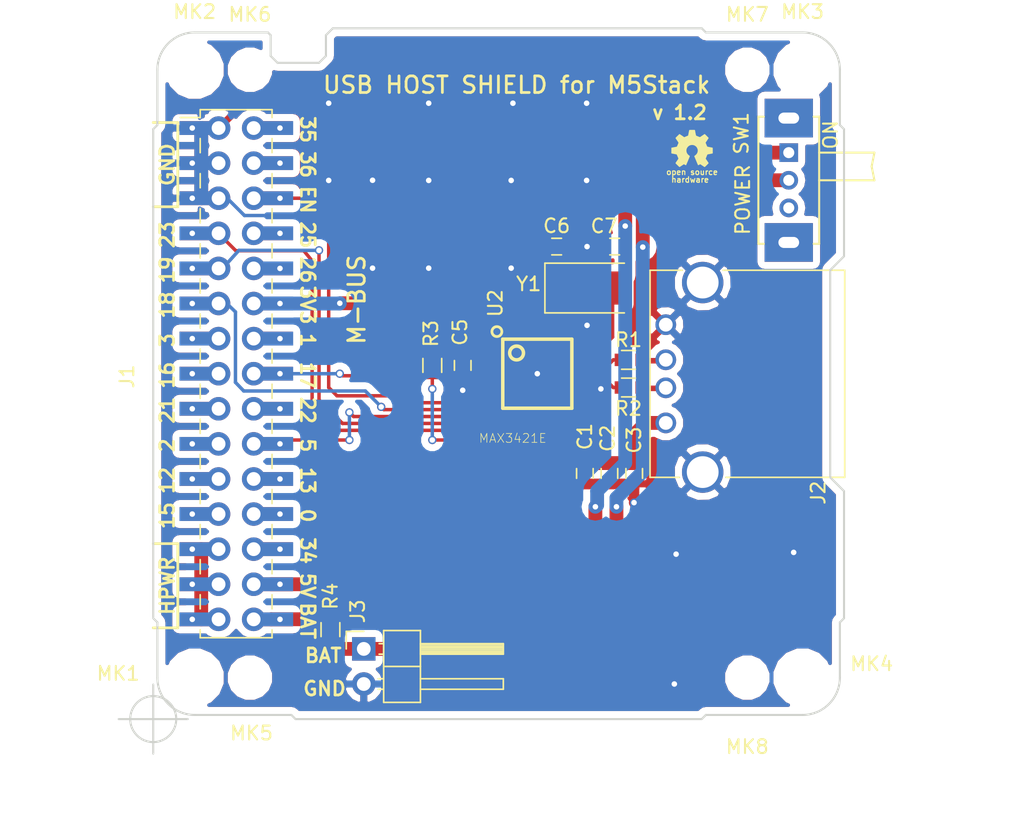
<source format=kicad_pcb>
(kicad_pcb (version 4) (host pcbnew 4.0.7)

  (general
    (links 133)
    (no_connects 0)
    (area 92.190477 80.845 170.85 143.700001)
    (thickness 1.6)
    (drawings 84)
    (tracks 218)
    (zones 0)
    (modules 25)
    (nets 34)
  )

  (page A4)
  (title_block
    (title "USB Host Shield for M5Stack")
    (date 2018-09-06)
    (rev v1.2)
  )

  (layers
    (0 F.Cu signal)
    (31 B.Cu signal)
    (32 B.Adhes user)
    (33 F.Adhes user)
    (34 B.Paste user)
    (35 F.Paste user)
    (36 B.SilkS user)
    (37 F.SilkS user)
    (38 B.Mask user)
    (39 F.Mask user)
    (40 Dwgs.User user)
    (41 Cmts.User user)
    (42 Eco1.User user)
    (43 Eco2.User user)
    (44 Edge.Cuts user)
    (45 Margin user)
    (46 B.CrtYd user)
    (47 F.CrtYd user)
    (48 B.Fab user)
    (49 F.Fab user hide)
  )

  (setup
    (last_trace_width 0.25)
    (user_trace_width 0.4)
    (user_trace_width 0.5)
    (user_trace_width 0.75)
    (user_trace_width 1)
    (trace_clearance 0.18)
    (zone_clearance 0.508)
    (zone_45_only yes)
    (trace_min 0.2)
    (segment_width 0.2)
    (edge_width 0.15)
    (via_size 0.6)
    (via_drill 0.4)
    (via_min_size 0.4)
    (via_min_drill 0.3)
    (uvia_size 0.3)
    (uvia_drill 0.1)
    (uvias_allowed no)
    (uvia_min_size 0.2)
    (uvia_min_drill 0.1)
    (pcb_text_width 0.3)
    (pcb_text_size 1.5 1.5)
    (mod_edge_width 0.15)
    (mod_text_size 1 1)
    (mod_text_width 0.15)
    (pad_size 1.524 1.524)
    (pad_drill 0.762)
    (pad_to_mask_clearance 0.2)
    (aux_axis_origin 104 133)
    (grid_origin 104 133)
    (visible_elements 7FFEFFFF)
    (pcbplotparams
      (layerselection 0x010f0_80000001)
      (usegerberextensions true)
      (excludeedgelayer true)
      (linewidth 0.100000)
      (plotframeref false)
      (viasonmask false)
      (mode 1)
      (useauxorigin false)
      (hpglpennumber 1)
      (hpglpenspeed 20)
      (hpglpendiameter 15)
      (hpglpenoverlay 2)
      (psnegative false)
      (psa4output false)
      (plotreference true)
      (plotvalue true)
      (plotinvisibletext false)
      (padsonsilk false)
      (subtractmaskfromsilk true)
      (outputformat 1)
      (mirror false)
      (drillshape 0)
      (scaleselection 1)
      (outputdirectory D:/Desktop/M5Stack/Shield/USB_Host/v1.2_SwitchScience/))
  )

  (net 0 "")
  (net 1 GND)
  (net 2 /+5V)
  (net 3 /+3.3V)
  (net 4 "Net-(C7-Pad1)")
  (net 5 "Net-(J1-Pad2)")
  (net 6 "Net-(J1-Pad4)")
  (net 7 EN)
  (net 8 MOSI)
  (net 9 "Net-(J1-Pad8)")
  (net 10 MISO)
  (net 11 "Net-(J1-Pad10)")
  (net 12 SCK)
  (net 13 "Net-(J1-Pad13)")
  (net 14 "Net-(J1-Pad14)")
  (net 15 "Net-(J1-Pad15)")
  (net 16 INT)
  (net 17 "Net-(J1-Pad17)")
  (net 18 "Net-(J1-Pad18)")
  (net 19 "Net-(J1-Pad19)")
  (net 20 SS)
  (net 21 "Net-(J1-Pad21)")
  (net 22 "Net-(J1-Pad22)")
  (net 23 "Net-(J1-Pad23)")
  (net 24 "Net-(J1-Pad24)")
  (net 25 "Net-(J1-Pad25)")
  (net 26 "Net-(J1-Pad26)")
  (net 27 "Net-(J1-Pad30)")
  (net 28 "Net-(J2-Pad3)")
  (net 29 "Net-(J2-Pad2)")
  (net 30 "Net-(R1-Pad1)")
  (net 31 "Net-(R2-Pad1)")
  (net 32 "Net-(C6-Pad1)")
  (net 33 "Net-(J3-Pad1)")

  (net_class Default "これは標準のネット クラスです。"
    (clearance 0.18)
    (trace_width 0.25)
    (via_dia 0.6)
    (via_drill 0.4)
    (uvia_dia 0.3)
    (uvia_drill 0.1)
    (add_net /+3.3V)
    (add_net /+5V)
    (add_net EN)
    (add_net GND)
    (add_net INT)
    (add_net MISO)
    (add_net MOSI)
    (add_net "Net-(C6-Pad1)")
    (add_net "Net-(C7-Pad1)")
    (add_net "Net-(J1-Pad10)")
    (add_net "Net-(J1-Pad13)")
    (add_net "Net-(J1-Pad14)")
    (add_net "Net-(J1-Pad15)")
    (add_net "Net-(J1-Pad17)")
    (add_net "Net-(J1-Pad18)")
    (add_net "Net-(J1-Pad19)")
    (add_net "Net-(J1-Pad2)")
    (add_net "Net-(J1-Pad21)")
    (add_net "Net-(J1-Pad22)")
    (add_net "Net-(J1-Pad23)")
    (add_net "Net-(J1-Pad24)")
    (add_net "Net-(J1-Pad25)")
    (add_net "Net-(J1-Pad26)")
    (add_net "Net-(J1-Pad30)")
    (add_net "Net-(J1-Pad4)")
    (add_net "Net-(J1-Pad8)")
    (add_net "Net-(J2-Pad2)")
    (add_net "Net-(J2-Pad3)")
    (add_net "Net-(J3-Pad1)")
    (add_net "Net-(R1-Pad1)")
    (add_net "Net-(R2-Pad1)")
    (add_net SCK)
    (add_net SS)
  )

  (module Mounting_Holes:MountingHole_3.2mm_M3 (layer F.Cu) (tedit 56D1B4CB) (tstamp 5B0F59CA)
    (at 151 86)
    (descr "Mounting Hole 3.2mm, no annular, M3")
    (tags "mounting hole 3.2mm no annular m3")
    (path /5B0FCB4C)
    (attr virtual)
    (fp_text reference MK3 (at 0 -4.2) (layer F.SilkS)
      (effects (font (size 1 1) (thickness 0.15)))
    )
    (fp_text value Mounting_Hole (at 0 4.2) (layer F.Fab)
      (effects (font (size 1 1) (thickness 0.15)))
    )
    (fp_text user %R (at 0.3 0) (layer F.Fab)
      (effects (font (size 1 1) (thickness 0.15)))
    )
    (fp_circle (center 0 0) (end 3.2 0) (layer Cmts.User) (width 0.15))
    (fp_circle (center 0 0) (end 3.45 0) (layer F.CrtYd) (width 0.05))
    (pad 1 np_thru_hole circle (at 0 0) (size 3.2 3.2) (drill 3.2) (layers *.Cu *.Mask))
  )

  (module Mounting_Holes:MountingHole_3.2mm_M3 (layer F.Cu) (tedit 5B0ED20F) (tstamp 5B0F59BA)
    (at 107 130)
    (descr "Mounting Hole 3.2mm, no annular, M3")
    (tags "mounting hole 3.2mm no annular m3")
    (path /5B0FCCDD)
    (attr virtual)
    (fp_text reference MK1 (at -5.54 -0.302) (layer F.SilkS)
      (effects (font (size 1 1) (thickness 0.15)))
    )
    (fp_text value Mounting_Hole (at 0 4.2) (layer F.Fab)
      (effects (font (size 1 1) (thickness 0.15)))
    )
    (fp_text user %R (at 0.3 0) (layer F.Fab)
      (effects (font (size 1 1) (thickness 0.15)))
    )
    (fp_circle (center 0 0) (end 3.2 0) (layer Cmts.User) (width 0.15))
    (fp_circle (center 0 0) (end 3.45 0) (layer F.CrtYd) (width 0.05))
    (pad 1 np_thru_hole circle (at 0 0) (size 3.2 3.2) (drill 3.2) (layers *.Cu *.Mask))
  )

  (module Capacitors_SMD:C_0603 (layer F.Cu) (tedit 5B36EAC8) (tstamp 5B0F5883)
    (at 138.814 115.22 270)
    (descr "Capacitor SMD 0603, reflow soldering, AVX (see smccp.pdf)")
    (tags "capacitor 0603")
    (path /5B0EA8E6)
    (attr smd)
    (fp_text reference C3 (at -2.413 0.016 270) (layer F.SilkS)
      (effects (font (size 1 1) (thickness 0.15)))
    )
    (fp_text value 10uF (at 0 1.5 270) (layer F.Fab)
      (effects (font (size 1 1) (thickness 0.15)))
    )
    (fp_line (start 1.4 0.65) (end -1.4 0.65) (layer F.CrtYd) (width 0.05))
    (fp_line (start 1.4 0.65) (end 1.4 -0.65) (layer F.CrtYd) (width 0.05))
    (fp_line (start -1.4 -0.65) (end -1.4 0.65) (layer F.CrtYd) (width 0.05))
    (fp_line (start -1.4 -0.65) (end 1.4 -0.65) (layer F.CrtYd) (width 0.05))
    (fp_line (start 0.35 0.6) (end -0.35 0.6) (layer F.SilkS) (width 0.12))
    (fp_line (start -0.35 -0.6) (end 0.35 -0.6) (layer F.SilkS) (width 0.12))
    (fp_line (start -0.8 -0.4) (end 0.8 -0.4) (layer F.Fab) (width 0.1))
    (fp_line (start 0.8 -0.4) (end 0.8 0.4) (layer F.Fab) (width 0.1))
    (fp_line (start 0.8 0.4) (end -0.8 0.4) (layer F.Fab) (width 0.1))
    (fp_line (start -0.8 0.4) (end -0.8 -0.4) (layer F.Fab) (width 0.1))
    (fp_text user %R (at 0 0 270) (layer F.Fab)
      (effects (font (size 0.3 0.3) (thickness 0.075)))
    )
    (pad 2 smd rect (at 0.75 0 270) (size 0.8 0.75) (layers F.Cu F.Paste F.Mask)
      (net 1 GND))
    (pad 1 smd rect (at -0.75 0 270) (size 0.8 0.75) (layers F.Cu F.Paste F.Mask)
      (net 2 /+5V))
    (model Capacitors_SMD.3dshapes/C_0603.wrl
      (at (xyz 0 0 0))
      (scale (xyz 1 1 1))
      (rotate (xyz 0 0 0))
    )
  )

  (module Capacitors_SMD:C_0603 (layer F.Cu) (tedit 5B36EAC5) (tstamp 5B0F5894)
    (at 135.242 115.22 270)
    (descr "Capacitor SMD 0603, reflow soldering, AVX (see smccp.pdf)")
    (tags "capacitor 0603")
    (path /5B0EA930)
    (attr smd)
    (fp_text reference C1 (at -2.667 0 270) (layer F.SilkS)
      (effects (font (size 1 1) (thickness 0.15)))
    )
    (fp_text value 10uF (at 0 1.5 270) (layer F.Fab)
      (effects (font (size 1 1) (thickness 0.15)))
    )
    (fp_line (start 1.4 0.65) (end -1.4 0.65) (layer F.CrtYd) (width 0.05))
    (fp_line (start 1.4 0.65) (end 1.4 -0.65) (layer F.CrtYd) (width 0.05))
    (fp_line (start -1.4 -0.65) (end -1.4 0.65) (layer F.CrtYd) (width 0.05))
    (fp_line (start -1.4 -0.65) (end 1.4 -0.65) (layer F.CrtYd) (width 0.05))
    (fp_line (start 0.35 0.6) (end -0.35 0.6) (layer F.SilkS) (width 0.12))
    (fp_line (start -0.35 -0.6) (end 0.35 -0.6) (layer F.SilkS) (width 0.12))
    (fp_line (start -0.8 -0.4) (end 0.8 -0.4) (layer F.Fab) (width 0.1))
    (fp_line (start 0.8 -0.4) (end 0.8 0.4) (layer F.Fab) (width 0.1))
    (fp_line (start 0.8 0.4) (end -0.8 0.4) (layer F.Fab) (width 0.1))
    (fp_line (start -0.8 0.4) (end -0.8 -0.4) (layer F.Fab) (width 0.1))
    (fp_text user %R (at 0 0 270) (layer F.Fab)
      (effects (font (size 0.3 0.3) (thickness 0.075)))
    )
    (pad 2 smd rect (at 0.75 0 270) (size 0.8 0.75) (layers F.Cu F.Paste F.Mask)
      (net 1 GND))
    (pad 1 smd rect (at -0.75 0 270) (size 0.8 0.75) (layers F.Cu F.Paste F.Mask)
      (net 2 /+5V))
    (model Capacitors_SMD.3dshapes/C_0603.wrl
      (at (xyz 0 0 0))
      (scale (xyz 1 1 1))
      (rotate (xyz 0 0 0))
    )
  )

  (module Capacitors_SMD:C_0603 (layer F.Cu) (tedit 5B36EABF) (tstamp 5B0F58A5)
    (at 137.02 115.22 270)
    (descr "Capacitor SMD 0603, reflow soldering, AVX (see smccp.pdf)")
    (tags "capacitor 0603")
    (path /5B0EA8D2)
    (attr smd)
    (fp_text reference C2 (at -2.54 0.127 270) (layer F.SilkS)
      (effects (font (size 1 1) (thickness 0.15)))
    )
    (fp_text value 10uF (at 0 1.5 270) (layer F.Fab)
      (effects (font (size 1 1) (thickness 0.15)))
    )
    (fp_line (start 1.4 0.65) (end -1.4 0.65) (layer F.CrtYd) (width 0.05))
    (fp_line (start 1.4 0.65) (end 1.4 -0.65) (layer F.CrtYd) (width 0.05))
    (fp_line (start -1.4 -0.65) (end -1.4 0.65) (layer F.CrtYd) (width 0.05))
    (fp_line (start -1.4 -0.65) (end 1.4 -0.65) (layer F.CrtYd) (width 0.05))
    (fp_line (start 0.35 0.6) (end -0.35 0.6) (layer F.SilkS) (width 0.12))
    (fp_line (start -0.35 -0.6) (end 0.35 -0.6) (layer F.SilkS) (width 0.12))
    (fp_line (start -0.8 -0.4) (end 0.8 -0.4) (layer F.Fab) (width 0.1))
    (fp_line (start 0.8 -0.4) (end 0.8 0.4) (layer F.Fab) (width 0.1))
    (fp_line (start 0.8 0.4) (end -0.8 0.4) (layer F.Fab) (width 0.1))
    (fp_line (start -0.8 0.4) (end -0.8 -0.4) (layer F.Fab) (width 0.1))
    (fp_text user %R (at 0 0 270) (layer F.Fab)
      (effects (font (size 0.3 0.3) (thickness 0.075)))
    )
    (pad 2 smd rect (at 0.75 0 270) (size 0.8 0.75) (layers F.Cu F.Paste F.Mask)
      (net 1 GND))
    (pad 1 smd rect (at -0.75 0 270) (size 0.8 0.75) (layers F.Cu F.Paste F.Mask)
      (net 2 /+5V))
    (model Capacitors_SMD.3dshapes/C_0603.wrl
      (at (xyz 0 0 0))
      (scale (xyz 1 1 1))
      (rotate (xyz 0 0 0))
    )
  )

  (module Capacitors_SMD:C_0603 (layer F.Cu) (tedit 5B117334) (tstamp 5B0F58C7)
    (at 126.4 107.4 270)
    (descr "Capacitor SMD 0603, reflow soldering, AVX (see smccp.pdf)")
    (tags "capacitor 0603")
    (path /5B0EA937)
    (attr smd)
    (fp_text reference C5 (at -2.4 0.2 270) (layer F.SilkS)
      (effects (font (size 1 1) (thickness 0.15)))
    )
    (fp_text value 10uF (at 0 1.5 270) (layer F.Fab)
      (effects (font (size 1 1) (thickness 0.15)))
    )
    (fp_line (start 1.4 0.65) (end -1.4 0.65) (layer F.CrtYd) (width 0.05))
    (fp_line (start 1.4 0.65) (end 1.4 -0.65) (layer F.CrtYd) (width 0.05))
    (fp_line (start -1.4 -0.65) (end -1.4 0.65) (layer F.CrtYd) (width 0.05))
    (fp_line (start -1.4 -0.65) (end 1.4 -0.65) (layer F.CrtYd) (width 0.05))
    (fp_line (start 0.35 0.6) (end -0.35 0.6) (layer F.SilkS) (width 0.12))
    (fp_line (start -0.35 -0.6) (end 0.35 -0.6) (layer F.SilkS) (width 0.12))
    (fp_line (start -0.8 -0.4) (end 0.8 -0.4) (layer F.Fab) (width 0.1))
    (fp_line (start 0.8 -0.4) (end 0.8 0.4) (layer F.Fab) (width 0.1))
    (fp_line (start 0.8 0.4) (end -0.8 0.4) (layer F.Fab) (width 0.1))
    (fp_line (start -0.8 0.4) (end -0.8 -0.4) (layer F.Fab) (width 0.1))
    (fp_text user %R (at 0 0 270) (layer F.Fab)
      (effects (font (size 0.3 0.3) (thickness 0.075)))
    )
    (pad 2 smd rect (at 0.75 0 270) (size 0.8 0.75) (layers F.Cu F.Paste F.Mask)
      (net 1 GND))
    (pad 1 smd rect (at -0.75 0 270) (size 0.8 0.75) (layers F.Cu F.Paste F.Mask)
      (net 3 /+3.3V))
    (model Capacitors_SMD.3dshapes/C_0603.wrl
      (at (xyz 0 0 0))
      (scale (xyz 1 1 1))
      (rotate (xyz 0 0 0))
    )
  )

  (module Capacitors_SMD:C_0603 (layer F.Cu) (tedit 59958EE7) (tstamp 5B0F58D8)
    (at 133.2 98.8)
    (descr "Capacitor SMD 0603, reflow soldering, AVX (see smccp.pdf)")
    (tags "capacitor 0603")
    (path /5B0EDA2D)
    (attr smd)
    (fp_text reference C6 (at 0 -1.5) (layer F.SilkS)
      (effects (font (size 1 1) (thickness 0.15)))
    )
    (fp_text value 18pF (at 0 1.5) (layer F.Fab)
      (effects (font (size 1 1) (thickness 0.15)))
    )
    (fp_line (start 1.4 0.65) (end -1.4 0.65) (layer F.CrtYd) (width 0.05))
    (fp_line (start 1.4 0.65) (end 1.4 -0.65) (layer F.CrtYd) (width 0.05))
    (fp_line (start -1.4 -0.65) (end -1.4 0.65) (layer F.CrtYd) (width 0.05))
    (fp_line (start -1.4 -0.65) (end 1.4 -0.65) (layer F.CrtYd) (width 0.05))
    (fp_line (start 0.35 0.6) (end -0.35 0.6) (layer F.SilkS) (width 0.12))
    (fp_line (start -0.35 -0.6) (end 0.35 -0.6) (layer F.SilkS) (width 0.12))
    (fp_line (start -0.8 -0.4) (end 0.8 -0.4) (layer F.Fab) (width 0.1))
    (fp_line (start 0.8 -0.4) (end 0.8 0.4) (layer F.Fab) (width 0.1))
    (fp_line (start 0.8 0.4) (end -0.8 0.4) (layer F.Fab) (width 0.1))
    (fp_line (start -0.8 0.4) (end -0.8 -0.4) (layer F.Fab) (width 0.1))
    (fp_text user %R (at 0 0) (layer F.Fab)
      (effects (font (size 0.3 0.3) (thickness 0.075)))
    )
    (pad 2 smd rect (at 0.75 0) (size 0.8 0.75) (layers F.Cu F.Paste F.Mask)
      (net 1 GND))
    (pad 1 smd rect (at -0.75 0) (size 0.8 0.75) (layers F.Cu F.Paste F.Mask)
      (net 32 "Net-(C6-Pad1)"))
    (model Capacitors_SMD.3dshapes/C_0603.wrl
      (at (xyz 0 0 0))
      (scale (xyz 1 1 1))
      (rotate (xyz 0 0 0))
    )
  )

  (module Capacitors_SMD:C_0603 (layer F.Cu) (tedit 5B36EAD5) (tstamp 5B0F58E9)
    (at 137.4 98.8 180)
    (descr "Capacitor SMD 0603, reflow soldering, AVX (see smccp.pdf)")
    (tags "capacitor 0603")
    (path /5B0ED771)
    (attr smd)
    (fp_text reference C7 (at 0.761 1.487 180) (layer F.SilkS)
      (effects (font (size 1 1) (thickness 0.15)))
    )
    (fp_text value 18pF (at 0 1.5 180) (layer F.Fab)
      (effects (font (size 1 1) (thickness 0.15)))
    )
    (fp_line (start 1.4 0.65) (end -1.4 0.65) (layer F.CrtYd) (width 0.05))
    (fp_line (start 1.4 0.65) (end 1.4 -0.65) (layer F.CrtYd) (width 0.05))
    (fp_line (start -1.4 -0.65) (end -1.4 0.65) (layer F.CrtYd) (width 0.05))
    (fp_line (start -1.4 -0.65) (end 1.4 -0.65) (layer F.CrtYd) (width 0.05))
    (fp_line (start 0.35 0.6) (end -0.35 0.6) (layer F.SilkS) (width 0.12))
    (fp_line (start -0.35 -0.6) (end 0.35 -0.6) (layer F.SilkS) (width 0.12))
    (fp_line (start -0.8 -0.4) (end 0.8 -0.4) (layer F.Fab) (width 0.1))
    (fp_line (start 0.8 -0.4) (end 0.8 0.4) (layer F.Fab) (width 0.1))
    (fp_line (start 0.8 0.4) (end -0.8 0.4) (layer F.Fab) (width 0.1))
    (fp_line (start -0.8 0.4) (end -0.8 -0.4) (layer F.Fab) (width 0.1))
    (fp_text user %R (at 0 0 180) (layer F.Fab)
      (effects (font (size 0.3 0.3) (thickness 0.075)))
    )
    (pad 2 smd rect (at 0.75 0 180) (size 0.8 0.75) (layers F.Cu F.Paste F.Mask)
      (net 1 GND))
    (pad 1 smd rect (at -0.75 0 180) (size 0.8 0.75) (layers F.Cu F.Paste F.Mask)
      (net 4 "Net-(C7-Pad1)"))
    (model Capacitors_SMD.3dshapes/C_0603.wrl
      (at (xyz 0 0 0))
      (scale (xyz 1 1 1))
      (rotate (xyz 0 0 0))
    )
  )

  (module Mounting_Holes:MountingHole_3.2mm_M3 (layer F.Cu) (tedit 56D1B4CB) (tstamp 5B0F59C2)
    (at 107 86)
    (descr "Mounting Hole 3.2mm, no annular, M3")
    (tags "mounting hole 3.2mm no annular m3")
    (path /5B0FCADB)
    (attr virtual)
    (fp_text reference MK2 (at 0 -4.2) (layer F.SilkS)
      (effects (font (size 1 1) (thickness 0.15)))
    )
    (fp_text value Mounting_Hole (at 0 4.2) (layer F.Fab)
      (effects (font (size 1 1) (thickness 0.15)))
    )
    (fp_text user %R (at 0.3 0) (layer F.Fab)
      (effects (font (size 1 1) (thickness 0.15)))
    )
    (fp_circle (center 0 0) (end 3.2 0) (layer Cmts.User) (width 0.15))
    (fp_circle (center 0 0) (end 3.45 0) (layer F.CrtYd) (width 0.05))
    (pad 1 np_thru_hole circle (at 0 0) (size 3.2 3.2) (drill 3.2) (layers *.Cu *.Mask))
  )

  (module Mounting_Holes:MountingHole_3.2mm_M3 (layer F.Cu) (tedit 5B0EDA2C) (tstamp 5B0F59D2)
    (at 151 130)
    (descr "Mounting Hole 3.2mm, no annular, M3")
    (tags "mounting hole 3.2mm no annular m3")
    (path /5B0FCD65)
    (attr virtual)
    (fp_text reference MK4 (at 5 -1) (layer F.SilkS)
      (effects (font (size 1 1) (thickness 0.15)))
    )
    (fp_text value Mounting_Hole (at 0 4.2) (layer F.Fab)
      (effects (font (size 1 1) (thickness 0.15)))
    )
    (fp_text user %R (at 0.3 0) (layer F.Fab)
      (effects (font (size 1 1) (thickness 0.15)))
    )
    (fp_circle (center 0 0) (end 3.2 0) (layer Cmts.User) (width 0.15))
    (fp_circle (center 0 0) (end 3.45 0) (layer F.CrtYd) (width 0.05))
    (pad 1 np_thru_hole circle (at 0 0) (size 3.2 3.2) (drill 3.2) (layers *.Cu *.Mask))
  )

  (module Mounting_Holes:MountingHole_2.2mm_M2 (layer F.Cu) (tedit 5B0ED217) (tstamp 5B0F59DA)
    (at 111 130)
    (descr "Mounting Hole 2.2mm, no annular, M2")
    (tags "mounting hole 2.2mm no annular m2")
    (path /5B0FCBF0)
    (attr virtual)
    (fp_text reference MK5 (at 0.112 4.016) (layer F.SilkS)
      (effects (font (size 1 1) (thickness 0.15)))
    )
    (fp_text value Mounting_Hole (at 0 3.2) (layer F.Fab)
      (effects (font (size 1 1) (thickness 0.15)))
    )
    (fp_text user %R (at 0.3 0) (layer F.Fab)
      (effects (font (size 1 1) (thickness 0.15)))
    )
    (fp_circle (center 0 0) (end 2.2 0) (layer Cmts.User) (width 0.15))
    (fp_circle (center 0 0) (end 2.45 0) (layer F.CrtYd) (width 0.05))
    (pad 1 np_thru_hole circle (at 0 0) (size 2.2 2.2) (drill 2.2) (layers *.Cu *.Mask))
  )

  (module Mounting_Holes:MountingHole_2.2mm_M2 (layer F.Cu) (tedit 5B0EDA37) (tstamp 5B0F59E2)
    (at 111 86)
    (descr "Mounting Hole 2.2mm, no annular, M2")
    (tags "mounting hole 2.2mm no annular m2")
    (path /5B0FCDE2)
    (attr virtual)
    (fp_text reference MK6 (at 0 -4) (layer F.SilkS)
      (effects (font (size 1 1) (thickness 0.15)))
    )
    (fp_text value Mounting_Hole (at 0 3.2) (layer F.Fab)
      (effects (font (size 1 1) (thickness 0.15)))
    )
    (fp_text user %R (at 0.3 0) (layer F.Fab)
      (effects (font (size 1 1) (thickness 0.15)))
    )
    (fp_circle (center 0 0) (end 2.2 0) (layer Cmts.User) (width 0.15))
    (fp_circle (center 0 0) (end 2.45 0) (layer F.CrtYd) (width 0.05))
    (pad 1 np_thru_hole circle (at 0 0) (size 2.2 2.2) (drill 2.2) (layers *.Cu *.Mask))
  )

  (module Mounting_Holes:MountingHole_2.2mm_M2 (layer F.Cu) (tedit 5B0EDA31) (tstamp 5B0F59EA)
    (at 147 86)
    (descr "Mounting Hole 2.2mm, no annular, M2")
    (tags "mounting hole 2.2mm no annular m2")
    (path /5B0FCC72)
    (attr virtual)
    (fp_text reference MK7 (at 0 -4) (layer F.SilkS)
      (effects (font (size 1 1) (thickness 0.15)))
    )
    (fp_text value Mounting_Hole (at 0 3.2) (layer F.Fab)
      (effects (font (size 1 1) (thickness 0.15)))
    )
    (fp_text user %R (at 0.3 0) (layer F.Fab)
      (effects (font (size 1 1) (thickness 0.15)))
    )
    (fp_circle (center 0 0) (end 2.2 0) (layer Cmts.User) (width 0.15))
    (fp_circle (center 0 0) (end 2.45 0) (layer F.CrtYd) (width 0.05))
    (pad 1 np_thru_hole circle (at 0 0) (size 2.2 2.2) (drill 2.2) (layers *.Cu *.Mask))
  )

  (module Mounting_Holes:MountingHole_2.2mm_M2 (layer F.Cu) (tedit 5B0EDA29) (tstamp 5B0F59F2)
    (at 147 130)
    (descr "Mounting Hole 2.2mm, no annular, M2")
    (tags "mounting hole 2.2mm no annular m2")
    (path /5B0FCE44)
    (attr virtual)
    (fp_text reference MK8 (at 0 5) (layer F.SilkS)
      (effects (font (size 1 1) (thickness 0.15)))
    )
    (fp_text value Mounting_Hole (at 0 3.2) (layer F.Fab)
      (effects (font (size 1 1) (thickness 0.15)))
    )
    (fp_text user %R (at 0.3 0) (layer F.Fab)
      (effects (font (size 1 1) (thickness 0.15)))
    )
    (fp_circle (center 0 0) (end 2.2 0) (layer Cmts.User) (width 0.15))
    (fp_circle (center 0 0) (end 2.45 0) (layer F.CrtYd) (width 0.05))
    (pad 1 np_thru_hole circle (at 0 0) (size 2.2 2.2) (drill 2.2) (layers *.Cu *.Mask))
  )

  (module Resistors_SMD:R_0603 (layer F.Cu) (tedit 58E0A804) (tstamp 5B0F5A03)
    (at 138.4 107)
    (descr "Resistor SMD 0603, reflow soldering, Vishay (see dcrcw.pdf)")
    (tags "resistor 0603")
    (path /5B0EC72E)
    (attr smd)
    (fp_text reference R1 (at 0 -1.45) (layer F.SilkS)
      (effects (font (size 1 1) (thickness 0.15)))
    )
    (fp_text value 33 (at 0 1.5) (layer F.Fab)
      (effects (font (size 1 1) (thickness 0.15)))
    )
    (fp_text user %R (at 0 0) (layer F.Fab)
      (effects (font (size 0.4 0.4) (thickness 0.075)))
    )
    (fp_line (start -0.8 0.4) (end -0.8 -0.4) (layer F.Fab) (width 0.1))
    (fp_line (start 0.8 0.4) (end -0.8 0.4) (layer F.Fab) (width 0.1))
    (fp_line (start 0.8 -0.4) (end 0.8 0.4) (layer F.Fab) (width 0.1))
    (fp_line (start -0.8 -0.4) (end 0.8 -0.4) (layer F.Fab) (width 0.1))
    (fp_line (start 0.5 0.68) (end -0.5 0.68) (layer F.SilkS) (width 0.12))
    (fp_line (start -0.5 -0.68) (end 0.5 -0.68) (layer F.SilkS) (width 0.12))
    (fp_line (start -1.25 -0.7) (end 1.25 -0.7) (layer F.CrtYd) (width 0.05))
    (fp_line (start -1.25 -0.7) (end -1.25 0.7) (layer F.CrtYd) (width 0.05))
    (fp_line (start 1.25 0.7) (end 1.25 -0.7) (layer F.CrtYd) (width 0.05))
    (fp_line (start 1.25 0.7) (end -1.25 0.7) (layer F.CrtYd) (width 0.05))
    (pad 1 smd rect (at -0.75 0) (size 0.5 0.9) (layers F.Cu F.Paste F.Mask)
      (net 30 "Net-(R1-Pad1)"))
    (pad 2 smd rect (at 0.75 0) (size 0.5 0.9) (layers F.Cu F.Paste F.Mask)
      (net 28 "Net-(J2-Pad3)"))
    (model ${KISYS3DMOD}/Resistors_SMD.3dshapes/R_0603.wrl
      (at (xyz 0 0 0))
      (scale (xyz 1 1 1))
      (rotate (xyz 0 0 0))
    )
  )

  (module Resistors_SMD:R_0603 (layer F.Cu) (tedit 5B0ED6D2) (tstamp 5B0F5A14)
    (at 138.4 109)
    (descr "Resistor SMD 0603, reflow soldering, Vishay (see dcrcw.pdf)")
    (tags "resistor 0603")
    (path /5B0ECA18)
    (attr smd)
    (fp_text reference R2 (at 0 1.524) (layer F.SilkS)
      (effects (font (size 1 1) (thickness 0.15)))
    )
    (fp_text value 33 (at 0 1.5) (layer F.Fab)
      (effects (font (size 1 1) (thickness 0.15)))
    )
    (fp_text user %R (at 0 0) (layer F.Fab)
      (effects (font (size 0.4 0.4) (thickness 0.075)))
    )
    (fp_line (start -0.8 0.4) (end -0.8 -0.4) (layer F.Fab) (width 0.1))
    (fp_line (start 0.8 0.4) (end -0.8 0.4) (layer F.Fab) (width 0.1))
    (fp_line (start 0.8 -0.4) (end 0.8 0.4) (layer F.Fab) (width 0.1))
    (fp_line (start -0.8 -0.4) (end 0.8 -0.4) (layer F.Fab) (width 0.1))
    (fp_line (start 0.5 0.68) (end -0.5 0.68) (layer F.SilkS) (width 0.12))
    (fp_line (start -0.5 -0.68) (end 0.5 -0.68) (layer F.SilkS) (width 0.12))
    (fp_line (start -1.25 -0.7) (end 1.25 -0.7) (layer F.CrtYd) (width 0.05))
    (fp_line (start -1.25 -0.7) (end -1.25 0.7) (layer F.CrtYd) (width 0.05))
    (fp_line (start 1.25 0.7) (end 1.25 -0.7) (layer F.CrtYd) (width 0.05))
    (fp_line (start 1.25 0.7) (end -1.25 0.7) (layer F.CrtYd) (width 0.05))
    (pad 1 smd rect (at -0.75 0) (size 0.5 0.9) (layers F.Cu F.Paste F.Mask)
      (net 31 "Net-(R2-Pad1)"))
    (pad 2 smd rect (at 0.75 0) (size 0.5 0.9) (layers F.Cu F.Paste F.Mask)
      (net 29 "Net-(J2-Pad2)"))
    (model ${KISYS3DMOD}/Resistors_SMD.3dshapes/R_0603.wrl
      (at (xyz 0 0 0))
      (scale (xyz 1 1 1))
      (rotate (xyz 0 0 0))
    )
  )

  (module Resistors_SMD:R_0603 (layer F.Cu) (tedit 5B117338) (tstamp 5B0F5A25)
    (at 124.2 107.4 90)
    (descr "Resistor SMD 0603, reflow soldering, Vishay (see dcrcw.pdf)")
    (tags "resistor 0603")
    (path /5B0EDE8F)
    (attr smd)
    (fp_text reference R3 (at 2.3 -0.1 90) (layer F.SilkS)
      (effects (font (size 1 1) (thickness 0.15)))
    )
    (fp_text value 2.2k (at 0 1.5 90) (layer F.Fab)
      (effects (font (size 1 1) (thickness 0.15)))
    )
    (fp_text user %R (at 0 0 90) (layer F.Fab)
      (effects (font (size 0.4 0.4) (thickness 0.075)))
    )
    (fp_line (start -0.8 0.4) (end -0.8 -0.4) (layer F.Fab) (width 0.1))
    (fp_line (start 0.8 0.4) (end -0.8 0.4) (layer F.Fab) (width 0.1))
    (fp_line (start 0.8 -0.4) (end 0.8 0.4) (layer F.Fab) (width 0.1))
    (fp_line (start -0.8 -0.4) (end 0.8 -0.4) (layer F.Fab) (width 0.1))
    (fp_line (start 0.5 0.68) (end -0.5 0.68) (layer F.SilkS) (width 0.12))
    (fp_line (start -0.5 -0.68) (end 0.5 -0.68) (layer F.SilkS) (width 0.12))
    (fp_line (start -1.25 -0.7) (end 1.25 -0.7) (layer F.CrtYd) (width 0.05))
    (fp_line (start -1.25 -0.7) (end -1.25 0.7) (layer F.CrtYd) (width 0.05))
    (fp_line (start 1.25 0.7) (end 1.25 -0.7) (layer F.CrtYd) (width 0.05))
    (fp_line (start 1.25 0.7) (end -1.25 0.7) (layer F.CrtYd) (width 0.05))
    (pad 1 smd rect (at -0.75 0 90) (size 0.5 0.9) (layers F.Cu F.Paste F.Mask)
      (net 16 INT))
    (pad 2 smd rect (at 0.75 0 90) (size 0.5 0.9) (layers F.Cu F.Paste F.Mask)
      (net 3 /+3.3V))
    (model ${KISYS3DMOD}/Resistors_SMD.3dshapes/R_0603.wrl
      (at (xyz 0 0 0))
      (scale (xyz 1 1 1))
      (rotate (xyz 0 0 0))
    )
  )

  (module footprint:MAX3421E_TQFP32-5MM (layer F.Cu) (tedit 5B36E707) (tstamp 5B0F5A5A)
    (at 131.8 108)
    (path /5B0FB505)
    (attr smd)
    (fp_text reference U2 (at -3.035 -5.099 90) (layer F.SilkS)
      (effects (font (size 1 1) (thickness 0.15)))
    )
    (fp_text value MAX3421E (at -1.77834 4.67449) (layer F.SilkS)
      (effects (font (size 0.640122 0.640122) (thickness 0.05)))
    )
    (fp_line (start -2.5 2.5) (end 2.5 2.5) (layer Dwgs.User) (width 0.254))
    (fp_line (start 2.5 2.5) (end 2.5 -2.5) (layer Dwgs.User) (width 0.254))
    (fp_line (start 2.5 -2.5) (end -2.5 -2.5) (layer Dwgs.User) (width 0.254))
    (fp_line (start -2.5 -2.5) (end -2.5 2.5) (layer Dwgs.User) (width 0.254))
    (fp_line (start -2.5 2.5) (end 2.5 2.5) (layer F.SilkS) (width 0.254))
    (fp_line (start 2.5 2.5) (end 2.5 -2.5) (layer F.SilkS) (width 0.254))
    (fp_line (start 2.5 -2.5) (end -2.5 -2.5) (layer F.SilkS) (width 0.254))
    (fp_line (start -2.5 -2.5) (end -2.5 2.5) (layer F.SilkS) (width 0.254))
    (fp_circle (center -1.5 -1.5) (end -1 -1.5) (layer F.SilkS) (width 0.254))
    (pad 1 smd rect (at -3.5 -1.75) (size 1.143 0.254) (layers F.Cu F.Paste F.Mask))
    (pad 2 smd rect (at -3.5 -1.25) (size 1.143 0.254) (layers F.Cu F.Paste F.Mask)
      (net 3 /+3.3V))
    (pad 3 smd rect (at -3.5 -0.75) (size 1.143 0.254) (layers F.Cu F.Paste F.Mask)
      (net 1 GND))
    (pad 4 smd rect (at -3.5 -0.25) (size 1.143 0.254) (layers F.Cu F.Paste F.Mask))
    (pad 5 smd rect (at -3.5 0.25) (size 1.143 0.254) (layers F.Cu F.Paste F.Mask))
    (pad 6 smd rect (at -3.5 0.75) (size 1.143 0.254) (layers F.Cu F.Paste F.Mask))
    (pad 7 smd rect (at -3.5 1.25) (size 1.143 0.254) (layers F.Cu F.Paste F.Mask))
    (pad 8 smd rect (at -3.5 1.75) (size 1.143 0.254) (layers F.Cu F.Paste F.Mask))
    (pad 9 smd rect (at -1.75 3.5 90) (size 1.143 0.254) (layers F.Cu F.Paste F.Mask))
    (pad 10 smd rect (at -1.25 3.5 90) (size 1.143 0.254) (layers F.Cu F.Paste F.Mask))
    (pad 11 smd rect (at -0.75 3.5 90) (size 1.143 0.254) (layers F.Cu F.Paste F.Mask))
    (pad 12 smd rect (at -0.25 3.5 90) (size 1.143 0.254) (layers F.Cu F.Paste F.Mask)
      (net 7 EN))
    (pad 13 smd rect (at 0.25 3.5 90) (size 1.143 0.254) (layers F.Cu F.Paste F.Mask)
      (net 12 SCK))
    (pad 14 smd rect (at 0.75 3.5 90) (size 1.143 0.254) (layers F.Cu F.Paste F.Mask)
      (net 20 SS))
    (pad 15 smd rect (at 1.25 3.5 90) (size 1.143 0.254) (layers F.Cu F.Paste F.Mask)
      (net 10 MISO))
    (pad 16 smd rect (at 1.75 3.5 90) (size 1.143 0.254) (layers F.Cu F.Paste F.Mask)
      (net 8 MOSI))
    (pad 17 smd rect (at 3.5 1.75 180) (size 1.143 0.254) (layers F.Cu F.Paste F.Mask))
    (pad 18 smd rect (at 3.5 1.25 180) (size 1.143 0.254) (layers F.Cu F.Paste F.Mask)
      (net 16 INT))
    (pad 19 smd rect (at 3.5 0.75 180) (size 1.143 0.254) (layers F.Cu F.Paste F.Mask)
      (net 1 GND))
    (pad 20 smd rect (at 3.5 0.25 180) (size 1.143 0.254) (layers F.Cu F.Paste F.Mask)
      (net 31 "Net-(R2-Pad1)"))
    (pad 21 smd rect (at 3.5 -0.25 180) (size 1.143 0.254) (layers F.Cu F.Paste F.Mask)
      (net 30 "Net-(R1-Pad1)"))
    (pad 22 smd rect (at 3.5 -0.75 180) (size 1.143 0.254) (layers F.Cu F.Paste F.Mask))
    (pad 23 smd rect (at 3.5 -1.25 180) (size 1.143 0.254) (layers F.Cu F.Paste F.Mask)
      (net 3 /+3.3V))
    (pad 24 smd rect (at 3.5 -1.75 180) (size 1.143 0.254) (layers F.Cu F.Paste F.Mask)
      (net 4 "Net-(C7-Pad1)"))
    (pad 25 smd rect (at 1.75 -3.5 270) (size 1.143 0.254) (layers F.Cu F.Paste F.Mask)
      (net 32 "Net-(C6-Pad1)"))
    (pad 26 smd rect (at 1.25 -3.5 270) (size 1.143 0.254) (layers F.Cu F.Paste F.Mask))
    (pad 27 smd rect (at 0.75 -3.5 270) (size 1.143 0.254) (layers F.Cu F.Paste F.Mask))
    (pad 28 smd rect (at 0.25 -3.5 270) (size 1.143 0.254) (layers F.Cu F.Paste F.Mask))
    (pad 29 smd rect (at -0.25 -3.5 270) (size 1.143 0.254) (layers F.Cu F.Paste F.Mask))
    (pad 30 smd rect (at -0.75 -3.5 270) (size 1.143 0.254) (layers F.Cu F.Paste F.Mask))
    (pad 31 smd rect (at -1.25 -3.5 270) (size 1.143 0.254) (layers F.Cu F.Paste F.Mask))
    (pad 32 smd rect (at -1.75 -3.5 270) (size 1.143 0.254) (layers F.Cu F.Paste F.Mask))
  )

  (module Crystals:Crystal_SMD_5032-2pin_5.0x3.2mm (layer F.Cu) (tedit 5B2A83F4) (tstamp 5B0F5A75)
    (at 135.4 101.8)
    (descr "SMD Crystal SERIES SMD2520/2 http://www.icbase.com/File/PDF/HKC/HKC00061008.pdf, 5.0x3.2mm^2 package")
    (tags "SMD SMT crystal")
    (path /5B0ED62C)
    (attr smd)
    (fp_text reference Y1 (at -4.222 -0.296) (layer F.SilkS)
      (effects (font (size 1 1) (thickness 0.15)))
    )
    (fp_text value 12MHz (at 0 2.8) (layer F.Fab)
      (effects (font (size 1 1) (thickness 0.15)))
    )
    (fp_text user %R (at 0 0) (layer F.Fab)
      (effects (font (size 1 1) (thickness 0.15)))
    )
    (fp_line (start -2.3 -1.6) (end 2.3 -1.6) (layer F.Fab) (width 0.1))
    (fp_line (start 2.3 -1.6) (end 2.5 -1.4) (layer F.Fab) (width 0.1))
    (fp_line (start 2.5 -1.4) (end 2.5 1.4) (layer F.Fab) (width 0.1))
    (fp_line (start 2.5 1.4) (end 2.3 1.6) (layer F.Fab) (width 0.1))
    (fp_line (start 2.3 1.6) (end -2.3 1.6) (layer F.Fab) (width 0.1))
    (fp_line (start -2.3 1.6) (end -2.5 1.4) (layer F.Fab) (width 0.1))
    (fp_line (start -2.5 1.4) (end -2.5 -1.4) (layer F.Fab) (width 0.1))
    (fp_line (start -2.5 -1.4) (end -2.3 -1.6) (layer F.Fab) (width 0.1))
    (fp_line (start -2.5 0.6) (end -1.5 1.6) (layer F.Fab) (width 0.1))
    (fp_line (start 2.7 -1.8) (end -3.05 -1.8) (layer F.SilkS) (width 0.12))
    (fp_line (start -3.05 -1.8) (end -3.05 1.8) (layer F.SilkS) (width 0.12))
    (fp_line (start -3.05 1.8) (end 2.7 1.8) (layer F.SilkS) (width 0.12))
    (fp_line (start -3.1 -1.9) (end -3.1 1.9) (layer F.CrtYd) (width 0.05))
    (fp_line (start -3.1 1.9) (end 3.1 1.9) (layer F.CrtYd) (width 0.05))
    (fp_line (start 3.1 1.9) (end 3.1 -1.9) (layer F.CrtYd) (width 0.05))
    (fp_line (start 3.1 -1.9) (end -3.1 -1.9) (layer F.CrtYd) (width 0.05))
    (fp_circle (center 0 0) (end 0.4 0) (layer F.Adhes) (width 0.1))
    (fp_circle (center 0 0) (end 0.333333 0) (layer F.Adhes) (width 0.133333))
    (fp_circle (center 0 0) (end 0.213333 0) (layer F.Adhes) (width 0.133333))
    (fp_circle (center 0 0) (end 0.093333 0) (layer F.Adhes) (width 0.186667))
    (pad 1 smd rect (at -1.85 0) (size 2 2.4) (layers F.Cu F.Paste F.Mask)
      (net 32 "Net-(C6-Pad1)"))
    (pad 2 smd rect (at 1.85 0) (size 2 2.4) (layers F.Cu F.Paste F.Mask)
      (net 4 "Net-(C7-Pad1)"))
    (model ${KISYS3DMOD}/Crystals.3dshapes/Crystal_SMD_5032-2pin_5.0x3.2mm.wrl
      (at (xyz 0 0 0))
      (scale (xyz 0.393701 0.393701 0.393701))
      (rotate (xyz 0 0 0))
    )
  )

  (module Pin_Headers:Pin_Header_Angled_1x02_Pitch2.54mm (layer F.Cu) (tedit 5B11786A) (tstamp 5B102847)
    (at 119.24 127.92)
    (descr "Through hole angled pin header, 1x02, 2.54mm pitch, 6mm pin length, single row")
    (tags "Through hole angled pin header THT 1x02 2.54mm single row")
    (path /5B0F3687)
    (fp_text reference J3 (at -0.44 -2.72 90) (layer F.SilkS)
      (effects (font (size 1 1) (thickness 0.15)))
    )
    (fp_text value Battery (at 4.385 4.81) (layer F.Fab)
      (effects (font (size 1 1) (thickness 0.15)))
    )
    (fp_line (start 2.135 -1.27) (end 4.04 -1.27) (layer F.Fab) (width 0.1))
    (fp_line (start 4.04 -1.27) (end 4.04 3.81) (layer F.Fab) (width 0.1))
    (fp_line (start 4.04 3.81) (end 1.5 3.81) (layer F.Fab) (width 0.1))
    (fp_line (start 1.5 3.81) (end 1.5 -0.635) (layer F.Fab) (width 0.1))
    (fp_line (start 1.5 -0.635) (end 2.135 -1.27) (layer F.Fab) (width 0.1))
    (fp_line (start -0.32 -0.32) (end 1.5 -0.32) (layer F.Fab) (width 0.1))
    (fp_line (start -0.32 -0.32) (end -0.32 0.32) (layer F.Fab) (width 0.1))
    (fp_line (start -0.32 0.32) (end 1.5 0.32) (layer F.Fab) (width 0.1))
    (fp_line (start 4.04 -0.32) (end 10.04 -0.32) (layer F.Fab) (width 0.1))
    (fp_line (start 10.04 -0.32) (end 10.04 0.32) (layer F.Fab) (width 0.1))
    (fp_line (start 4.04 0.32) (end 10.04 0.32) (layer F.Fab) (width 0.1))
    (fp_line (start -0.32 2.22) (end 1.5 2.22) (layer F.Fab) (width 0.1))
    (fp_line (start -0.32 2.22) (end -0.32 2.86) (layer F.Fab) (width 0.1))
    (fp_line (start -0.32 2.86) (end 1.5 2.86) (layer F.Fab) (width 0.1))
    (fp_line (start 4.04 2.22) (end 10.04 2.22) (layer F.Fab) (width 0.1))
    (fp_line (start 10.04 2.22) (end 10.04 2.86) (layer F.Fab) (width 0.1))
    (fp_line (start 4.04 2.86) (end 10.04 2.86) (layer F.Fab) (width 0.1))
    (fp_line (start 1.44 -1.33) (end 1.44 3.87) (layer F.SilkS) (width 0.12))
    (fp_line (start 1.44 3.87) (end 4.1 3.87) (layer F.SilkS) (width 0.12))
    (fp_line (start 4.1 3.87) (end 4.1 -1.33) (layer F.SilkS) (width 0.12))
    (fp_line (start 4.1 -1.33) (end 1.44 -1.33) (layer F.SilkS) (width 0.12))
    (fp_line (start 4.1 -0.38) (end 10.1 -0.38) (layer F.SilkS) (width 0.12))
    (fp_line (start 10.1 -0.38) (end 10.1 0.38) (layer F.SilkS) (width 0.12))
    (fp_line (start 10.1 0.38) (end 4.1 0.38) (layer F.SilkS) (width 0.12))
    (fp_line (start 4.1 -0.32) (end 10.1 -0.32) (layer F.SilkS) (width 0.12))
    (fp_line (start 4.1 -0.2) (end 10.1 -0.2) (layer F.SilkS) (width 0.12))
    (fp_line (start 4.1 -0.08) (end 10.1 -0.08) (layer F.SilkS) (width 0.12))
    (fp_line (start 4.1 0.04) (end 10.1 0.04) (layer F.SilkS) (width 0.12))
    (fp_line (start 4.1 0.16) (end 10.1 0.16) (layer F.SilkS) (width 0.12))
    (fp_line (start 4.1 0.28) (end 10.1 0.28) (layer F.SilkS) (width 0.12))
    (fp_line (start 1.11 -0.38) (end 1.44 -0.38) (layer F.SilkS) (width 0.12))
    (fp_line (start 1.11 0.38) (end 1.44 0.38) (layer F.SilkS) (width 0.12))
    (fp_line (start 1.44 1.27) (end 4.1 1.27) (layer F.SilkS) (width 0.12))
    (fp_line (start 4.1 2.16) (end 10.1 2.16) (layer F.SilkS) (width 0.12))
    (fp_line (start 10.1 2.16) (end 10.1 2.92) (layer F.SilkS) (width 0.12))
    (fp_line (start 10.1 2.92) (end 4.1 2.92) (layer F.SilkS) (width 0.12))
    (fp_line (start 1.042929 2.16) (end 1.44 2.16) (layer F.SilkS) (width 0.12))
    (fp_line (start 1.042929 2.92) (end 1.44 2.92) (layer F.SilkS) (width 0.12))
    (fp_line (start -1.27 0) (end -1.27 -1.27) (layer F.SilkS) (width 0.12))
    (fp_line (start -1.27 -1.27) (end 0 -1.27) (layer F.SilkS) (width 0.12))
    (fp_line (start -1.8 -1.8) (end -1.8 4.35) (layer F.CrtYd) (width 0.05))
    (fp_line (start -1.8 4.35) (end 10.55 4.35) (layer F.CrtYd) (width 0.05))
    (fp_line (start 10.55 4.35) (end 10.55 -1.8) (layer F.CrtYd) (width 0.05))
    (fp_line (start 10.55 -1.8) (end -1.8 -1.8) (layer F.CrtYd) (width 0.05))
    (fp_text user %R (at 2.77 1.27 90) (layer F.Fab)
      (effects (font (size 1 1) (thickness 0.15)))
    )
    (pad 1 thru_hole rect (at 0 0) (size 1.7 1.7) (drill 1) (layers *.Cu *.Mask)
      (net 33 "Net-(J3-Pad1)"))
    (pad 2 thru_hole oval (at 0 2.54) (size 1.7 1.7) (drill 1) (layers *.Cu *.Mask)
      (net 1 GND))
    (model ${KISYS3DMOD}/Pin_Headers.3dshapes/Pin_Header_Angled_1x02_Pitch2.54mm.wrl
      (at (xyz 0 0 0))
      (scale (xyz 1 1 1))
      (rotate (xyz 0 0 0))
    )
  )

  (module footprint:OSHW-logo_silkscreen-front_3mm (layer F.Cu) (tedit 0) (tstamp 5B117BFF)
    (at 143 91.7)
    (path /5B1179B6)
    (fp_text reference LOGO1 (at 0 1.59004) (layer F.SilkS) hide
      (effects (font (size 0.13462 0.13462) (thickness 0.0254)))
    )
    (fp_text value OPEN_HARDWARE_1 (at 0 -1.59004) (layer F.SilkS) hide
      (effects (font (size 0.13462 0.13462) (thickness 0.0254)))
    )
    (fp_poly (pts (xy -0.90932 1.3462) (xy -0.89154 1.33858) (xy -0.85852 1.31572) (xy -0.80772 1.2827)
      (xy -0.7493 1.2446) (xy -0.68834 1.20396) (xy -0.64008 1.17094) (xy -0.60452 1.14808)
      (xy -0.59182 1.14046) (xy -0.5842 1.143) (xy -0.55626 1.15824) (xy -0.51562 1.17856)
      (xy -0.49022 1.19126) (xy -0.45212 1.2065) (xy -0.43434 1.21158) (xy -0.4318 1.2065)
      (xy -0.41656 1.17602) (xy -0.39624 1.12776) (xy -0.3683 1.06172) (xy -0.33528 0.98552)
      (xy -0.29972 0.90424) (xy -0.2667 0.82042) (xy -0.23368 0.74168) (xy -0.2032 0.66802)
      (xy -0.18034 0.6096) (xy -0.1651 0.56896) (xy -0.15748 0.55118) (xy -0.16002 0.54864)
      (xy -0.1778 0.53086) (xy -0.21082 0.50546) (xy -0.28194 0.44704) (xy -0.35306 0.36068)
      (xy -0.39624 0.26162) (xy -0.40894 0.14986) (xy -0.39878 0.04826) (xy -0.35814 -0.04826)
      (xy -0.28956 -0.13716) (xy -0.20574 -0.2032) (xy -0.10922 -0.24384) (xy 0 -0.25654)
      (xy 0.10414 -0.24638) (xy 0.2032 -0.20574) (xy 0.2921 -0.1397) (xy 0.3302 -0.09652)
      (xy 0.381 -0.00508) (xy 0.41148 0.0889) (xy 0.41402 0.11176) (xy 0.40894 0.21844)
      (xy 0.37846 0.32004) (xy 0.32258 0.40894) (xy 0.24638 0.4826) (xy 0.23622 0.49022)
      (xy 0.20066 0.51816) (xy 0.17526 0.53594) (xy 0.15748 0.55118) (xy 0.2921 0.87376)
      (xy 0.31242 0.92456) (xy 0.35052 1.01346) (xy 0.381 1.08966) (xy 0.40894 1.15062)
      (xy 0.42672 1.19126) (xy 0.43434 1.2065) (xy 0.43434 1.2065) (xy 0.44704 1.20904)
      (xy 0.4699 1.20142) (xy 0.51562 1.17856) (xy 0.5461 1.16332) (xy 0.57912 1.14808)
      (xy 0.59436 1.14046) (xy 0.6096 1.14808) (xy 0.64262 1.1684) (xy 0.68834 1.20142)
      (xy 0.74676 1.23952) (xy 0.80264 1.27762) (xy 0.85344 1.31064) (xy 0.889 1.33604)
      (xy 0.90678 1.34366) (xy 0.90932 1.34366) (xy 0.9271 1.33604) (xy 0.95504 1.31064)
      (xy 0.99822 1.27) (xy 1.06172 1.20904) (xy 1.07188 1.19888) (xy 1.12268 1.14808)
      (xy 1.16332 1.10236) (xy 1.19126 1.07188) (xy 1.20142 1.05918) (xy 1.20142 1.05918)
      (xy 1.19126 1.0414) (xy 1.1684 1.0033) (xy 1.13538 0.9525) (xy 1.09474 0.89154)
      (xy 0.98806 0.7366) (xy 1.04648 0.59182) (xy 1.06426 0.5461) (xy 1.08712 0.49022)
      (xy 1.1049 0.45212) (xy 1.11252 0.43434) (xy 1.1303 0.42926) (xy 1.1684 0.4191)
      (xy 1.22682 0.40894) (xy 1.29794 0.39624) (xy 1.36398 0.38354) (xy 1.4224 0.37084)
      (xy 1.46558 0.36322) (xy 1.4859 0.36068) (xy 1.49098 0.3556) (xy 1.49352 0.34798)
      (xy 1.49606 0.32766) (xy 1.4986 0.28956) (xy 1.4986 0.23368) (xy 1.4986 0.14986)
      (xy 1.4986 0.14224) (xy 1.4986 0.0635) (xy 1.49606 0) (xy 1.49352 -0.0381)
      (xy 1.49098 -0.05588) (xy 1.49098 -0.05588) (xy 1.4732 -0.06096) (xy 1.43002 -0.06858)
      (xy 1.3716 -0.08128) (xy 1.30048 -0.09398) (xy 1.2954 -0.09398) (xy 1.22428 -0.10922)
      (xy 1.16586 -0.12192) (xy 1.12268 -0.12954) (xy 1.1049 -0.13716) (xy 1.10236 -0.14224)
      (xy 1.08712 -0.17018) (xy 1.0668 -0.21336) (xy 1.04394 -0.2667) (xy 1.02108 -0.32258)
      (xy 1.00076 -0.37338) (xy 0.98806 -0.40894) (xy 0.98298 -0.42672) (xy 0.98298 -0.42672)
      (xy 0.99314 -0.4445) (xy 1.01854 -0.48006) (xy 1.0541 -0.53086) (xy 1.09474 -0.59182)
      (xy 1.09728 -0.5969) (xy 1.13792 -0.65786) (xy 1.17094 -0.70866) (xy 1.1938 -0.74422)
      (xy 1.20142 -0.75946) (xy 1.20142 -0.762) (xy 1.18872 -0.77978) (xy 1.15824 -0.8128)
      (xy 1.11252 -0.85852) (xy 1.06172 -0.91186) (xy 1.04394 -0.9271) (xy 0.98552 -0.98552)
      (xy 0.94488 -1.02108) (xy 0.91948 -1.0414) (xy 0.90932 -1.04648) (xy 0.90678 -1.04648)
      (xy 0.889 -1.03632) (xy 0.8509 -1.01092) (xy 0.8001 -0.97536) (xy 0.73914 -0.93472)
      (xy 0.7366 -0.93218) (xy 0.67564 -0.89154) (xy 0.62484 -0.85598) (xy 0.58928 -0.83312)
      (xy 0.57404 -0.8255) (xy 0.5715 -0.8255) (xy 0.54864 -0.83058) (xy 0.50546 -0.84582)
      (xy 0.45212 -0.86614) (xy 0.39624 -0.889) (xy 0.34544 -0.90932) (xy 0.30988 -0.9271)
      (xy 0.2921 -0.93726) (xy 0.28956 -0.93726) (xy 0.28448 -0.96012) (xy 0.27432 -1.00584)
      (xy 0.26162 -1.0668) (xy 0.24638 -1.14046) (xy 0.24384 -1.15062) (xy 0.23114 -1.22428)
      (xy 0.22098 -1.2827) (xy 0.21082 -1.32334) (xy 0.20828 -1.34112) (xy 0.19812 -1.34112)
      (xy 0.16256 -1.34366) (xy 0.10922 -1.3462) (xy 0.04318 -1.3462) (xy -0.02286 -1.3462)
      (xy -0.0889 -1.3462) (xy -0.14478 -1.34366) (xy -0.18542 -1.34112) (xy -0.2032 -1.33604)
      (xy -0.2032 -1.33604) (xy -0.20828 -1.31318) (xy -0.21844 -1.27) (xy -0.23114 -1.2065)
      (xy -0.24638 -1.13284) (xy -0.24892 -1.12014) (xy -0.26162 -1.04902) (xy -0.27432 -0.9906)
      (xy -0.28194 -0.94996) (xy -0.28702 -0.93472) (xy -0.2921 -0.93218) (xy -0.32258 -0.91694)
      (xy -0.37084 -0.89916) (xy -0.42926 -0.87376) (xy -0.56642 -0.81788) (xy -0.73406 -0.93472)
      (xy -0.7493 -0.94488) (xy -0.81026 -0.98552) (xy -0.86106 -1.01854) (xy -0.89662 -1.0414)
      (xy -0.90932 -1.04902) (xy -0.91186 -1.04902) (xy -0.9271 -1.03378) (xy -0.96012 -1.0033)
      (xy -1.00584 -0.95758) (xy -1.05918 -0.90678) (xy -1.09982 -0.86614) (xy -1.14554 -0.82042)
      (xy -1.17348 -0.7874) (xy -1.19126 -0.76708) (xy -1.19634 -0.75438) (xy -1.1938 -0.74676)
      (xy -1.18364 -0.72898) (xy -1.15824 -0.69342) (xy -1.12522 -0.64008) (xy -1.08458 -0.58166)
      (xy -1.04902 -0.53086) (xy -1.01346 -0.47498) (xy -0.9906 -0.43434) (xy -0.98044 -0.41656)
      (xy -0.98298 -0.4064) (xy -0.99568 -0.37338) (xy -1.016 -0.32512) (xy -1.0414 -0.26416)
      (xy -1.09982 -0.13208) (xy -1.18618 -0.1143) (xy -1.23952 -0.10414) (xy -1.31318 -0.09144)
      (xy -1.3843 -0.0762) (xy -1.49606 -0.05588) (xy -1.4986 0.34798) (xy -1.48082 0.3556)
      (xy -1.46558 0.36068) (xy -1.42494 0.37084) (xy -1.36652 0.381) (xy -1.29794 0.3937)
      (xy -1.23698 0.4064) (xy -1.17856 0.41656) (xy -1.13538 0.42418) (xy -1.1176 0.42926)
      (xy -1.11252 0.43434) (xy -1.09728 0.46482) (xy -1.07696 0.51054) (xy -1.0541 0.56388)
      (xy -1.0287 0.6223) (xy -1.00838 0.6731) (xy -0.99314 0.71374) (xy -0.98806 0.73406)
      (xy -0.99568 0.7493) (xy -1.01854 0.78486) (xy -1.05156 0.83566) (xy -1.0922 0.89408)
      (xy -1.13284 0.9525) (xy -1.16586 1.0033) (xy -1.19126 1.03886) (xy -1.19888 1.05664)
      (xy -1.1938 1.0668) (xy -1.17094 1.09474) (xy -1.12776 1.14046) (xy -1.06172 1.2065)
      (xy -1.04902 1.21666) (xy -0.99822 1.26746) (xy -0.9525 1.3081) (xy -0.92202 1.33604)
      (xy -0.90932 1.3462)) (layer F.SilkS) (width 0.00254))
  )

  (module Connectors:USB_A (layer F.Cu) (tedit 5B36E71F) (tstamp 5B343AFB)
    (at 141.1 111.5624 90)
    (descr "USB A connector")
    (tags "USB USB_A")
    (path /5B0EC400)
    (fp_text reference J2 (at -5.0546 11.033 90) (layer F.SilkS)
      (effects (font (size 1 1) (thickness 0.15)))
    )
    (fp_text value USB_A (at 3.84 7.44 90) (layer F.Fab)
      (effects (font (size 1 1) (thickness 0.15)))
    )
    (fp_line (start -5.3 13.2) (end -5.3 -1.4) (layer F.CrtYd) (width 0.05))
    (fp_line (start 11.95 -1.4) (end 11.95 13.2) (layer F.CrtYd) (width 0.05))
    (fp_line (start -5.3 13.2) (end 11.95 13.2) (layer F.CrtYd) (width 0.05))
    (fp_line (start -5.3 -1.4) (end 11.95 -1.4) (layer F.CrtYd) (width 0.05))
    (fp_line (start 11.05 -1.14) (end 11.05 1.19) (layer F.SilkS) (width 0.12))
    (fp_line (start -3.94 -1.14) (end -3.94 0.98) (layer F.SilkS) (width 0.12))
    (fp_line (start 11.05 -1.14) (end -3.94 -1.14) (layer F.SilkS) (width 0.12))
    (fp_line (start 11.05 12.95) (end -3.94 12.95) (layer F.SilkS) (width 0.12))
    (fp_line (start 11.05 4.15) (end 11.05 12.95) (layer F.SilkS) (width 0.12))
    (fp_line (start -3.94 4.35) (end -3.94 12.95) (layer F.SilkS) (width 0.12))
    (pad 4 thru_hole circle (at 7.11 0) (size 1.5 1.5) (drill 1) (layers *.Cu *.Mask)
      (net 1 GND))
    (pad 3 thru_hole circle (at 4.57 0) (size 1.5 1.5) (drill 1) (layers *.Cu *.Mask)
      (net 28 "Net-(J2-Pad3)"))
    (pad 2 thru_hole circle (at 2.54 0) (size 1.5 1.5) (drill 1) (layers *.Cu *.Mask)
      (net 29 "Net-(J2-Pad2)"))
    (pad 1 thru_hole circle (at 0 0) (size 1.5 1.5) (drill 1) (layers *.Cu *.Mask)
      (net 2 /+5V))
    (pad 5 thru_hole circle (at 10.16 2.67) (size 3 3) (drill 2.3) (layers *.Cu *.Mask)
      (net 1 GND))
    (pad 5 thru_hole circle (at -3.56 2.67) (size 3 3) (drill 2.3) (layers *.Cu *.Mask)
      (net 1 GND))
    (model ${KISYS3DMOD}/Connectors.3dshapes/USB_A.wrl
      (at (xyz 0.14 0 0))
      (scale (xyz 1 1 1))
      (rotate (xyz 0 0 90))
    )
  )

  (module footprint:slide_switch_angled (layer F.Cu) (tedit 5B36E73C) (tstamp 5B3745E7)
    (at 150 92)
    (descr "slide switch angled")
    (tags "slide switch angled")
    (path /5B37090B)
    (fp_text reference SW1 (at -3.429 -1.397 90) (layer F.SilkS)
      (effects (font (size 1 1) (thickness 0.15)))
    )
    (fp_text value SK-12D01-VG4 (at 2.5 9) (layer F.Fab)
      (effects (font (size 1 1) (thickness 0.15)))
    )
    (fp_line (start -2.4 -4) (end -2.4 8) (layer F.CrtYd) (width 0.05))
    (fp_line (start -2.4 8) (end 6.4 8) (layer F.CrtYd) (width 0.05))
    (fp_line (start 6.4 8) (end 6.4 -4) (layer F.CrtYd) (width 0.05))
    (fp_line (start 6.4 -4) (end -2.4 -4) (layer F.CrtYd) (width 0.05))
    (fp_line (start 2.2 -2.6) (end 2.2 6.6) (layer F.Fab) (width 0.15))
    (fp_line (start 2.2 6.6) (end -2.2 6.6) (layer F.Fab) (width 0.15))
    (fp_line (start -2.2 6.6) (end -2.2 -2.6) (layer F.Fab) (width 0.15))
    (fp_line (start -2.2 -2.6) (end 2.2 -2.6) (layer F.Fab) (width 0.15))
    (fp_line (start -2.2 -2.6) (end -2.2 6.6) (layer F.SilkS) (width 0.15))
    (fp_line (start 2.2 -2.6) (end 2.2 6.6) (layer F.SilkS) (width 0.15))
    (fp_line (start -1.8 6.6) (end -2.2 6.6) (layer F.SilkS) (width 0.15))
    (fp_line (start 1.8 6.6) (end 2.2 6.6) (layer F.SilkS) (width 0.15))
    (fp_line (start 1.8 -2.6) (end 2.2 -2.6) (layer F.SilkS) (width 0.15))
    (fp_line (start -1.8 -2.6) (end -2.2 -2.6) (layer F.SilkS) (width 0.15))
    (fp_line (start 2.2 2) (end 6.2 2) (layer F.SilkS) (width 0.15))
    (fp_line (start 6.2 2) (end 6 1) (layer F.SilkS) (width 0.15))
    (fp_line (start 6 1) (end 6.2 0) (layer F.SilkS) (width 0.15))
    (fp_line (start 2.2 0) (end 6.2 0) (layer F.SilkS) (width 0.15))
    (pad GND thru_hole rect (at 0 6.5 90) (size 2.8 3.5) (drill oval 0.8 1.5) (layers *.Cu *.Mask))
    (pad 1 thru_hole rect (at 0 0) (size 1.35 1.35) (drill 0.8) (layers *.Cu *.Mask)
      (net 27 "Net-(J1-Pad30)"))
    (pad 2 thru_hole oval (at 0 2) (size 1.35 1.35) (drill 0.8) (layers *.Cu *.Mask)
      (net 33 "Net-(J3-Pad1)"))
    (pad 3 thru_hole oval (at 0 4) (size 1.35 1.35) (drill 0.8) (layers *.Cu *.Mask))
    (pad GND thru_hole rect (at 0 -2.5 90) (size 2.8 3.5) (drill oval 0.8 1.5) (layers *.Cu *.Mask))
    (model ${KISYS3DMOD}/Pin_Headers.3dshapes/Pin_Header_Angled_1x03_Pitch2.00mm.wrl
      (at (xyz 0 0 0))
      (scale (xyz 1 1 1))
      (rotate (xyz 0 0 0))
    )
  )

  (module Resistors_SMD:R_0603 (layer F.Cu) (tedit 5B36EC7F) (tstamp 5B3748FA)
    (at 116.827 126.523 270)
    (descr "Resistor SMD 0603, reflow soldering, Vishay (see dcrcw.pdf)")
    (tags "resistor 0603")
    (path /5B373E73)
    (attr smd)
    (fp_text reference R4 (at -2.413 0 270) (layer F.SilkS)
      (effects (font (size 1 1) (thickness 0.15)))
    )
    (fp_text value 0 (at 0 1.5 270) (layer F.Fab)
      (effects (font (size 1 1) (thickness 0.15)))
    )
    (fp_text user %R (at 0 0 270) (layer F.Fab)
      (effects (font (size 0.4 0.4) (thickness 0.075)))
    )
    (fp_line (start -0.8 0.4) (end -0.8 -0.4) (layer F.Fab) (width 0.1))
    (fp_line (start 0.8 0.4) (end -0.8 0.4) (layer F.Fab) (width 0.1))
    (fp_line (start 0.8 -0.4) (end 0.8 0.4) (layer F.Fab) (width 0.1))
    (fp_line (start -0.8 -0.4) (end 0.8 -0.4) (layer F.Fab) (width 0.1))
    (fp_line (start 0.5 0.68) (end -0.5 0.68) (layer F.SilkS) (width 0.12))
    (fp_line (start -0.5 -0.68) (end 0.5 -0.68) (layer F.SilkS) (width 0.12))
    (fp_line (start -1.25 -0.7) (end 1.25 -0.7) (layer F.CrtYd) (width 0.05))
    (fp_line (start -1.25 -0.7) (end -1.25 0.7) (layer F.CrtYd) (width 0.05))
    (fp_line (start 1.25 0.7) (end 1.25 -0.7) (layer F.CrtYd) (width 0.05))
    (fp_line (start 1.25 0.7) (end -1.25 0.7) (layer F.CrtYd) (width 0.05))
    (pad 1 smd rect (at -0.75 0 270) (size 0.5 0.9) (layers F.Cu F.Paste F.Mask)
      (net 27 "Net-(J1-Pad30)"))
    (pad 2 smd rect (at 0.75 0 270) (size 0.5 0.9) (layers F.Cu F.Paste F.Mask)
      (net 33 "Net-(J3-Pad1)"))
    (model ${KISYS3DMOD}/Resistors_SMD.3dshapes/R_0603.wrl
      (at (xyz 0 0 0))
      (scale (xyz 1 1 1))
      (rotate (xyz 0 0 0))
    )
  )

  (module footprint:Pin_Header_MBUS_SMD_TH (layer F.Cu) (tedit 5B58717A) (tstamp 5B9097E2)
    (at 110 108)
    (descr "surface-mounted straight pin header, 2x15, 2.54mm pitch, double rows")
    (tags "Surface mounted pin header SMD 2x15 2.54mm double row")
    (path /5B0F358B)
    (attr smd)
    (fp_text reference J1 (at -7.9 0.2 270) (layer F.SilkS)
      (effects (font (size 1 1) (thickness 0.15)))
    )
    (fp_text value M-BUS (at 0 20.11) (layer F.Fab)
      (effects (font (size 1 1) (thickness 0.15)))
    )
    (fp_line (start 2.54 19.05) (end -2.54 19.05) (layer F.Fab) (width 0.1))
    (fp_line (start -1.59 -19.05) (end 2.54 -19.05) (layer F.Fab) (width 0.1))
    (fp_line (start -2.54 19.05) (end -2.54 -18.1) (layer F.Fab) (width 0.1))
    (fp_line (start -2.54 -18.1) (end -1.59 -19.05) (layer F.Fab) (width 0.1))
    (fp_line (start 2.54 -19.05) (end 2.54 19.05) (layer F.Fab) (width 0.1))
    (fp_line (start -2.54 -18.1) (end -3.6 -18.1) (layer F.Fab) (width 0.1))
    (fp_line (start -3.6 -18.1) (end -3.6 -17.46) (layer F.Fab) (width 0.1))
    (fp_line (start -3.6 -17.46) (end -2.54 -17.46) (layer F.Fab) (width 0.1))
    (fp_line (start 2.54 -18.1) (end 3.6 -18.1) (layer F.Fab) (width 0.1))
    (fp_line (start 3.6 -18.1) (end 3.6 -17.46) (layer F.Fab) (width 0.1))
    (fp_line (start 3.6 -17.46) (end 2.54 -17.46) (layer F.Fab) (width 0.1))
    (fp_line (start -2.54 -15.56) (end -3.6 -15.56) (layer F.Fab) (width 0.1))
    (fp_line (start -3.6 -15.56) (end -3.6 -14.92) (layer F.Fab) (width 0.1))
    (fp_line (start -3.6 -14.92) (end -2.54 -14.92) (layer F.Fab) (width 0.1))
    (fp_line (start 2.54 -15.56) (end 3.6 -15.56) (layer F.Fab) (width 0.1))
    (fp_line (start 3.6 -15.56) (end 3.6 -14.92) (layer F.Fab) (width 0.1))
    (fp_line (start 3.6 -14.92) (end 2.54 -14.92) (layer F.Fab) (width 0.1))
    (fp_line (start -2.54 -13.02) (end -3.6 -13.02) (layer F.Fab) (width 0.1))
    (fp_line (start -3.6 -13.02) (end -3.6 -12.38) (layer F.Fab) (width 0.1))
    (fp_line (start -3.6 -12.38) (end -2.54 -12.38) (layer F.Fab) (width 0.1))
    (fp_line (start 2.54 -13.02) (end 3.6 -13.02) (layer F.Fab) (width 0.1))
    (fp_line (start 3.6 -13.02) (end 3.6 -12.38) (layer F.Fab) (width 0.1))
    (fp_line (start 3.6 -12.38) (end 2.54 -12.38) (layer F.Fab) (width 0.1))
    (fp_line (start -2.54 -10.48) (end -3.6 -10.48) (layer F.Fab) (width 0.1))
    (fp_line (start -3.6 -10.48) (end -3.6 -9.84) (layer F.Fab) (width 0.1))
    (fp_line (start -3.6 -9.84) (end -2.54 -9.84) (layer F.Fab) (width 0.1))
    (fp_line (start 2.54 -10.48) (end 3.6 -10.48) (layer F.Fab) (width 0.1))
    (fp_line (start 3.6 -10.48) (end 3.6 -9.84) (layer F.Fab) (width 0.1))
    (fp_line (start 3.6 -9.84) (end 2.54 -9.84) (layer F.Fab) (width 0.1))
    (fp_line (start -2.54 -7.94) (end -3.6 -7.94) (layer F.Fab) (width 0.1))
    (fp_line (start -3.6 -7.94) (end -3.6 -7.3) (layer F.Fab) (width 0.1))
    (fp_line (start -3.6 -7.3) (end -2.54 -7.3) (layer F.Fab) (width 0.1))
    (fp_line (start 2.54 -7.94) (end 3.6 -7.94) (layer F.Fab) (width 0.1))
    (fp_line (start 3.6 -7.94) (end 3.6 -7.3) (layer F.Fab) (width 0.1))
    (fp_line (start 3.6 -7.3) (end 2.54 -7.3) (layer F.Fab) (width 0.1))
    (fp_line (start -2.54 -5.4) (end -3.6 -5.4) (layer F.Fab) (width 0.1))
    (fp_line (start -3.6 -5.4) (end -3.6 -4.76) (layer F.Fab) (width 0.1))
    (fp_line (start -3.6 -4.76) (end -2.54 -4.76) (layer F.Fab) (width 0.1))
    (fp_line (start 2.54 -5.4) (end 3.6 -5.4) (layer F.Fab) (width 0.1))
    (fp_line (start 3.6 -5.4) (end 3.6 -4.76) (layer F.Fab) (width 0.1))
    (fp_line (start 3.6 -4.76) (end 2.54 -4.76) (layer F.Fab) (width 0.1))
    (fp_line (start -2.54 -2.86) (end -3.6 -2.86) (layer F.Fab) (width 0.1))
    (fp_line (start -3.6 -2.86) (end -3.6 -2.22) (layer F.Fab) (width 0.1))
    (fp_line (start -3.6 -2.22) (end -2.54 -2.22) (layer F.Fab) (width 0.1))
    (fp_line (start 2.54 -2.86) (end 3.6 -2.86) (layer F.Fab) (width 0.1))
    (fp_line (start 3.6 -2.86) (end 3.6 -2.22) (layer F.Fab) (width 0.1))
    (fp_line (start 3.6 -2.22) (end 2.54 -2.22) (layer F.Fab) (width 0.1))
    (fp_line (start -2.54 -0.32) (end -3.6 -0.32) (layer F.Fab) (width 0.1))
    (fp_line (start -3.6 -0.32) (end -3.6 0.32) (layer F.Fab) (width 0.1))
    (fp_line (start -3.6 0.32) (end -2.54 0.32) (layer F.Fab) (width 0.1))
    (fp_line (start 2.54 -0.32) (end 3.6 -0.32) (layer F.Fab) (width 0.1))
    (fp_line (start 3.6 -0.32) (end 3.6 0.32) (layer F.Fab) (width 0.1))
    (fp_line (start 3.6 0.32) (end 2.54 0.32) (layer F.Fab) (width 0.1))
    (fp_line (start -2.54 2.22) (end -3.6 2.22) (layer F.Fab) (width 0.1))
    (fp_line (start -3.6 2.22) (end -3.6 2.86) (layer F.Fab) (width 0.1))
    (fp_line (start -3.6 2.86) (end -2.54 2.86) (layer F.Fab) (width 0.1))
    (fp_line (start 2.54 2.22) (end 3.6 2.22) (layer F.Fab) (width 0.1))
    (fp_line (start 3.6 2.22) (end 3.6 2.86) (layer F.Fab) (width 0.1))
    (fp_line (start 3.6 2.86) (end 2.54 2.86) (layer F.Fab) (width 0.1))
    (fp_line (start -2.54 4.76) (end -3.6 4.76) (layer F.Fab) (width 0.1))
    (fp_line (start -3.6 4.76) (end -3.6 5.4) (layer F.Fab) (width 0.1))
    (fp_line (start -3.6 5.4) (end -2.54 5.4) (layer F.Fab) (width 0.1))
    (fp_line (start 2.54 4.76) (end 3.6 4.76) (layer F.Fab) (width 0.1))
    (fp_line (start 3.6 4.76) (end 3.6 5.4) (layer F.Fab) (width 0.1))
    (fp_line (start 3.6 5.4) (end 2.54 5.4) (layer F.Fab) (width 0.1))
    (fp_line (start -2.54 7.3) (end -3.6 7.3) (layer F.Fab) (width 0.1))
    (fp_line (start -3.6 7.3) (end -3.6 7.94) (layer F.Fab) (width 0.1))
    (fp_line (start -3.6 7.94) (end -2.54 7.94) (layer F.Fab) (width 0.1))
    (fp_line (start 2.54 7.3) (end 3.6 7.3) (layer F.Fab) (width 0.1))
    (fp_line (start 3.6 7.3) (end 3.6 7.94) (layer F.Fab) (width 0.1))
    (fp_line (start 3.6 7.94) (end 2.54 7.94) (layer F.Fab) (width 0.1))
    (fp_line (start -2.54 9.84) (end -3.6 9.84) (layer F.Fab) (width 0.1))
    (fp_line (start -3.6 9.84) (end -3.6 10.48) (layer F.Fab) (width 0.1))
    (fp_line (start -3.6 10.48) (end -2.54 10.48) (layer F.Fab) (width 0.1))
    (fp_line (start 2.54 9.84) (end 3.6 9.84) (layer F.Fab) (width 0.1))
    (fp_line (start 3.6 9.84) (end 3.6 10.48) (layer F.Fab) (width 0.1))
    (fp_line (start 3.6 10.48) (end 2.54 10.48) (layer F.Fab) (width 0.1))
    (fp_line (start -2.54 12.38) (end -3.6 12.38) (layer F.Fab) (width 0.1))
    (fp_line (start -3.6 12.38) (end -3.6 13.02) (layer F.Fab) (width 0.1))
    (fp_line (start -3.6 13.02) (end -2.54 13.02) (layer F.Fab) (width 0.1))
    (fp_line (start 2.54 12.38) (end 3.6 12.38) (layer F.Fab) (width 0.1))
    (fp_line (start 3.6 12.38) (end 3.6 13.02) (layer F.Fab) (width 0.1))
    (fp_line (start 3.6 13.02) (end 2.54 13.02) (layer F.Fab) (width 0.1))
    (fp_line (start -2.54 14.92) (end -3.6 14.92) (layer F.Fab) (width 0.1))
    (fp_line (start -3.6 14.92) (end -3.6 15.56) (layer F.Fab) (width 0.1))
    (fp_line (start -3.6 15.56) (end -2.54 15.56) (layer F.Fab) (width 0.1))
    (fp_line (start 2.54 14.92) (end 3.6 14.92) (layer F.Fab) (width 0.1))
    (fp_line (start 3.6 14.92) (end 3.6 15.56) (layer F.Fab) (width 0.1))
    (fp_line (start 3.6 15.56) (end 2.54 15.56) (layer F.Fab) (width 0.1))
    (fp_line (start -2.54 17.46) (end -3.6 17.46) (layer F.Fab) (width 0.1))
    (fp_line (start -3.6 17.46) (end -3.6 18.1) (layer F.Fab) (width 0.1))
    (fp_line (start -3.6 18.1) (end -2.54 18.1) (layer F.Fab) (width 0.1))
    (fp_line (start 2.54 17.46) (end 3.6 17.46) (layer F.Fab) (width 0.1))
    (fp_line (start 3.6 17.46) (end 3.6 18.1) (layer F.Fab) (width 0.1))
    (fp_line (start 3.6 18.1) (end 2.54 18.1) (layer F.Fab) (width 0.1))
    (fp_line (start -2.6 -19.11) (end 2.6 -19.11) (layer F.SilkS) (width 0.12))
    (fp_line (start -2.6 19.11) (end 2.6 19.11) (layer F.SilkS) (width 0.12))
    (fp_line (start -4.04 -18.54) (end -2.6 -18.54) (layer F.SilkS) (width 0.12))
    (fp_line (start -2.6 -19.11) (end -2.6 -18.54) (layer F.SilkS) (width 0.12))
    (fp_line (start 2.6 -19.11) (end 2.6 -18.54) (layer F.SilkS) (width 0.12))
    (fp_line (start -2.6 18.54) (end -2.6 19.11) (layer F.SilkS) (width 0.12))
    (fp_line (start 2.6 18.54) (end 2.6 19.11) (layer F.SilkS) (width 0.12))
    (fp_line (start -2.6 -17.02) (end -2.6 -16) (layer F.SilkS) (width 0.12))
    (fp_line (start 2.6 -17.02) (end 2.6 -16) (layer F.SilkS) (width 0.12))
    (fp_line (start -2.6 -14.48) (end -2.6 -13.46) (layer F.SilkS) (width 0.12))
    (fp_line (start 2.6 -14.48) (end 2.6 -13.46) (layer F.SilkS) (width 0.12))
    (fp_line (start -2.6 -11.94) (end -2.6 -10.92) (layer F.SilkS) (width 0.12))
    (fp_line (start 2.6 -11.94) (end 2.6 -10.92) (layer F.SilkS) (width 0.12))
    (fp_line (start -2.6 -9.4) (end -2.6 -8.38) (layer F.SilkS) (width 0.12))
    (fp_line (start 2.6 -9.4) (end 2.6 -8.38) (layer F.SilkS) (width 0.12))
    (fp_line (start -2.6 -6.86) (end -2.6 -5.84) (layer F.SilkS) (width 0.12))
    (fp_line (start 2.6 -6.86) (end 2.6 -5.84) (layer F.SilkS) (width 0.12))
    (fp_line (start -2.6 -4.32) (end -2.6 -3.3) (layer F.SilkS) (width 0.12))
    (fp_line (start 2.6 -4.32) (end 2.6 -3.3) (layer F.SilkS) (width 0.12))
    (fp_line (start -2.6 -1.78) (end -2.6 -0.76) (layer F.SilkS) (width 0.12))
    (fp_line (start 2.6 -1.78) (end 2.6 -0.76) (layer F.SilkS) (width 0.12))
    (fp_line (start -2.6 0.76) (end -2.6 1.78) (layer F.SilkS) (width 0.12))
    (fp_line (start 2.6 0.76) (end 2.6 1.78) (layer F.SilkS) (width 0.12))
    (fp_line (start -2.6 3.3) (end -2.6 4.32) (layer F.SilkS) (width 0.12))
    (fp_line (start 2.6 3.3) (end 2.6 4.32) (layer F.SilkS) (width 0.12))
    (fp_line (start -2.6 5.84) (end -2.6 6.86) (layer F.SilkS) (width 0.12))
    (fp_line (start 2.6 5.84) (end 2.6 6.86) (layer F.SilkS) (width 0.12))
    (fp_line (start -2.6 8.38) (end -2.6 9.4) (layer F.SilkS) (width 0.12))
    (fp_line (start 2.6 8.38) (end 2.6 9.4) (layer F.SilkS) (width 0.12))
    (fp_line (start -2.6 10.92) (end -2.6 11.94) (layer F.SilkS) (width 0.12))
    (fp_line (start 2.6 10.92) (end 2.6 11.94) (layer F.SilkS) (width 0.12))
    (fp_line (start -2.6 13.46) (end -2.6 14.48) (layer F.SilkS) (width 0.12))
    (fp_line (start 2.6 13.46) (end 2.6 14.48) (layer F.SilkS) (width 0.12))
    (fp_line (start -2.6 16) (end -2.6 17.02) (layer F.SilkS) (width 0.12))
    (fp_line (start 2.6 16) (end 2.6 17.02) (layer F.SilkS) (width 0.12))
    (fp_line (start -5.9 -19.6) (end -5.9 19.6) (layer F.CrtYd) (width 0.05))
    (fp_line (start -5.9 19.6) (end 5.9 19.6) (layer F.CrtYd) (width 0.05))
    (fp_line (start 5.9 19.6) (end 5.9 -19.6) (layer F.CrtYd) (width 0.05))
    (fp_line (start 5.9 -19.6) (end -5.9 -19.6) (layer F.CrtYd) (width 0.05))
    (fp_text user %R (at 0 0 90) (layer F.Fab)
      (effects (font (size 1 1) (thickness 0.15)))
    )
    (pad "" np_thru_hole circle (at 0 13.97) (size 0.8 0.8) (drill 0.8) (layers *.Cu *.Mask))
    (pad "" np_thru_hole circle (at 0 16.51) (size 1 1) (drill 1) (layers *.Cu *.Mask))
    (pad "" np_thru_hole circle (at 0 -13.97) (size 0.8 0.8) (drill 0.8) (layers *.Cu *.Mask))
    (pad 1 smd rect (at -2.525 -17.78) (size 3.15 1) (layers B.Cu B.Paste B.Mask)
      (net 1 GND))
    (pad 1 smd rect (at -2.525 -17.78) (size 3.15 1) (layers F.Cu F.Paste F.Mask)
      (net 1 GND))
    (pad 11 smd rect (at -2.525 -5.08) (size 3.15 1) (layers F.Cu F.Paste F.Mask)
      (net 12 SCK))
    (pad 9 smd rect (at -2.525 -7.62) (size 3.15 1) (layers F.Cu F.Paste F.Mask)
      (net 10 MISO))
    (pad 7 smd rect (at -2.525 -10.16) (size 3.15 1) (layers F.Cu F.Paste F.Mask)
      (net 8 MOSI))
    (pad 5 smd rect (at -2.525 -12.7) (size 3.15 1) (layers F.Cu F.Paste F.Mask)
      (net 1 GND))
    (pad 3 smd rect (at -2.525 -15.24) (size 3.15 1) (layers F.Cu F.Paste F.Mask)
      (net 1 GND))
    (pad 1 thru_hole circle (at -3.175 -17.78) (size 0.8 0.8) (drill 0.4) (layers *.Cu *.Mask)
      (net 1 GND))
    (pad 2 smd rect (at 2.525 -17.78) (size 3.15 1) (layers F.Cu F.Paste F.Mask)
      (net 5 "Net-(J1-Pad2)"))
    (pad 4 smd rect (at 2.525 -15.24) (size 3.15 1) (layers F.Cu F.Paste F.Mask)
      (net 6 "Net-(J1-Pad4)"))
    (pad 6 smd rect (at 2.525 -12.7) (size 3.15 1) (layers F.Cu F.Paste F.Mask)
      (net 7 EN))
    (pad 8 smd rect (at 2.525 -10.16) (size 3.15 1) (layers F.Cu F.Paste F.Mask)
      (net 9 "Net-(J1-Pad8)"))
    (pad 10 smd rect (at 2.525 -7.62) (size 3.15 1) (layers F.Cu F.Paste F.Mask)
      (net 11 "Net-(J1-Pad10)"))
    (pad 12 smd rect (at 2.525 -5.08) (size 3.15 1) (layers F.Cu F.Paste F.Mask)
      (net 3 /+3.3V))
    (pad 13 smd rect (at -2.525 -2.54) (size 3.15 1) (layers F.Cu F.Paste F.Mask)
      (net 13 "Net-(J1-Pad13)"))
    (pad 14 smd rect (at 2.525 -2.54) (size 3.15 1) (layers F.Cu F.Paste F.Mask)
      (net 14 "Net-(J1-Pad14)"))
    (pad 15 smd rect (at -2.525 0) (size 3.15 1) (layers F.Cu F.Paste F.Mask)
      (net 15 "Net-(J1-Pad15)"))
    (pad 16 smd rect (at 2.525 0) (size 3.15 1) (layers F.Cu F.Paste F.Mask)
      (net 16 INT))
    (pad 17 smd rect (at -2.525 2.54) (size 3.15 1) (layers F.Cu F.Paste F.Mask)
      (net 17 "Net-(J1-Pad17)"))
    (pad 18 smd rect (at 2.525 2.54) (size 3.15 1) (layers F.Cu F.Paste F.Mask)
      (net 18 "Net-(J1-Pad18)"))
    (pad 19 smd rect (at -2.525 5.08) (size 3.15 1) (layers F.Cu F.Paste F.Mask)
      (net 19 "Net-(J1-Pad19)"))
    (pad 20 smd rect (at 2.525 5.08) (size 3.15 1) (layers F.Cu F.Paste F.Mask)
      (net 20 SS))
    (pad 21 smd rect (at -2.525 7.62) (size 3.15 1) (layers F.Cu F.Paste F.Mask)
      (net 21 "Net-(J1-Pad21)"))
    (pad 22 smd rect (at 2.525 7.62) (size 3.15 1) (layers F.Cu F.Paste F.Mask)
      (net 22 "Net-(J1-Pad22)"))
    (pad 23 smd rect (at -2.525 10.16) (size 3.15 1) (layers F.Cu F.Paste F.Mask)
      (net 23 "Net-(J1-Pad23)"))
    (pad 24 smd rect (at 2.525 10.16) (size 3.15 1) (layers F.Cu F.Paste F.Mask)
      (net 24 "Net-(J1-Pad24)"))
    (pad 25 smd rect (at -2.525 12.7) (size 3.15 1) (layers F.Cu F.Paste F.Mask)
      (net 25 "Net-(J1-Pad25)"))
    (pad 26 smd rect (at 2.525 12.7) (size 3.15 1) (layers F.Cu F.Paste F.Mask)
      (net 26 "Net-(J1-Pad26)"))
    (pad 27 smd rect (at -2.525 15.24) (size 3.15 1) (layers F.Cu F.Paste F.Mask)
      (net 25 "Net-(J1-Pad25)"))
    (pad 28 smd rect (at 2.525 15.24) (size 3.15 1) (layers F.Cu F.Paste F.Mask)
      (net 2 /+5V))
    (pad 29 smd rect (at -2.525 17.78) (size 3.15 1) (layers F.Cu F.Paste F.Mask)
      (net 25 "Net-(J1-Pad25)"))
    (pad 30 smd rect (at 2.525 17.78) (size 3.15 1) (layers F.Cu F.Paste F.Mask)
      (net 27 "Net-(J1-Pad30)"))
    (pad 2 smd rect (at 2.555 -17.78) (size 3.15 1) (layers B.Cu B.Paste B.Mask)
      (net 5 "Net-(J1-Pad2)"))
    (pad 3 smd rect (at -2.525 -15.24) (size 3.15 1) (layers B.Cu B.Paste B.Mask)
      (net 1 GND))
    (pad 4 smd rect (at 2.555 -15.24) (size 3.15 1) (layers B.Cu B.Paste B.Mask)
      (net 6 "Net-(J1-Pad4)"))
    (pad 5 smd rect (at -2.525 -12.7) (size 3.15 1) (layers B.Cu B.Paste B.Mask)
      (net 1 GND))
    (pad 6 smd rect (at 2.555 -12.7) (size 3.15 1) (layers B.Cu B.Paste B.Mask)
      (net 7 EN))
    (pad 7 smd rect (at -2.525 -10.16) (size 3.15 1) (layers B.Cu B.Paste B.Mask)
      (net 8 MOSI))
    (pad 8 smd rect (at 2.555 -10.16) (size 3.15 1) (layers B.Cu B.Paste B.Mask)
      (net 9 "Net-(J1-Pad8)"))
    (pad 9 smd rect (at -2.525 -7.62) (size 3.15 1) (layers B.Cu B.Paste B.Mask)
      (net 10 MISO))
    (pad 10 smd rect (at 2.555 -7.62) (size 3.15 1) (layers B.Cu B.Paste B.Mask)
      (net 11 "Net-(J1-Pad10)"))
    (pad 11 smd rect (at -2.525 -5.08) (size 3.15 1) (layers B.Cu B.Paste B.Mask)
      (net 12 SCK))
    (pad 12 smd rect (at 2.555 -5.08) (size 3.15 1) (layers B.Cu B.Paste B.Mask)
      (net 3 /+3.3V))
    (pad 13 smd rect (at -2.525 -2.54) (size 3.15 1) (layers B.Cu B.Paste B.Mask)
      (net 13 "Net-(J1-Pad13)"))
    (pad 14 smd rect (at 2.555 -2.54) (size 3.15 1) (layers B.Cu B.Paste B.Mask)
      (net 14 "Net-(J1-Pad14)"))
    (pad 15 smd rect (at -2.525 0) (size 3.15 1) (layers B.Cu B.Paste B.Mask)
      (net 15 "Net-(J1-Pad15)"))
    (pad 16 smd rect (at 2.555 0) (size 3.15 1) (layers B.Cu B.Paste B.Mask)
      (net 16 INT))
    (pad 17 smd rect (at -2.525 2.54) (size 3.15 1) (layers B.Cu B.Paste B.Mask)
      (net 17 "Net-(J1-Pad17)"))
    (pad 18 smd rect (at 2.555 2.54) (size 3.15 1) (layers B.Cu B.Paste B.Mask)
      (net 18 "Net-(J1-Pad18)"))
    (pad 19 smd rect (at -2.525 5.08) (size 3.15 1) (layers B.Cu B.Paste B.Mask)
      (net 19 "Net-(J1-Pad19)"))
    (pad 20 smd rect (at 2.555 5.08) (size 3.15 1) (layers B.Cu B.Paste B.Mask)
      (net 20 SS))
    (pad 21 smd rect (at -2.525 7.62) (size 3.15 1) (layers B.Cu B.Paste B.Mask)
      (net 21 "Net-(J1-Pad21)"))
    (pad 22 smd rect (at 2.555 7.62) (size 3.15 1) (layers B.Cu B.Paste B.Mask)
      (net 22 "Net-(J1-Pad22)"))
    (pad 23 smd rect (at -2.525 10.16) (size 3.15 1) (layers B.Cu B.Paste B.Mask)
      (net 23 "Net-(J1-Pad23)"))
    (pad 24 smd rect (at 2.555 10.16) (size 3.15 1) (layers B.Cu B.Paste B.Mask)
      (net 24 "Net-(J1-Pad24)"))
    (pad 25 smd rect (at -2.525 12.7) (size 3.15 1) (layers B.Cu B.Paste B.Mask)
      (net 25 "Net-(J1-Pad25)"))
    (pad 26 smd rect (at 2.555 12.7) (size 3.15 1) (layers B.Cu B.Paste B.Mask)
      (net 26 "Net-(J1-Pad26)"))
    (pad 27 smd rect (at -2.525 15.24) (size 3.15 1) (layers B.Cu B.Paste B.Mask)
      (net 25 "Net-(J1-Pad25)"))
    (pad 28 smd rect (at 2.555 15.24) (size 3.15 1) (layers B.Cu B.Paste B.Mask)
      (net 2 /+5V))
    (pad 29 smd rect (at -2.525 17.78) (size 3.15 1) (layers B.Cu B.Paste B.Mask)
      (net 25 "Net-(J1-Pad25)"))
    (pad 30 smd rect (at 2.555 17.78) (size 3.15 1) (layers B.Cu B.Paste B.Mask)
      (net 27 "Net-(J1-Pad30)"))
    (pad 3 thru_hole circle (at -3.175 -15.24) (size 0.8 0.8) (drill 0.4) (layers *.Cu *.Mask)
      (net 1 GND))
    (pad 5 thru_hole circle (at -3.175 -12.7) (size 0.8 0.8) (drill 0.4) (layers *.Cu *.Mask)
      (net 1 GND))
    (pad 7 thru_hole circle (at -3.175 -10.16) (size 0.8 0.8) (drill 0.4) (layers *.Cu *.Mask)
      (net 8 MOSI))
    (pad 9 thru_hole circle (at -3.175 -7.62) (size 0.8 0.8) (drill 0.4) (layers *.Cu *.Mask)
      (net 10 MISO))
    (pad 11 thru_hole circle (at -3.175 -5.08) (size 0.8 0.8) (drill 0.4) (layers *.Cu *.Mask)
      (net 12 SCK))
    (pad 13 thru_hole circle (at -3.175 -2.54) (size 0.8 0.8) (drill 0.4) (layers *.Cu *.Mask)
      (net 13 "Net-(J1-Pad13)"))
    (pad 15 thru_hole circle (at -3.175 0) (size 0.8 0.8) (drill 0.4) (layers *.Cu *.Mask)
      (net 15 "Net-(J1-Pad15)"))
    (pad 17 thru_hole circle (at -3.175 2.54) (size 0.8 0.8) (drill 0.4) (layers *.Cu *.Mask)
      (net 17 "Net-(J1-Pad17)"))
    (pad 19 thru_hole circle (at -3.175 5.08) (size 0.8 0.8) (drill 0.4) (layers *.Cu *.Mask)
      (net 19 "Net-(J1-Pad19)"))
    (pad 21 thru_hole circle (at -3.175 7.62) (size 0.8 0.8) (drill 0.4) (layers *.Cu *.Mask)
      (net 21 "Net-(J1-Pad21)"))
    (pad 23 thru_hole circle (at -3.175 10.16) (size 0.8 0.8) (drill 0.4) (layers *.Cu *.Mask)
      (net 23 "Net-(J1-Pad23)"))
    (pad 25 thru_hole circle (at -3.175 12.7) (size 0.8 0.8) (drill 0.4) (layers *.Cu *.Mask)
      (net 25 "Net-(J1-Pad25)"))
    (pad 27 thru_hole circle (at -3.175 15.24) (size 0.8 0.8) (drill 0.4) (layers *.Cu *.Mask)
      (net 25 "Net-(J1-Pad25)"))
    (pad 29 thru_hole circle (at -3.175 17.78) (size 0.8 0.8) (drill 0.4) (layers *.Cu *.Mask)
      (net 25 "Net-(J1-Pad25)"))
    (pad 2 thru_hole circle (at 3.175 -17.78) (size 0.8 0.8) (drill 0.4) (layers *.Cu *.Mask)
      (net 5 "Net-(J1-Pad2)"))
    (pad 4 thru_hole circle (at 3.175 -15.24) (size 0.8 0.8) (drill 0.4) (layers *.Cu *.Mask)
      (net 6 "Net-(J1-Pad4)"))
    (pad 6 thru_hole circle (at 3.175 -12.7) (size 0.8 0.8) (drill 0.4) (layers *.Cu *.Mask)
      (net 7 EN))
    (pad 8 thru_hole circle (at 3.175 -10.16) (size 0.8 0.8) (drill 0.4) (layers *.Cu *.Mask)
      (net 9 "Net-(J1-Pad8)"))
    (pad 10 thru_hole circle (at 3.175 -7.62) (size 0.8 0.8) (drill 0.4) (layers *.Cu *.Mask)
      (net 11 "Net-(J1-Pad10)"))
    (pad 12 thru_hole circle (at 3.175 -5.08) (size 0.8 0.8) (drill 0.4) (layers *.Cu *.Mask)
      (net 3 /+3.3V))
    (pad 14 thru_hole circle (at 3.175 -2.54) (size 0.8 0.8) (drill 0.4) (layers *.Cu *.Mask)
      (net 14 "Net-(J1-Pad14)"))
    (pad 16 thru_hole circle (at 3.175 0) (size 0.8 0.8) (drill 0.4) (layers *.Cu *.Mask)
      (net 16 INT))
    (pad 18 thru_hole circle (at 3.175 2.54) (size 0.8 0.8) (drill 0.4) (layers *.Cu *.Mask)
      (net 18 "Net-(J1-Pad18)"))
    (pad 20 thru_hole circle (at 3.175 5.08) (size 0.8 0.8) (drill 0.4) (layers *.Cu *.Mask)
      (net 20 SS))
    (pad 22 thru_hole circle (at 3.175 7.62) (size 0.8 0.8) (drill 0.4) (layers *.Cu *.Mask)
      (net 22 "Net-(J1-Pad22)"))
    (pad 24 thru_hole circle (at 3.175 10.16) (size 0.8 0.8) (drill 0.4) (layers *.Cu *.Mask)
      (net 24 "Net-(J1-Pad24)"))
    (pad 26 thru_hole circle (at 3.175 12.7) (size 0.8 0.8) (drill 0.4) (layers *.Cu *.Mask)
      (net 26 "Net-(J1-Pad26)"))
    (pad 28 thru_hole circle (at 3.175 15.24) (size 0.8 0.8) (drill 0.4) (layers *.Cu *.Mask)
      (net 2 /+5V))
    (pad 30 thru_hole circle (at 3.175 17.78) (size 0.8 0.8) (drill 0.4) (layers *.Cu *.Mask)
      (net 27 "Net-(J1-Pad30)"))
    (pad "" np_thru_hole circle (at 0 -16.51) (size 1 1) (drill 1) (layers *.Cu *.Mask))
    (pad 1 thru_hole circle (at -1.27 -17.78) (size 1.7 1.7) (drill 1) (layers *.Cu *.Mask)
      (net 1 GND))
    (pad 2 thru_hole circle (at 1.27 -17.78) (size 1.7 1.7) (drill 1) (layers *.Cu *.Mask)
      (net 5 "Net-(J1-Pad2)"))
    (pad 3 thru_hole circle (at -1.27 -15.24) (size 1.7 1.7) (drill 1) (layers *.Cu *.Mask)
      (net 1 GND))
    (pad 4 thru_hole circle (at 1.27 -15.24) (size 1.7 1.7) (drill 1) (layers *.Cu *.Mask)
      (net 6 "Net-(J1-Pad4)"))
    (pad 5 thru_hole circle (at -1.27 -12.7) (size 1.7 1.7) (drill 1) (layers *.Cu *.Mask)
      (net 1 GND))
    (pad 6 thru_hole circle (at 1.27 -12.7) (size 1.7 1.7) (drill 1) (layers *.Cu *.Mask)
      (net 7 EN))
    (pad 7 thru_hole circle (at -1.27 -10.16) (size 1.7 1.7) (drill 1) (layers *.Cu *.Mask)
      (net 8 MOSI))
    (pad 8 thru_hole circle (at 1.27 -10.16) (size 1.7 1.7) (drill 1) (layers *.Cu *.Mask)
      (net 9 "Net-(J1-Pad8)"))
    (pad 9 thru_hole circle (at -1.27 -7.62) (size 1.7 1.7) (drill 1) (layers *.Cu *.Mask)
      (net 10 MISO))
    (pad 10 thru_hole circle (at 1.27 -7.62) (size 1.7 1.7) (drill 1) (layers *.Cu *.Mask)
      (net 11 "Net-(J1-Pad10)"))
    (pad 11 thru_hole circle (at -1.27 -5.08) (size 1.7 1.7) (drill 1) (layers *.Cu *.Mask)
      (net 12 SCK))
    (pad 12 thru_hole circle (at 1.27 -5.08) (size 1.7 1.7) (drill 1) (layers *.Cu *.Mask)
      (net 3 /+3.3V))
    (pad 13 thru_hole circle (at -1.27 -2.54) (size 1.7 1.7) (drill 1) (layers *.Cu *.Mask)
      (net 13 "Net-(J1-Pad13)"))
    (pad 14 thru_hole circle (at 1.27 -2.54) (size 1.7 1.7) (drill 1) (layers *.Cu *.Mask)
      (net 14 "Net-(J1-Pad14)"))
    (pad 15 thru_hole circle (at -1.27 0) (size 1.7 1.7) (drill 1) (layers *.Cu *.Mask)
      (net 15 "Net-(J1-Pad15)"))
    (pad 16 thru_hole circle (at 1.27 0) (size 1.7 1.7) (drill 1) (layers *.Cu *.Mask)
      (net 16 INT))
    (pad 17 thru_hole circle (at -1.27 2.54) (size 1.7 1.7) (drill 1) (layers *.Cu *.Mask)
      (net 17 "Net-(J1-Pad17)"))
    (pad 18 thru_hole circle (at 1.27 2.54) (size 1.7 1.7) (drill 1) (layers *.Cu *.Mask)
      (net 18 "Net-(J1-Pad18)"))
    (pad 19 thru_hole circle (at -1.27 5.08) (size 1.7 1.7) (drill 1) (layers *.Cu *.Mask)
      (net 19 "Net-(J1-Pad19)"))
    (pad 20 thru_hole circle (at 1.27 5.08) (size 1.7 1.7) (drill 1) (layers *.Cu *.Mask)
      (net 20 SS))
    (pad 21 thru_hole circle (at -1.27 7.62) (size 1.7 1.7) (drill 1) (layers *.Cu *.Mask)
      (net 21 "Net-(J1-Pad21)"))
    (pad 22 thru_hole circle (at 1.27 7.62) (size 1.7 1.7) (drill 1) (layers *.Cu *.Mask)
      (net 22 "Net-(J1-Pad22)"))
    (pad 23 thru_hole circle (at -1.27 10.16) (size 1.7 1.7) (drill 1) (layers *.Cu *.Mask)
      (net 23 "Net-(J1-Pad23)"))
    (pad 24 thru_hole circle (at 1.27 10.16) (size 1.7 1.7) (drill 1) (layers *.Cu *.Mask)
      (net 24 "Net-(J1-Pad24)"))
    (pad 25 thru_hole circle (at -1.27 12.7) (size 1.7 1.7) (drill 1) (layers *.Cu *.Mask)
      (net 25 "Net-(J1-Pad25)"))
    (pad 26 thru_hole circle (at 1.27 12.7) (size 1.7 1.7) (drill 1) (layers *.Cu *.Mask)
      (net 26 "Net-(J1-Pad26)"))
    (pad 27 thru_hole circle (at -1.27 15.24) (size 1.7 1.7) (drill 1) (layers *.Cu *.Mask)
      (net 25 "Net-(J1-Pad25)"))
    (pad 28 thru_hole circle (at 1.27 15.24) (size 1.7 1.7) (drill 1) (layers *.Cu *.Mask)
      (net 2 /+5V))
    (pad 29 thru_hole circle (at -1.27 17.78) (size 1.7 1.7) (drill 1) (layers *.Cu *.Mask)
      (net 25 "Net-(J1-Pad25)"))
    (pad 30 thru_hole circle (at 1.27 17.78) (size 1.7 1.7) (drill 1) (layers *.Cu *.Mask)
      (net 27 "Net-(J1-Pad30)"))
    (model ${KISYS3DMOD}/Pin_Headers.3dshapes/Pin_Header_Straight_2x15_Pitch2.54mm_SMD.wrl
      (at (xyz 0 0 0))
      (scale (xyz 1 1 1))
      (rotate (xyz 0 0 0))
    )
  )

  (gr_line (start 154 116.5) (end 154 125.7) (angle 90) (layer Edge.Cuts) (width 0.15))
  (gr_line (start 143.7 133) (end 114.3 133) (angle 90) (layer Edge.Cuts) (width 0.15))
  (gr_line (start 144 132.7) (end 143.7 133) (angle 90) (layer Edge.Cuts) (width 0.15))
  (gr_line (start 151 132.7) (end 144 132.7) (angle 90) (layer Edge.Cuts) (width 0.15))
  (gr_line (start 153.7 126) (end 154 125.7) (angle 90) (layer Edge.Cuts) (width 0.15))
  (gr_line (start 153.7 130) (end 153.7 126) (angle 90) (layer Edge.Cuts) (width 0.15))
  (gr_arc (start 151 130) (end 153.7 130) (angle 90) (layer Edge.Cuts) (width 0.15))
  (gr_line (start 104 125.6) (end 104 90.3) (angle 90) (layer Edge.Cuts) (width 0.15))
  (gr_line (start 104.3 126) (end 104 125.7) (angle 90) (layer Edge.Cuts) (width 0.15))
  (gr_line (start 104.3 130) (end 104.3 126) (angle 90) (layer Edge.Cuts) (width 0.15))
  (gr_line (start 114 132.7) (end 114.3 133) (angle 90) (layer Edge.Cuts) (width 0.15))
  (gr_line (start 107 132.7) (end 114 132.7) (angle 90) (layer Edge.Cuts) (width 0.15))
  (gr_arc (start 107 130) (end 107 132.7) (angle 90) (layer Edge.Cuts) (width 0.15))
  (gr_line (start 104.3 90) (end 104 90.3) (angle 90) (layer Edge.Cuts) (width 0.15))
  (gr_line (start 104.3 86) (end 104.3 90) (angle 90) (layer Edge.Cuts) (width 0.15))
  (gr_line (start 112.3 83.3) (end 112.5 83.5) (angle 90) (layer Edge.Cuts) (width 0.15))
  (gr_line (start 107 83.3) (end 112.3 83.3) (angle 90) (layer Edge.Cuts) (width 0.15))
  (gr_arc (start 107 86) (end 104.3 86) (angle 90) (layer Edge.Cuts) (width 0.15))
  (gr_line (start 143.7 83) (end 117 83) (angle 90) (layer Edge.Cuts) (width 0.15))
  (gr_line (start 154 90.3) (end 154 99.5) (angle 90) (layer Edge.Cuts) (width 0.15))
  (gr_line (start 151 83.3) (end 144 83.3) (angle 90) (layer Edge.Cuts) (width 0.15))
  (gr_line (start 153.7 90) (end 154 90.3) (angle 90) (layer Edge.Cuts) (width 0.15))
  (gr_line (start 153.7 86) (end 153.7 90) (angle 90) (layer Edge.Cuts) (width 0.15))
  (gr_line (start 144 83.3) (end 143.7 83) (angle 90) (layer Edge.Cuts) (width 0.15))
  (gr_arc (start 151 86) (end 151 83.3) (angle 90) (layer Edge.Cuts) (width 0.15))
  (target plus (at 104 133) (size 5) (width 0.15) (layer Edge.Cuts))
  (dimension 6 (width 0.15) (layer Eco1.User)
    (gr_text "6.000 mm" (at 161 89 270) (layer Eco1.User)
      (effects (font (size 1 1) (thickness 0.15)))
    )
    (feature1 (pts (xy 151 92) (xy 160.2 92)))
    (feature2 (pts (xy 151 86) (xy 160.2 86)))
    (crossbar (pts (xy 157.5 86) (xy 157.5 92)))
    (arrow1a (pts (xy 157.5 92) (xy 156.913579 90.873496)))
    (arrow1b (pts (xy 157.5 92) (xy 158.086421 90.873496)))
    (arrow2a (pts (xy 157.5 86) (xy 156.913579 87.126504)))
    (arrow2b (pts (xy 157.5 86) (xy 158.086421 87.126504)))
  )
  (gr_text ON (at 153.022 90.709 90) (layer F.SilkS)
    (effects (font (size 1 1) (thickness 0.15)))
  )
  (gr_text POWER (at 146.672 95.408 90) (layer F.SilkS)
    (effects (font (size 1 1) (thickness 0.15)))
  )
  (gr_line (start 153 115.5) (end 154 116.5) (angle 90) (layer Edge.Cuts) (width 0.15))
  (gr_line (start 153 100.5) (end 153 115.5) (angle 90) (layer Edge.Cuts) (width 0.15))
  (gr_line (start 154 99.5) (end 153 100.5) (angle 90) (layer Edge.Cuts) (width 0.15))
  (gr_text hardware (at 142.86 93.96) (layer F.SilkS)
    (effects (font (size 0.4 0.4) (thickness 0.08)))
  )
  (gr_text "open source" (at 143 93.41) (layer F.SilkS)
    (effects (font (size 0.4 0.4) (thickness 0.08)))
  )
  (gr_text GND (at 116.4 130.8) (layer F.SilkS)
    (effects (font (size 1 1) (thickness 0.2)))
  )
  (gr_text BAT (at 116.3 128.4) (layer F.SilkS)
    (effects (font (size 1 1) (thickness 0.2)))
  )
  (gr_text "v 1.2" (at 142.1 89.1) (layer F.SilkS)
    (effects (font (size 1 1) (thickness 0.2)))
  )
  (gr_text M-BUS (at 118.732 102.647 90) (layer F.SilkS)
    (effects (font (size 1.2 1.2) (thickness 0.2)))
  )
  (gr_text "USB HOST SHIELD for M5Stack" (at 130.3 87.1) (layer F.SilkS)
    (effects (font (size 1.2 1.2) (thickness 0.2)))
  )
  (gr_circle (center 128.874 104.952) (end 129.128 105.206) (layer F.SilkS) (width 0.2))
  (dimension 3 (width 0.2) (layer Eco1.User)
    (gr_text 3mm (at 94 132 90) (layer Eco1.User)
      (effects (font (size 1 1) (thickness 0.2)))
    )
    (feature1 (pts (xy 107 130) (xy 95.3 130)))
    (feature2 (pts (xy 107 133) (xy 95.3 133)))
    (crossbar (pts (xy 98 133) (xy 98 130)))
    (arrow1a (pts (xy 98 130) (xy 98.586421 131.126504)))
    (arrow1b (pts (xy 98 130) (xy 97.413579 131.126504)))
    (arrow2a (pts (xy 98 133) (xy 98.586421 131.873496)))
    (arrow2b (pts (xy 98 133) (xy 97.413579 131.873496)))
  )
  (dimension 4 (width 0.2) (layer Eco1.User)
    (gr_text 4mm (at 113 136) (layer Eco1.User)
      (effects (font (size 1 1) (thickness 0.2)))
    )
    (feature1 (pts (xy 111 130) (xy 111 138.7)))
    (feature2 (pts (xy 107 130) (xy 107 138.7)))
    (crossbar (pts (xy 107 136) (xy 111 136)))
    (arrow1a (pts (xy 111 136) (xy 109.873496 136.586421)))
    (arrow1b (pts (xy 111 136) (xy 109.873496 135.413579)))
    (arrow2a (pts (xy 107 136) (xy 108.126504 136.586421)))
    (arrow2b (pts (xy 107 136) (xy 108.126504 135.413579)))
  )
  (dimension 3 (width 0.2) (layer Eco1.User)
    (gr_text 3mm (at 102 136) (layer Eco1.User)
      (effects (font (size 1 1) (thickness 0.2)))
    )
    (feature1 (pts (xy 107 130) (xy 107 138.7)))
    (feature2 (pts (xy 104 130) (xy 104 138.7)))
    (crossbar (pts (xy 104 136) (xy 107 136)))
    (arrow1a (pts (xy 107 136) (xy 105.873496 136.586421)))
    (arrow1b (pts (xy 107 136) (xy 105.873496 135.413579)))
    (arrow2a (pts (xy 104 136) (xy 105.126504 136.586421)))
    (arrow2b (pts (xy 104 136) (xy 105.126504 135.413579)))
  )
  (dimension 25 (width 0.3) (layer Eco1.User)
    (gr_text "25.000 mm" (at 160.35 120.5 90) (layer Eco1.User)
      (effects (font (size 1.5 1.5) (thickness 0.3)))
    )
    (feature1 (pts (xy 143 108) (xy 161.7 108)))
    (feature2 (pts (xy 143 133) (xy 161.7 133)))
    (crossbar (pts (xy 159 133) (xy 159 108)))
    (arrow1a (pts (xy 159 108) (xy 159.586421 109.126504)))
    (arrow1b (pts (xy 159 108) (xy 158.413579 109.126504)))
    (arrow2a (pts (xy 159 133) (xy 159.586421 131.873496)))
    (arrow2b (pts (xy 159 133) (xy 158.413579 131.873496)))
  )
  (gr_text BAT (at 115.176 125.888 270) (layer F.SilkS)
    (effects (font (size 1 1) (thickness 0.2)))
  )
  (gr_text 5V (at 115.176 123.348 270) (layer F.SilkS)
    (effects (font (size 1 1) (thickness 0.2)))
  )
  (gr_text 34 (at 115.176 120.808 270) (layer F.SilkS)
    (effects (font (size 1 1) (thickness 0.2)))
  )
  (gr_text 0 (at 115.176 118.268 270) (layer F.SilkS)
    (effects (font (size 1 1) (thickness 0.2)))
  )
  (gr_text 13 (at 115.176 115.728 270) (layer F.SilkS)
    (effects (font (size 1 1) (thickness 0.2)))
  )
  (gr_text 5 (at 115.176 113.188 270) (layer F.SilkS)
    (effects (font (size 1 1) (thickness 0.2)))
  )
  (gr_text 22 (at 115.176 110.648 270) (layer F.SilkS)
    (effects (font (size 1 1) (thickness 0.2)))
  )
  (gr_text 17 (at 115.176 108.108 270) (layer F.SilkS)
    (effects (font (size 1 1) (thickness 0.2)))
  )
  (gr_text 1 (at 115.176 105.568 270) (layer F.SilkS)
    (effects (font (size 1 1) (thickness 0.2)))
  )
  (gr_text 3V3 (at 115.176 103.028 270) (layer F.SilkS)
    (effects (font (size 1 1) (thickness 0.2)))
  )
  (gr_text 26 (at 115.176 100.488 270) (layer F.SilkS)
    (effects (font (size 1 1) (thickness 0.2)))
  )
  (gr_text 25 (at 115.176 97.948 270) (layer F.SilkS)
    (effects (font (size 1 1) (thickness 0.2)))
  )
  (gr_text EN (at 115.176 95.408 270) (layer F.SilkS)
    (effects (font (size 1 1) (thickness 0.2)))
  )
  (gr_text 36 (at 115.176 92.868 270) (layer F.SilkS)
    (effects (font (size 1 1) (thickness 0.2)))
  )
  (gr_text 35 (at 115.176 90.328 270) (layer F.SilkS)
    (effects (font (size 1 1) (thickness 0.2)))
  )
  (gr_line (start 105.778 126.396) (end 104 126.396) (angle 90) (layer F.SilkS) (width 0.2))
  (gr_line (start 105.778 120.3) (end 105.778 126.396) (angle 90) (layer F.SilkS) (width 0.2))
  (gr_line (start 104 120.3) (end 105.778 120.3) (angle 90) (layer F.SilkS) (width 0.2))
  (gr_line (start 105.778 89.82) (end 105.778 95.916) (angle 90) (layer F.SilkS) (width 0.2))
  (gr_line (start 105.778 95.916) (end 104 95.916) (angle 90) (layer F.SilkS) (width 0.2))
  (gr_line (start 104 89.82) (end 105.778 89.82) (angle 90) (layer F.SilkS) (width 0.2))
  (gr_text HPWR (at 105.016 123.348 90) (layer F.SilkS)
    (effects (font (size 1 1) (thickness 0.2)))
  )
  (gr_text 15 (at 105.016 118.268 90) (layer F.SilkS)
    (effects (font (size 1 1) (thickness 0.2)))
  )
  (gr_text 12 (at 105.016 115.728 90) (layer F.SilkS)
    (effects (font (size 1 1) (thickness 0.2)))
  )
  (gr_text 2 (at 105.016 113.188 90) (layer F.SilkS)
    (effects (font (size 1 1) (thickness 0.2)))
  )
  (gr_text 21 (at 105.016 110.648 90) (layer F.SilkS)
    (effects (font (size 1 1) (thickness 0.2)))
  )
  (gr_text 16 (at 105.016 108.108 90) (layer F.SilkS)
    (effects (font (size 1 1) (thickness 0.2)))
  )
  (gr_text 3 (at 105.016 105.568 90) (layer F.SilkS)
    (effects (font (size 1 1) (thickness 0.2)))
  )
  (gr_text 18 (at 105.016 103.028 90) (layer F.SilkS)
    (effects (font (size 1 1) (thickness 0.2)))
  )
  (gr_text 19 (at 105.016 100.488 90) (layer F.SilkS)
    (effects (font (size 1 1) (thickness 0.2)))
  )
  (gr_text 23 (at 105.016 97.948 90) (layer F.SilkS)
    (effects (font (size 1 1) (thickness 0.2)))
  )
  (gr_text GND (at 105.016 92.868 90) (layer F.SilkS)
    (effects (font (size 1 1) (thickness 0.2)))
  )
  (gr_line (start 116 85.5) (end 116.5 85) (angle 90) (layer Edge.Cuts) (width 0.15))
  (gr_line (start 112.5 85) (end 113 85.5) (angle 90) (layer Edge.Cuts) (width 0.15))
  (gr_line (start 116.5 85) (end 116.5 83.5) (angle 90) (layer Edge.Cuts) (width 0.15))
  (gr_line (start 113 85.5) (end 116 85.5) (angle 90) (layer Edge.Cuts) (width 0.15))
  (gr_line (start 112.5 83.5) (end 112.5 85) (angle 90) (layer Edge.Cuts) (width 0.15))
  (gr_line (start 116.5 83.5) (end 117 83) (angle 90) (layer Edge.Cuts) (width 0.15))
  (dimension 50 (width 0.3) (layer Eco1.User)
    (gr_text "50.000 mm" (at 164.35 108 90) (layer Eco1.User)
      (effects (font (size 1.5 1.5) (thickness 0.3)))
    )
    (feature1 (pts (xy 152 83) (xy 165.7 83)))
    (feature2 (pts (xy 152 133) (xy 165.7 133)))
    (crossbar (pts (xy 163 133) (xy 163 83)))
    (arrow1a (pts (xy 163 83) (xy 163.586421 84.126504)))
    (arrow1b (pts (xy 163 83) (xy 162.413579 84.126504)))
    (arrow2a (pts (xy 163 133) (xy 163.586421 131.873496)))
    (arrow2b (pts (xy 163 133) (xy 162.413579 131.873496)))
  )
  (dimension 50 (width 0.3) (layer Eco1.User)
    (gr_text "50.000 mm" (at 129 142.35) (layer Eco1.User)
      (effects (font (size 1.5 1.5) (thickness 0.3)))
    )
    (feature1 (pts (xy 154 131) (xy 154 143.7)))
    (feature2 (pts (xy 104 131) (xy 104 143.7)))
    (crossbar (pts (xy 104 141) (xy 154 141)))
    (arrow1a (pts (xy 154 141) (xy 152.873496 141.586421)))
    (arrow1b (pts (xy 154 141) (xy 152.873496 140.413579)))
    (arrow2a (pts (xy 104 141) (xy 105.126504 141.586421)))
    (arrow2b (pts (xy 104 141) (xy 105.126504 140.413579)))
  )

  (segment (start 119.24 130.46) (end 141.719 130.46) (width 0.5) (layer B.Cu) (net 1))
  (via (at 150.355 120.935) (size 0.6) (drill 0.4) (layers F.Cu B.Cu) (net 1))
  (segment (start 141.973 120.935) (end 150.355 120.935) (width 0.5) (layer B.Cu) (net 1) (tstamp 5B9098D6))
  (segment (start 141.846 121.062) (end 141.973 120.935) (width 0.5) (layer B.Cu) (net 1) (tstamp 5B9098D5))
  (via (at 141.846 121.062) (size 0.6) (drill 0.4) (layers F.Cu B.Cu) (net 1))
  (segment (start 141.846 130.333) (end 141.846 121.062) (width 0.5) (layer F.Cu) (net 1) (tstamp 5B9098D3))
  (segment (start 141.719 130.46) (end 141.846 130.333) (width 0.5) (layer F.Cu) (net 1) (tstamp 5B9098D2))
  (via (at 141.719 130.46) (size 0.6) (drill 0.4) (layers F.Cu B.Cu) (net 1))
  (segment (start 129.908 100.361) (end 123.939 100.361) (width 0.5) (layer F.Cu) (net 1))
  (via (at 119.875 100.361) (size 0.6) (drill 0.4) (layers F.Cu B.Cu) (net 1))
  (segment (start 119.875 100.361) (end 119.875 94) (width 0.5) (layer F.Cu) (net 1) (tstamp 5B9098A6))
  (via (at 123.939 100.361) (size 0.6) (drill 0.4) (layers F.Cu B.Cu) (net 1))
  (segment (start 123.939 100.361) (end 119.875 100.361) (width 0.5) (layer B.Cu) (net 1))
  (via (at 119.875 94) (size 0.6) (drill 0.4) (layers F.Cu B.Cu) (net 1))
  (via (at 129.908 100.361) (size 0.6) (drill 0.4) (layers F.Cu B.Cu) (net 1))
  (segment (start 123.939 94.011) (end 129.908 94.011) (width 0.5) (layer F.Cu) (net 1))
  (via (at 135.369 88.423) (size 0.6) (drill 0.4) (layers F.Cu B.Cu) (net 1))
  (segment (start 135.369 94.011) (end 135.369 88.423) (width 0.5) (layer F.Cu) (net 1) (tstamp 5B9098C5))
  (via (at 135.369 94.011) (size 0.6) (drill 0.4) (layers F.Cu B.Cu) (net 1))
  (segment (start 129.908 94.011) (end 135.369 94.011) (width 0.5) (layer B.Cu) (net 1) (tstamp 5B9098C2))
  (via (at 129.908 94.011) (size 0.6) (drill 0.4) (layers F.Cu B.Cu) (net 1))
  (segment (start 119.875 94) (end 123.928 94) (width 0.5) (layer B.Cu) (net 1))
  (segment (start 123.928 94) (end 123.939 94.011) (width 0.5) (layer B.Cu) (net 1) (tstamp 5B9098B9))
  (via (at 123.939 94.011) (size 0.6) (drill 0.4) (layers F.Cu B.Cu) (net 1))
  (segment (start 123.939 94.011) (end 123.939 88.423) (width 0.5) (layer F.Cu) (net 1) (tstamp 5B9098BB))
  (segment (start 119.864 94.011) (end 119.748 94.011) (width 0.5) (layer B.Cu) (net 1) (tstamp 5B9098AA))
  (segment (start 119.875 94) (end 119.864 94.011) (width 0.5) (layer B.Cu) (net 1) (tstamp 5B9098A9))
  (segment (start 116.7 94.011) (end 119.748 94.011) (width 0.5) (layer B.Cu) (net 1))
  (via (at 130.035 88.423) (size 0.6) (drill 0.4) (layers F.Cu B.Cu) (net 1))
  (segment (start 123.939 88.423) (end 130.035 88.423) (width 0.5) (layer F.Cu) (net 1))
  (via (at 123.939 88.423) (size 0.6) (drill 0.4) (layers F.Cu B.Cu) (net 1))
  (segment (start 116.7 88.423) (end 123.939 88.423) (width 0.5) (layer B.Cu) (net 1))
  (segment (start 107.475 90.22) (end 108.7562 90.22) (width 0.5) (layer F.Cu) (net 1))
  (segment (start 108.7562 90.22) (end 110.5532 88.423) (width 0.5) (layer F.Cu) (net 1) (tstamp 5B909882))
  (segment (start 116.7 88.423) (end 116.7 94.011) (width 0.5) (layer B.Cu) (net 1) (tstamp 5B909885))
  (via (at 116.7 88.423) (size 0.6) (drill 0.4) (layers F.Cu B.Cu) (net 1))
  (segment (start 110.5532 88.423) (end 116.7 88.423) (width 0.5) (layer F.Cu) (net 1) (tstamp 5B909883))
  (segment (start 107.475 95.3) (end 109.353 95.3) (width 0.25) (layer B.Cu) (net 1))
  (segment (start 116.7 94) (end 116.8 94) (width 0.25) (layer F.Cu) (net 1) (tstamp 5B374927))
  (segment (start 116.7 94.011) (end 116.7 94) (width 0.25) (layer F.Cu) (net 1) (tstamp 5B374926))
  (via (at 116.7 94.011) (size 0.6) (drill 0.4) (layers F.Cu B.Cu) (net 1))
  (segment (start 116.7 95.535) (end 116.7 94.011) (width 0.25) (layer B.Cu) (net 1) (tstamp 5B374923))
  (segment (start 115.684 96.551) (end 116.7 95.535) (width 0.25) (layer B.Cu) (net 1) (tstamp 5B374921))
  (segment (start 110.604 96.551) (end 115.684 96.551) (width 0.25) (layer B.Cu) (net 1) (tstamp 5B37491F))
  (segment (start 109.353 95.3) (end 110.604 96.551) (width 0.25) (layer B.Cu) (net 1) (tstamp 5B37491D))
  (segment (start 137.02 115.97) (end 135.242 115.97) (width 0.75) (layer F.Cu) (net 1))
  (segment (start 138.814 115.97) (end 137.02 115.97) (width 0.75) (layer F.Cu) (net 1))
  (segment (start 135.3 108.75) (end 136.05 108.75) (width 0.25) (layer F.Cu) (net 1))
  (via (at 136.4 109.1) (size 0.6) (drill 0.4) (layers F.Cu B.Cu) (net 1))
  (segment (start 136.05 108.75) (end 136.4 109.1) (width 0.25) (layer F.Cu) (net 1) (tstamp 5B1EA4B8))
  (segment (start 107.475 92.76) (end 107.475 95.3) (width 1) (layer B.Cu) (net 1))
  (segment (start 107.475 90.22) (end 107.475 92.76) (width 1) (layer B.Cu) (net 1))
  (segment (start 107.475 92.76) (end 107.475 95.3) (width 1) (layer F.Cu) (net 1))
  (segment (start 107.475 90.22) (end 107.475 92.76) (width 1) (layer F.Cu) (net 1))
  (segment (start 135.4 98.8) (end 135.4 104.5) (width 0.5) (layer F.Cu) (net 1))
  (via (at 135.4 98.8) (size 0.6) (drill 0.4) (layers F.Cu B.Cu) (net 1))
  (via (at 135.4 104.5) (size 0.6) (drill 0.4) (layers F.Cu B.Cu) (net 1))
  (segment (start 135.3 108.75) (end 132.55 108.75) (width 0.25) (layer F.Cu) (net 1))
  (segment (start 131.05 107.25) (end 131.8 108) (width 0.25) (layer F.Cu) (net 1) (tstamp 5B11750A))
  (via (at 131.8 108) (size 0.6) (drill 0.4) (layers F.Cu B.Cu) (net 1))
  (segment (start 131.05 107.25) (end 128.3 107.25) (width 0.25) (layer F.Cu) (net 1))
  (segment (start 132.55 108.75) (end 131.8 108) (width 0.25) (layer F.Cu) (net 1) (tstamp 5B11750F))
  (segment (start 136.65 98.8) (end 135.4 98.8) (width 0.5) (layer F.Cu) (net 1))
  (segment (start 135.4 98.8) (end 133.95 98.8) (width 0.5) (layer F.Cu) (net 1))
  (segment (start 138.8 115.932) (end 138.814 117.318) (width 0.75) (layer F.Cu) (net 1))
  (via (at 138.8 117.332) (size 0.6) (drill 0.4) (layers F.Cu B.Cu) (net 1))
  (segment (start 138.814 117.318) (end 138.8 117.332) (width 0.75) (layer F.Cu) (net 1) (tstamp 5B117304))
  (segment (start 126.4 108.15) (end 126.4 109.2) (width 0.75) (layer F.Cu) (net 1))
  (via (at 126.4 109.2) (size 0.6) (drill 0.4) (layers F.Cu B.Cu) (net 1))
  (segment (start 128.3 107.25) (end 127.3 107.25) (width 0.25) (layer F.Cu) (net 1))
  (segment (start 127.3 107.25) (end 126.4 108.15) (width 0.25) (layer F.Cu) (net 1) (tstamp 5B11691B))
  (segment (start 128.3 107.25) (end 128.75 107.25) (width 0.25) (layer F.Cu) (net 1) (status 10))
  (segment (start 107.475 90.22) (end 107.78 90.22) (width 0.25) (layer F.Cu) (net 1))
  (segment (start 135.242 114.47) (end 134.214 114.47) (width 1) (layer F.Cu) (net 2))
  (segment (start 132.302 123.24) (end 112.525 123.24) (width 1) (layer F.Cu) (net 2) (tstamp 5B3747E6))
  (segment (start 133.21 122.332) (end 132.302 123.24) (width 1) (layer F.Cu) (net 2) (tstamp 5B3747E5))
  (segment (start 133.21 115.474) (end 133.21 122.332) (width 1) (layer F.Cu) (net 2) (tstamp 5B3747E4))
  (segment (start 134.214 114.47) (end 133.21 115.474) (width 1) (layer F.Cu) (net 2) (tstamp 5B3747E3))
  (segment (start 138.814 114.47) (end 137.02 114.47) (width 1) (layer F.Cu) (net 2))
  (segment (start 141.1 111.5624) (end 139.6616 111.5624) (width 1) (layer F.Cu) (net 2))
  (segment (start 138.814 112.41) (end 138.814 114.47) (width 1) (layer F.Cu) (net 2) (tstamp 5B3747DE))
  (segment (start 139.6616 111.5624) (end 138.814 112.41) (width 1) (layer F.Cu) (net 2) (tstamp 5B3747DD))
  (segment (start 137.02 114.47) (end 135.242 114.47) (width 1) (layer F.Cu) (net 2))
  (segment (start 124.2 106.65) (end 124.2 104.178) (width 1) (layer F.Cu) (net 3))
  (segment (start 117.486002 102.92) (end 112.555 102.92) (width 1) (layer B.Cu) (net 3) (tstamp 5B37480E))
  (segment (start 117.505002 102.901) (end 117.486002 102.92) (width 1) (layer B.Cu) (net 3) (tstamp 5B37480D))
  (via (at 117.505002 102.901) (size 0.6) (drill 0.4) (layers F.Cu B.Cu) (net 3))
  (segment (start 122.923 102.901) (end 117.505002 102.901) (width 1) (layer F.Cu) (net 3) (tstamp 5B37480B))
  (segment (start 124.2 104.178) (end 122.923 102.901) (width 1) (layer F.Cu) (net 3) (tstamp 5B37480A))
  (segment (start 126.4 106.65) (end 124.2 106.65) (width 0.25) (layer F.Cu) (net 3))
  (segment (start 128.3 106.75) (end 126.5 106.75) (width 0.25) (layer F.Cu) (net 3))
  (segment (start 126.5 106.75) (end 126.4 106.65) (width 0.25) (layer F.Cu) (net 3) (tstamp 5B116920))
  (segment (start 128.3 106.75) (end 135.3 106.75) (width 0.25) (layer F.Cu) (net 3))
  (segment (start 138.15 98.8) (end 138.15 100.9) (width 0.5) (layer F.Cu) (net 4))
  (segment (start 138.15 100.9) (end 137.25 101.8) (width 0.5) (layer F.Cu) (net 4) (tstamp 5B117503))
  (segment (start 135.3 106.25) (end 136.35 106.25) (width 0.25) (layer F.Cu) (net 4))
  (segment (start 137.25 105.35) (end 137.25 101.8) (width 0.25) (layer F.Cu) (net 4) (tstamp 5B1174AB))
  (segment (start 136.35 106.25) (end 137.25 105.35) (width 0.25) (layer F.Cu) (net 4) (tstamp 5B1174AA))
  (segment (start 116.7 109) (end 117.3 109.6) (width 0.25) (layer F.Cu) (net 7))
  (segment (start 112.525 95.3) (end 115.8 95.3) (width 0.25) (layer F.Cu) (net 7))
  (segment (start 115.8 95.3) (end 116.7 96.2) (width 0.25) (layer F.Cu) (net 7) (tstamp 5B117209))
  (segment (start 131.55 112.15) (end 131.55 111.5) (width 0.25) (layer F.Cu) (net 7))
  (segment (start 129.645943 112.445943) (end 127.3 110.1) (width 0.25) (layer F.Cu) (net 7) (tstamp 5B116E4D))
  (segment (start 131.254057 112.445943) (end 129.645943 112.445943) (width 0.25) (layer F.Cu) (net 7) (tstamp 5B116E4B))
  (segment (start 131.55 112.15) (end 131.254057 112.445943) (width 0.25) (layer F.Cu) (net 7) (tstamp 5B116E3D))
  (segment (start 116.7 96.2) (end 116.7 109) (width 0.25) (layer F.Cu) (net 7))
  (segment (start 123.3 110.1) (end 127.3 110.1) (width 0.25) (layer F.Cu) (net 7) (tstamp 5B1172AE))
  (segment (start 122.8 109.6) (end 123.3 110.1) (width 0.25) (layer F.Cu) (net 7) (tstamp 5B1172A5))
  (segment (start 117.3 109.6) (end 122.8 109.6) (width 0.25) (layer F.Cu) (net 7) (tstamp 5B1172A0))
  (segment (start 114.895398 99.0984) (end 109.9764 99.0984) (width 0.25) (layer F.Cu) (net 8))
  (segment (start 128.8 114.4) (end 126.5 112.1) (width 0.25) (layer F.Cu) (net 8))
  (segment (start 133.55 113.15) (end 132.3 114.4) (width 0.25) (layer F.Cu) (net 8) (tstamp 5B116D02))
  (segment (start 132.3 114.4) (end 128.8 114.4) (width 0.25) (layer F.Cu) (net 8) (tstamp 5B116D07))
  (segment (start 133.55 111.5) (end 133.55 113.15) (width 0.25) (layer F.Cu) (net 8))
  (segment (start 126.5 112.1) (end 117.4 112.1) (width 0.25) (layer F.Cu) (net 8))
  (segment (start 115.5 110.2) (end 117.4 112.1) (width 0.25) (layer F.Cu) (net 8) (tstamp 5B117029))
  (segment (start 115.5 99.830002) (end 115.5 110.2) (width 0.25) (layer F.Cu) (net 8) (tstamp 5B117026))
  (segment (start 114.895398 99.0984) (end 115.5 99.830002) (width 0.25) (layer F.Cu) (net 8) (tstamp 5B117022))
  (segment (start 109.9764 99.0984) (end 108.718 97.84) (width 0.25) (layer F.Cu) (net 8) (tstamp 5B909878))
  (segment (start 108.718 97.84) (end 107.475 97.84) (width 0.25) (layer F.Cu) (net 8) (tstamp 5B909879))
  (segment (start 116 109.9) (end 117.7 111.6) (width 0.25) (layer F.Cu) (net 10))
  (segment (start 116 99.073) (end 116 109.9) (width 0.25) (layer F.Cu) (net 10))
  (via (at 116 99.073) (size 0.6) (drill 0.4) (layers F.Cu B.Cu) (net 10))
  (segment (start 116 99.073) (end 110.2 99.073) (width 0.25) (layer B.Cu) (net 10) (tstamp 5B116A44))
  (segment (start 109.02 100.38) (end 110.2 99.073) (width 0.25) (layer B.Cu) (net 10) (tstamp 5B116A45))
  (segment (start 126.7 111.6) (end 117.7 111.6) (width 0.25) (layer F.Cu) (net 10))
  (segment (start 133.05 112.85) (end 133.05 111.5) (width 0.25) (layer F.Cu) (net 10))
  (segment (start 132 113.9) (end 129 113.9) (width 0.25) (layer F.Cu) (net 10) (tstamp 5B116CC7))
  (segment (start 133.05 112.85) (end 132 113.9) (width 0.25) (layer F.Cu) (net 10) (tstamp 5B116CC1))
  (segment (start 129 113.9) (end 126.7 111.6) (width 0.25) (layer F.Cu) (net 10))
  (segment (start 117.7 111.6) (end 117.7 111.6) (width 0.25) (layer F.Cu) (net 10) (tstamp 5B117015))
  (segment (start 109.02 100.38) (end 107.475 100.38) (width 0.25) (layer B.Cu) (net 10) (tstamp 5B116A47))
  (segment (start 127.1 110.6) (end 120.7 110.6) (width 0.25) (layer F.Cu) (net 12))
  (segment (start 132.05 111.5) (end 132.05 112.45) (width 0.25) (layer F.Cu) (net 12))
  (segment (start 131.6 112.9) (end 129.4 112.9) (width 0.25) (layer F.Cu) (net 12) (tstamp 5B116C9B))
  (segment (start 132.05 112.45) (end 131.6 112.9) (width 0.25) (layer F.Cu) (net 12) (tstamp 5B116C96))
  (segment (start 129.4 112.9) (end 127.1 110.6) (width 0.25) (layer F.Cu) (net 12))
  (segment (start 109.32 102.92) (end 107.475 102.92) (width 0.25) (layer B.Cu) (net 12) (tstamp 5B117287))
  (segment (start 109.9524 103.527) (end 109.32 102.92) (width 0.25) (layer B.Cu) (net 12) (tstamp 5B117283))
  (segment (start 109.9524 108.627) (end 109.9524 103.527) (width 0.25) (layer B.Cu) (net 12) (tstamp 5B117280))
  (segment (start 110.5508 109.2508) (end 109.9524 108.627) (width 0.25) (layer B.Cu) (net 12) (tstamp 5B11727F))
  (segment (start 119.3508 109.2508) (end 110.5508 109.2508) (width 0.25) (layer B.Cu) (net 12) (tstamp 5B117278))
  (segment (start 120.5 110.4) (end 119.3508 109.2508) (width 0.25) (layer B.Cu) (net 12) (tstamp 5B117277))
  (via (at 120.5 110.4) (size 0.6) (drill 0.4) (layers F.Cu B.Cu) (net 12))
  (segment (start 120.7 110.6) (end 120.5 110.4) (width 0.25) (layer F.Cu) (net 12) (tstamp 5B11726D))
  (segment (start 124.2 112.8) (end 126.469998 112.8) (width 0.25) (layer F.Cu) (net 16))
  (segment (start 135.3 109.25) (end 134.55 109.25) (width 0.25) (layer F.Cu) (net 16))
  (segment (start 132.5 114.9) (end 128.6 114.9) (width 0.25) (layer F.Cu) (net 16) (tstamp 5B116D5F))
  (segment (start 134.1 113.3) (end 132.5 114.9) (width 0.25) (layer F.Cu) (net 16) (tstamp 5B116D5C))
  (segment (start 134.1 109.7) (end 134.1 113.3) (width 0.25) (layer F.Cu) (net 16) (tstamp 5B116D58))
  (segment (start 134.55 109.25) (end 134.1 109.7) (width 0.25) (layer F.Cu) (net 16) (tstamp 5B116D55))
  (segment (start 128.6 114.9) (end 128.569998 114.9) (width 0.25) (layer F.Cu) (net 16))
  (via (at 124.2 109.1) (size 0.6) (drill 0.4) (layers F.Cu B.Cu) (net 16))
  (segment (start 124.2 109.1) (end 124.2 112.8) (width 0.25) (layer B.Cu) (net 16) (tstamp 5B117166))
  (via (at 124.2 112.8) (size 0.6) (drill 0.4) (layers F.Cu B.Cu) (net 16))
  (segment (start 124.2 109.1) (end 124.2 108.15) (width 0.25) (layer F.Cu) (net 16))
  (segment (start 126.469998 112.8) (end 128.569998 114.9) (width 0.25) (layer F.Cu) (net 16) (tstamp 5B117180))
  (segment (start 124.2 108.15) (end 117.65 108.15) (width 0.25) (layer F.Cu) (net 16))
  (segment (start 117.65 108.15) (end 117.5 108) (width 0.25) (layer F.Cu) (net 16) (tstamp 5B117122))
  (segment (start 117.5 108) (end 112.555 108) (width 0.25) (layer B.Cu) (net 16))
  (via (at 117.5 108) (size 0.6) (drill 0.4) (layers F.Cu B.Cu) (net 16))
  (segment (start 112.805 112.8) (end 118.2 112.8) (width 0.25) (layer F.Cu) (net 20))
  (segment (start 118.5 111.1) (end 118.2 110.8) (width 0.25) (layer F.Cu) (net 20) (tstamp 5B116F9E))
  (via (at 118.2 110.8) (size 0.6) (drill 0.4) (layers F.Cu B.Cu) (net 20))
  (segment (start 118.2 110.8) (end 118.2 112.8) (width 0.25) (layer B.Cu) (net 20) (tstamp 5B116FA9))
  (via (at 118.2 112.8) (size 0.6) (drill 0.4) (layers F.Cu B.Cu) (net 20))
  (segment (start 129.2 113.4) (end 126.9 111.1) (width 0.25) (layer F.Cu) (net 20))
  (segment (start 132.55 112.65) (end 131.8 113.4) (width 0.25) (layer F.Cu) (net 20) (tstamp 5B116CAF))
  (segment (start 131.8 113.4) (end 129.2 113.4) (width 0.25) (layer F.Cu) (net 20) (tstamp 5B116CB2))
  (segment (start 132.55 112.65) (end 132.55 111.5) (width 0.25) (layer F.Cu) (net 20))
  (segment (start 126.9 111.1) (end 118.5 111.1) (width 0.25) (layer F.Cu) (net 20))
  (segment (start 112.805 112.8) (end 112.525 113.08) (width 0.25) (layer F.Cu) (net 20) (tstamp 5B1171B3))
  (segment (start 107.475 123.24) (end 107.475 125.78) (width 1) (layer F.Cu) (net 25))
  (segment (start 107.475 120.7) (end 107.475 123.24) (width 1) (layer F.Cu) (net 25))
  (segment (start 150 92) (end 141.444 92) (width 1) (layer F.Cu) (net 27) (status 10))
  (segment (start 138.163 95.281) (end 141.338 92.106) (width 1) (layer F.Cu) (net 27) (tstamp 5B374844))
  (segment (start 138.163 97.313) (end 138.163 95.281) (width 1) (layer F.Cu) (net 27) (tstamp 5B374843))
  (via (at 138.163 97.313) (size 0.6) (drill 0.4) (layers F.Cu B.Cu) (net 27))
  (segment (start 138.163 114.458) (end 138.163 97.313) (width 1) (layer B.Cu) (net 27) (tstamp 5B374841))
  (segment (start 136.131 116.49) (end 138.163 114.458) (width 1) (layer B.Cu) (net 27) (tstamp 5B374840))
  (segment (start 136.131 117.506) (end 136.131 116.49) (width 1) (layer B.Cu) (net 27) (tstamp 5B37483F))
  (segment (start 136.004 117.633) (end 136.131 117.506) (width 1) (layer B.Cu) (net 27) (tstamp 5B37483E))
  (via (at 136.004 117.633) (size 0.6) (drill 0.4) (layers F.Cu B.Cu) (net 27))
  (segment (start 136.004 124.872) (end 136.004 117.633) (width 1) (layer F.Cu) (net 27) (tstamp 5B37483C))
  (segment (start 135.096 125.78) (end 136.004 124.872) (width 1) (layer F.Cu) (net 27) (tstamp 5B37483B))
  (segment (start 135.096 125.78) (end 116.834 125.78) (width 1) (layer F.Cu) (net 27))
  (segment (start 141.444 92) (end 141.338 92.106) (width 1) (layer F.Cu) (net 27) (tstamp 5B36F234))
  (segment (start 116.827 125.773) (end 112.532 125.773) (width 1) (layer F.Cu) (net 27))
  (segment (start 112.532 125.773) (end 112.525 125.78) (width 1) (layer F.Cu) (net 27) (tstamp 5B37490B))
  (segment (start 116.834 125.78) (end 116.827 125.773) (width 1) (layer F.Cu) (net 27) (tstamp 5B374908))
  (segment (start 141.1 107.0624) (end 139.2124 107.0624) (width 0.4) (layer F.Cu) (net 28))
  (segment (start 139.2124 107.0624) (end 139.15 107) (width 0.4) (layer F.Cu) (net 28) (tstamp 5B2AF954))
  (segment (start 141.1 109.0624) (end 139.2124 109.0624) (width 0.4) (layer F.Cu) (net 29))
  (segment (start 139.2124 109.0624) (end 139.15 109) (width 0.4) (layer F.Cu) (net 29) (tstamp 5B2AF959))
  (segment (start 135.3 107.75) (end 136.55 107.75) (width 0.25) (layer F.Cu) (net 30))
  (segment (start 137.3 107) (end 137.65 107) (width 0.25) (layer F.Cu) (net 30) (tstamp 5B1EA491))
  (segment (start 136.55 107.75) (end 137.3 107) (width 0.25) (layer F.Cu) (net 30) (tstamp 5B1EA486))
  (segment (start 135.3 108.25) (end 136.55 108.25) (width 0.25) (layer F.Cu) (net 31))
  (segment (start 137.3 109) (end 137.65 109) (width 0.25) (layer F.Cu) (net 31) (tstamp 5B1EA4CE))
  (segment (start 136.55 108.25) (end 137.3 109) (width 0.25) (layer F.Cu) (net 31) (tstamp 5B1EA4C8))
  (segment (start 132.45 98.8) (end 132.45 100.7) (width 0.5) (layer F.Cu) (net 32))
  (segment (start 132.45 100.7) (end 133.55 101.8) (width 0.5) (layer F.Cu) (net 32) (tstamp 5B117500))
  (segment (start 133.55 104.5) (end 133.55 101.8) (width 0.25) (layer F.Cu) (net 32))
  (segment (start 150 94) (end 141.222 94) (width 1) (layer F.Cu) (net 33) (status 10))
  (segment (start 137.528 116.998) (end 139.433 115.093) (width 1) (layer B.Cu) (net 33) (tstamp 5B374832))
  (segment (start 139.433 115.093) (end 139.433 98.837) (width 1) (layer B.Cu) (net 33) (tstamp 5B374833))
  (via (at 139.433 98.837) (size 0.6) (drill 0.4) (layers F.Cu B.Cu) (net 33))
  (segment (start 139.433 98.837) (end 139.433 95.789) (width 1) (layer F.Cu) (net 33) (tstamp 5B374835))
  (segment (start 139.433 95.789) (end 141.116 94.106) (width 1) (layer F.Cu) (net 33) (tstamp 5B374836))
  (segment (start 135.623 127.92) (end 119.24 127.92) (width 1) (layer F.Cu) (net 33) (tstamp 5B37481C))
  (segment (start 137.528 126.015) (end 135.623 127.92) (width 1) (layer F.Cu) (net 33) (tstamp 5B37481B))
  (segment (start 137.528 117.633) (end 137.528 126.015) (width 1) (layer F.Cu) (net 33) (tstamp 5B37481A))
  (via (at 137.528 117.633) (size 0.6) (drill 0.4) (layers F.Cu B.Cu) (net 33))
  (segment (start 137.528 117.633) (end 137.528 116.998) (width 1) (layer B.Cu) (net 33))
  (segment (start 141.222 94) (end 141.116 94.106) (width 1) (layer F.Cu) (net 33) (tstamp 5B36F23C))
  (segment (start 119.24 127.92) (end 117.474 127.92) (width 1) (layer F.Cu) (net 33))
  (segment (start 117.474 127.92) (end 116.827 127.273) (width 1) (layer F.Cu) (net 33) (tstamp 5B37490E))
  (segment (start 119.24 127.92) (end 119.24 127.74) (width 1) (layer F.Cu) (net 33))

  (zone (net 1) (net_name GND) (layer F.Cu) (tstamp 5B10353D) (hatch edge 0.508)
    (connect_pads (clearance 0.508))
    (min_thickness 0.254)
    (fill yes (arc_segments 16) (thermal_gap 0.508) (thermal_bridge_width 0.508))
    (polygon
      (pts
        (xy 154 133) (xy 104 133) (xy 104 83) (xy 154 83)
      )
    )
    (filled_polygon
      (pts
        (xy 143.497954 83.802046) (xy 143.728295 83.955954) (xy 144 84.01) (xy 149.9635 84.01) (xy 149.735628 84.104155)
        (xy 149.106364 84.732321) (xy 148.765389 85.553481) (xy 148.764613 86.442619) (xy 149.104155 87.264372) (xy 149.292015 87.45256)
        (xy 148.25 87.45256) (xy 148.014683 87.496838) (xy 147.798559 87.63591) (xy 147.653569 87.84811) (xy 147.60256 88.1)
        (xy 147.60256 90.865) (xy 141.444 90.865) (xy 141.009655 90.951396) (xy 140.641434 91.197434) (xy 137.360434 94.478434)
        (xy 137.114397 94.846654) (xy 137.028 95.281) (xy 137.028 97.313) (xy 137.114397 97.747346) (xy 137.142898 97.79)
        (xy 136.93575 97.79) (xy 136.777 97.94875) (xy 136.777 98.673) (xy 136.797 98.673) (xy 136.797 98.927)
        (xy 136.777 98.927) (xy 136.777 99.65125) (xy 136.93575 99.81) (xy 137.176309 99.81) (xy 137.265 99.773263)
        (xy 137.265 99.95256) (xy 136.25 99.95256) (xy 136.014683 99.996838) (xy 135.798559 100.13591) (xy 135.653569 100.34811)
        (xy 135.60256 100.6) (xy 135.60256 103) (xy 135.646838 103.235317) (xy 135.78591 103.451441) (xy 135.99811 103.596431)
        (xy 136.25 103.64744) (xy 136.49 103.64744) (xy 136.49 105.035198) (xy 136.035198 105.49) (xy 135.942807 105.49)
        (xy 135.8715 105.47556) (xy 134.7285 105.47556) (xy 134.493183 105.519838) (xy 134.277059 105.65891) (xy 134.132069 105.87111)
        (xy 134.107993 105.99) (xy 129.493914 105.99) (xy 129.474662 105.887683) (xy 129.33559 105.671559) (xy 129.12339 105.526569)
        (xy 128.8715 105.47556) (xy 127.7285 105.47556) (xy 127.493183 105.519838) (xy 127.277059 105.65891) (xy 127.199925 105.771799)
        (xy 127.02689 105.653569) (xy 126.775 105.60256) (xy 126.025 105.60256) (xy 125.789683 105.646838) (xy 125.573559 105.78591)
        (xy 125.502437 105.89) (xy 125.335 105.89) (xy 125.335 104.178) (xy 125.285372 103.9285) (xy 129.27556 103.9285)
        (xy 129.27556 105.0715) (xy 129.319838 105.306817) (xy 129.45891 105.522941) (xy 129.67111 105.667931) (xy 129.923 105.71894)
        (xy 130.177 105.71894) (xy 130.304515 105.694946) (xy 130.423 105.71894) (xy 130.677 105.71894) (xy 130.804515 105.694946)
        (xy 130.923 105.71894) (xy 131.177 105.71894) (xy 131.304515 105.694946) (xy 131.423 105.71894) (xy 131.677 105.71894)
        (xy 131.804515 105.694946) (xy 131.923 105.71894) (xy 132.177 105.71894) (xy 132.304515 105.694946) (xy 132.423 105.71894)
        (xy 132.677 105.71894) (xy 132.804515 105.694946) (xy 132.923 105.71894) (xy 133.177 105.71894) (xy 133.304515 105.694946)
        (xy 133.423 105.71894) (xy 133.677 105.71894) (xy 133.912317 105.674662) (xy 134.128441 105.53559) (xy 134.273431 105.32339)
        (xy 134.32444 105.0715) (xy 134.32444 103.9285) (xy 134.31 103.851758) (xy 134.31 103.64744) (xy 134.55 103.64744)
        (xy 134.785317 103.603162) (xy 135.001441 103.46409) (xy 135.146431 103.25189) (xy 135.19744 103) (xy 135.19744 100.6)
        (xy 135.153162 100.364683) (xy 135.01409 100.148559) (xy 134.80189 100.003569) (xy 134.55 99.95256) (xy 133.335 99.95256)
        (xy 133.335 99.773263) (xy 133.423691 99.81) (xy 133.66425 99.81) (xy 133.823 99.65125) (xy 133.823 98.927)
        (xy 134.077 98.927) (xy 134.077 99.65125) (xy 134.23575 99.81) (xy 134.476309 99.81) (xy 134.709698 99.713327)
        (xy 134.888327 99.534699) (xy 134.985 99.30131) (xy 134.985 99.08575) (xy 135.615 99.08575) (xy 135.615 99.30131)
        (xy 135.711673 99.534699) (xy 135.890302 99.713327) (xy 136.123691 99.81) (xy 136.36425 99.81) (xy 136.523 99.65125)
        (xy 136.523 98.927) (xy 135.77375 98.927) (xy 135.615 99.08575) (xy 134.985 99.08575) (xy 134.82625 98.927)
        (xy 134.077 98.927) (xy 133.823 98.927) (xy 133.803 98.927) (xy 133.803 98.673) (xy 133.823 98.673)
        (xy 133.823 97.94875) (xy 134.077 97.94875) (xy 134.077 98.673) (xy 134.82625 98.673) (xy 134.985 98.51425)
        (xy 134.985 98.29869) (xy 135.615 98.29869) (xy 135.615 98.51425) (xy 135.77375 98.673) (xy 136.523 98.673)
        (xy 136.523 97.94875) (xy 136.36425 97.79) (xy 136.123691 97.79) (xy 135.890302 97.886673) (xy 135.711673 98.065301)
        (xy 135.615 98.29869) (xy 134.985 98.29869) (xy 134.888327 98.065301) (xy 134.709698 97.886673) (xy 134.476309 97.79)
        (xy 134.23575 97.79) (xy 134.077 97.94875) (xy 133.823 97.94875) (xy 133.66425 97.79) (xy 133.423691 97.79)
        (xy 133.190302 97.886673) (xy 133.188932 97.888043) (xy 133.10189 97.828569) (xy 132.85 97.77756) (xy 132.05 97.77756)
        (xy 131.814683 97.821838) (xy 131.598559 97.96091) (xy 131.453569 98.17311) (xy 131.40256 98.425) (xy 131.40256 99.175)
        (xy 131.446838 99.410317) (xy 131.565 99.593946) (xy 131.565 100.699995) (xy 131.564999 100.7) (xy 131.612145 100.937013)
        (xy 131.632367 101.038675) (xy 131.82421 101.32579) (xy 131.90256 101.40414) (xy 131.90256 103) (xy 131.946838 103.235317)
        (xy 131.976273 103.28106) (xy 131.923 103.28106) (xy 131.795485 103.305054) (xy 131.677 103.28106) (xy 131.423 103.28106)
        (xy 131.295485 103.305054) (xy 131.177 103.28106) (xy 130.923 103.28106) (xy 130.795485 103.305054) (xy 130.677 103.28106)
        (xy 130.423 103.28106) (xy 130.295485 103.305054) (xy 130.177 103.28106) (xy 129.923 103.28106) (xy 129.687683 103.325338)
        (xy 129.471559 103.46441) (xy 129.326569 103.67661) (xy 129.27556 103.9285) (xy 125.285372 103.9285) (xy 125.248603 103.743654)
        (xy 125.002566 103.375434) (xy 123.725566 102.098434) (xy 123.641193 102.042058) (xy 123.357346 101.852397) (xy 122.923 101.766)
        (xy 117.505002 101.766) (xy 117.46 101.774951) (xy 117.46 96.2) (xy 117.423668 96.01735) (xy 117.402148 95.90916)
        (xy 117.237401 95.662599) (xy 116.337401 94.762599) (xy 116.090839 94.597852) (xy 115.8 94.54) (xy 114.687279 94.54)
        (xy 114.56409 94.348559) (xy 114.35189 94.203569) (xy 114.1 94.15256) (xy 112.222838 94.15256) (xy 112.112283 94.041812)
        (xy 112.084443 94.030252) (xy 112.110086 94.019656) (xy 112.222498 93.90744) (xy 114.1 93.90744) (xy 114.335317 93.863162)
        (xy 114.551441 93.72409) (xy 114.696431 93.51189) (xy 114.74744 93.26) (xy 114.74744 92.26) (xy 114.703162 92.024683)
        (xy 114.56409 91.808559) (xy 114.35189 91.663569) (xy 114.1 91.61256) (xy 112.222838 91.61256) (xy 112.112283 91.501812)
        (xy 112.084443 91.490252) (xy 112.110086 91.479656) (xy 112.222498 91.36744) (xy 114.1 91.36744) (xy 114.335317 91.323162)
        (xy 114.551441 91.18409) (xy 114.696431 90.97189) (xy 114.74744 90.72) (xy 114.74744 89.72) (xy 114.703162 89.484683)
        (xy 114.56409 89.268559) (xy 114.35189 89.123569) (xy 114.1 89.07256) (xy 112.222838 89.07256) (xy 112.112283 88.961812)
        (xy 111.566681 88.735258) (xy 110.975911 88.734743) (xy 110.429914 88.960344) (xy 110.011812 89.377717) (xy 109.992049 89.425312)
        (xy 109.773958 89.355647) (xy 109.641334 89.488271) (xy 109.588327 89.360301) (xy 109.49921 89.271185) (xy 109.594353 89.176042)
        (xy 109.51408 88.924741) (xy 108.958721 88.723282) (xy 108.368542 88.749685) (xy 107.94592 88.924741) (xy 107.894729 89.085)
        (xy 107.76075 89.085) (xy 107.602 89.24375) (xy 107.602 89.382493) (xy 107.506778 89.41291) (xy 107.47963 89.385762)
        (xy 107.362745 89.502647) (xy 107.348 89.380483) (xy 107.348 89.24375) (xy 107.18925 89.085) (xy 105.773691 89.085)
        (xy 105.540302 89.181673) (xy 105.361673 89.360301) (xy 105.265 89.59369) (xy 105.265 89.93425) (xy 105.42375 90.093)
        (xy 105.7786 90.093) (xy 105.776691 90.098931) (xy 105.796921 90.347) (xy 105.42375 90.347) (xy 105.265 90.50575)
        (xy 105.265 90.84631) (xy 105.361673 91.079699) (xy 105.540302 91.258327) (xy 105.773691 91.355) (xy 107.18925 91.355)
        (xy 107.348 91.19625) (xy 107.348 91.059517) (xy 107.362745 90.937353) (xy 107.47963 91.054238) (xy 107.506778 91.02709)
        (xy 107.602 91.057507) (xy 107.602 91.19625) (xy 107.76075 91.355) (xy 107.894729 91.355) (xy 107.937852 91.49)
        (xy 107.894729 91.625) (xy 107.76075 91.625) (xy 107.602 91.78375) (xy 107.602 91.922493) (xy 107.506778 91.95291)
        (xy 107.47963 91.925762) (xy 107.362745 92.042647) (xy 107.348 91.920483) (xy 107.348 91.78375) (xy 107.18925 91.625)
        (xy 105.773691 91.625) (xy 105.540302 91.721673) (xy 105.361673 91.900301) (xy 105.265 92.13369) (xy 105.265 92.47425)
        (xy 105.42375 92.633) (xy 105.7786 92.633) (xy 105.776691 92.638931) (xy 105.796921 92.887) (xy 105.42375 92.887)
        (xy 105.265 93.04575) (xy 105.265 93.38631) (xy 105.361673 93.619699) (xy 105.540302 93.798327) (xy 105.773691 93.895)
        (xy 107.18925 93.895) (xy 107.348 93.73625) (xy 107.348 93.599517) (xy 107.362745 93.477353) (xy 107.47963 93.594238)
        (xy 107.506778 93.56709) (xy 107.602 93.597507) (xy 107.602 93.73625) (xy 107.76075 93.895) (xy 107.894729 93.895)
        (xy 107.937852 94.03) (xy 107.894729 94.165) (xy 107.76075 94.165) (xy 107.602 94.32375) (xy 107.602 94.462493)
        (xy 107.506778 94.49291) (xy 107.47963 94.465762) (xy 107.362745 94.582647) (xy 107.348 94.460483) (xy 107.348 94.32375)
        (xy 107.18925 94.165) (xy 105.773691 94.165) (xy 105.540302 94.261673) (xy 105.361673 94.440301) (xy 105.265 94.67369)
        (xy 105.265 95.01425) (xy 105.42375 95.173) (xy 105.7786 95.173) (xy 105.776691 95.178931) (xy 105.796921 95.427)
        (xy 105.42375 95.427) (xy 105.265 95.58575) (xy 105.265 95.92631) (xy 105.361673 96.159699) (xy 105.540302 96.338327)
        (xy 105.773691 96.435) (xy 107.18925 96.435) (xy 107.348 96.27625) (xy 107.348 96.139517) (xy 107.362745 96.017353)
        (xy 107.47963 96.134238) (xy 107.506778 96.10709) (xy 107.602 96.137507) (xy 107.602 96.27625) (xy 107.76075 96.435)
        (xy 107.894729 96.435) (xy 107.935181 96.56164) (xy 107.889914 96.580344) (xy 107.777502 96.69256) (xy 105.9 96.69256)
        (xy 105.664683 96.736838) (xy 105.448559 96.87591) (xy 105.303569 97.08811) (xy 105.25256 97.34) (xy 105.25256 98.34)
        (xy 105.296838 98.575317) (xy 105.43591 98.791441) (xy 105.64811 98.936431) (xy 105.9 98.98744) (xy 107.777162 98.98744)
        (xy 107.887717 99.098188) (xy 107.915557 99.109748) (xy 107.889914 99.120344) (xy 107.777502 99.23256) (xy 105.9 99.23256)
        (xy 105.664683 99.276838) (xy 105.448559 99.41591) (xy 105.303569 99.62811) (xy 105.25256 99.88) (xy 105.25256 100.88)
        (xy 105.296838 101.115317) (xy 105.43591 101.331441) (xy 105.64811 101.476431) (xy 105.9 101.52744) (xy 107.777162 101.52744)
        (xy 107.887717 101.638188) (xy 107.915557 101.649748) (xy 107.889914 101.660344) (xy 107.777502 101.77256) (xy 105.9 101.77256)
        (xy 105.664683 101.816838) (xy 105.448559 101.95591) (xy 105.303569 102.16811) (xy 105.25256 102.42) (xy 105.25256 103.42)
        (xy 105.296838 103.655317) (xy 105.43591 103.871441) (xy 105.64811 104.016431) (xy 105.9 104.06744) (xy 107.777162 104.06744)
        (xy 107.887717 104.178188) (xy 107.915557 104.189748) (xy 107.889914 104.200344) (xy 107.777502 104.31256) (xy 105.9 104.31256)
        (xy 105.664683 104.356838) (xy 105.448559 104.49591) (xy 105.303569 104.70811) (xy 105.25256 104.96) (xy 105.25256 105.96)
        (xy 105.296838 106.195317) (xy 105.43591 106.411441) (xy 105.64811 106.556431) (xy 105.9 106.60744) (xy 107.777162 106.60744)
        (xy 107.887717 106.718188) (xy 107.915557 106.729748) (xy 107.889914 106.740344) (xy 107.777502 106.85256) (xy 105.9 106.85256)
        (xy 105.664683 106.896838) (xy 105.448559 107.03591) (xy 105.303569 107.24811) (xy 105.25256 107.5) (xy 105.25256 108.5)
        (xy 105.296838 108.735317) (xy 105.43591 108.951441) (xy 105.64811 109.096431) (xy 105.9 109.14744) (xy 107.777162 109.14744)
        (xy 107.887717 109.258188) (xy 107.915557 109.269748) (xy 107.889914 109.280344) (xy 107.777502 109.39256) (xy 105.9 109.39256)
        (xy 105.664683 109.436838) (xy 105.448559 109.57591) (xy 105.303569 109.78811) (xy 105.25256 110.04) (xy 105.25256 111.04)
        (xy 105.296838 111.275317) (xy 105.43591 111.491441) (xy 105.64811 111.636431) (xy 105.9 111.68744) (xy 107.777162 111.68744)
        (xy 107.887717 111.798188) (xy 107.915557 111.809748) (xy 107.889914 111.820344) (xy 107.777502 111.93256) (xy 105.9 111.93256)
        (xy 105.664683 111.976838) (xy 105.448559 112.11591) (xy 105.303569 112.32811) (xy 105.25256 112.58) (xy 105.25256 113.58)
        (xy 105.296838 113.815317) (xy 105.43591 114.031441) (xy 105.64811 114.176431) (xy 105.9 114.22744) (xy 107.777162 114.22744)
        (xy 107.887717 114.338188) (xy 107.915557 114.349748) (xy 107.889914 114.360344) (xy 107.777502 114.47256) (xy 105.9 114.47256)
        (xy 105.664683 114.516838) (xy 105.448559 114.65591) (xy 105.303569 114.86811) (xy 105.25256 115.12) (xy 105.25256 116.12)
        (xy 105.296838 116.355317) (xy 105.43591 116.571441) (xy 105.64811 116.716431) (xy 105.9 116.76744) (xy 107.777162 116.76744)
        (xy 107.887717 116.878188) (xy 107.915557 116.889748) (xy 107.889914 116.900344) (xy 107.777502 117.01256) (xy 105.9 117.01256)
        (xy 105.664683 117.056838) (xy 105.448559 117.19591) (xy 105.303569 117.40811) (xy 105.25256 117.66) (xy 105.25256 118.66)
        (xy 105.296838 118.895317) (xy 105.43591 119.111441) (xy 105.64811 119.256431) (xy 105.9 119.30744) (xy 107.777162 119.30744)
        (xy 107.887717 119.418188) (xy 107.915557 119.429748) (xy 107.889914 119.440344) (xy 107.777502 119.55256) (xy 105.9 119.55256)
        (xy 105.664683 119.596838) (xy 105.448559 119.73591) (xy 105.303569 119.94811) (xy 105.25256 120.2) (xy 105.25256 121.2)
        (xy 105.296838 121.435317) (xy 105.43591 121.651441) (xy 105.64811 121.796431) (xy 105.9 121.84744) (xy 106.34 121.84744)
        (xy 106.34 122.09256) (xy 105.9 122.09256) (xy 105.664683 122.136838) (xy 105.448559 122.27591) (xy 105.303569 122.48811)
        (xy 105.25256 122.74) (xy 105.25256 123.74) (xy 105.296838 123.975317) (xy 105.43591 124.191441) (xy 105.64811 124.336431)
        (xy 105.9 124.38744) (xy 106.34 124.38744) (xy 106.34 124.63256) (xy 105.9 124.63256) (xy 105.664683 124.676838)
        (xy 105.448559 124.81591) (xy 105.303569 125.02811) (xy 105.25256 125.28) (xy 105.25256 126.28) (xy 105.296838 126.515317)
        (xy 105.43591 126.731441) (xy 105.64811 126.876431) (xy 105.9 126.92744) (xy 107.777162 126.92744) (xy 107.887717 127.038188)
        (xy 108.433319 127.264742) (xy 109.024089 127.265257) (xy 109.570086 127.039656) (xy 109.988188 126.622283) (xy 109.999748 126.594443)
        (xy 110.010344 126.620086) (xy 110.427717 127.038188) (xy 110.973319 127.264742) (xy 111.564089 127.265257) (xy 112.110086 127.039656)
        (xy 112.222498 126.92744) (xy 114.1 126.92744) (xy 114.203315 126.908) (xy 115.752848 126.908) (xy 115.72956 127.023)
        (xy 115.72956 127.084174) (xy 115.692 127.273) (xy 115.72956 127.461826) (xy 115.72956 127.523) (xy 115.773838 127.758317)
        (xy 115.91291 127.974441) (xy 115.99379 128.029704) (xy 116.024434 128.075566) (xy 116.671434 128.722566) (xy 117.039654 128.968603)
        (xy 117.474 129.055) (xy 117.818808 129.055) (xy 117.92591 129.221441) (xy 118.13811 129.366431) (xy 118.246107 129.388301)
        (xy 117.968355 129.693076) (xy 117.798524 130.10311) (xy 117.919845 130.333) (xy 119.113 130.333) (xy 119.113 130.313)
        (xy 119.367 130.313) (xy 119.367 130.333) (xy 120.560155 130.333) (xy 120.681476 130.10311) (xy 120.511645 129.693076)
        (xy 120.235499 129.390063) (xy 120.325317 129.373162) (xy 120.541441 129.23409) (xy 120.663808 129.055) (xy 135.623 129.055)
        (xy 136.057346 128.968603) (xy 136.425566 128.722566) (xy 138.330566 126.817566) (xy 138.402439 126.71) (xy 138.576603 126.449346)
        (xy 138.663 126.015) (xy 138.663 117.633) (xy 138.576603 117.198654) (xy 138.447207 117.005) (xy 138.52825 117.005)
        (xy 138.687 116.84625) (xy 138.687 116.097) (xy 138.941 116.097) (xy 138.941 116.84625) (xy 139.09975 117.005)
        (xy 139.31531 117.005) (xy 139.548699 116.908327) (xy 139.727327 116.729698) (xy 139.765984 116.63637) (xy 142.435635 116.63637)
        (xy 142.595418 116.955139) (xy 143.386187 117.265123) (xy 144.235387 117.248897) (xy 144.944582 116.955139) (xy 145.104365 116.63637)
        (xy 143.77 115.302005) (xy 142.435635 116.63637) (xy 139.765984 116.63637) (xy 139.824 116.496309) (xy 139.824 116.25575)
        (xy 139.66525 116.097) (xy 138.941 116.097) (xy 138.687 116.097) (xy 137.96275 116.097) (xy 137.917 116.14275)
        (xy 137.87125 116.097) (xy 137.147 116.097) (xy 137.147 116.117) (xy 136.893 116.117) (xy 136.893 116.097)
        (xy 136.16875 116.097) (xy 136.131 116.13475) (xy 136.09325 116.097) (xy 135.369 116.097) (xy 135.369 116.117)
        (xy 135.115 116.117) (xy 135.115 116.097) (xy 135.095 116.097) (xy 135.095 115.843) (xy 135.115 115.843)
        (xy 135.115 115.823) (xy 135.369 115.823) (xy 135.369 115.843) (xy 136.09325 115.843) (xy 136.131 115.80525)
        (xy 136.16875 115.843) (xy 136.893 115.843) (xy 136.893 115.823) (xy 137.147 115.823) (xy 137.147 115.843)
        (xy 137.87125 115.843) (xy 137.917 115.79725) (xy 137.96275 115.843) (xy 138.687 115.843) (xy 138.687 115.823)
        (xy 138.941 115.823) (xy 138.941 115.843) (xy 139.66525 115.843) (xy 139.824 115.68425) (xy 139.824 115.443691)
        (xy 139.727327 115.210302) (xy 139.725957 115.208932) (xy 139.785431 115.12189) (xy 139.815083 114.975465) (xy 139.862603 114.904346)
        (xy 139.895574 114.738587) (xy 141.627277 114.738587) (xy 141.643503 115.587787) (xy 141.937261 116.296982) (xy 142.25603 116.456765)
        (xy 143.590395 115.1224) (xy 143.949605 115.1224) (xy 145.28397 116.456765) (xy 145.602739 116.296982) (xy 145.912723 115.506213)
        (xy 145.896497 114.657013) (xy 145.602739 113.947818) (xy 145.28397 113.788035) (xy 143.949605 115.1224) (xy 143.590395 115.1224)
        (xy 142.25603 113.788035) (xy 141.937261 113.947818) (xy 141.627277 114.738587) (xy 139.895574 114.738587) (xy 139.949 114.47)
        (xy 139.949 113.60843) (xy 142.435635 113.60843) (xy 143.77 114.942795) (xy 145.104365 113.60843) (xy 144.944582 113.289661)
        (xy 144.153813 112.979677) (xy 143.304613 112.995903) (xy 142.595418 113.289661) (xy 142.435635 113.60843) (xy 139.949 113.60843)
        (xy 139.949 112.880132) (xy 140.131732 112.6974) (xy 140.276042 112.6974) (xy 140.314436 112.735861) (xy 140.823298 112.947159)
        (xy 141.374285 112.94764) (xy 141.883515 112.737231) (xy 142.273461 112.347964) (xy 142.484759 111.839102) (xy 142.48524 111.288115)
        (xy 142.274831 110.778885) (xy 141.885564 110.388939) (xy 141.65313 110.292424) (xy 141.883515 110.197231) (xy 142.273461 109.807964)
        (xy 142.484759 109.299102) (xy 142.48524 108.748115) (xy 142.274831 108.238885) (xy 142.043687 108.007338) (xy 142.273461 107.777964)
        (xy 142.484759 107.269102) (xy 142.48524 106.718115) (xy 142.274831 106.208885) (xy 141.885564 105.818939) (xy 141.669021 105.729023)
        (xy 141.823923 105.66486) (xy 141.891912 105.423917) (xy 141.1 104.632005) (xy 140.308088 105.423917) (xy 140.376077 105.66486)
        (xy 140.542621 105.724132) (xy 140.316485 105.817569) (xy 139.930938 106.202444) (xy 139.86409 106.098559) (xy 139.65189 105.953569)
        (xy 139.4 105.90256) (xy 138.9 105.90256) (xy 138.664683 105.946838) (xy 138.448559 106.08591) (xy 138.400866 106.155711)
        (xy 138.36409 106.098559) (xy 138.15189 105.953569) (xy 137.9 105.90256) (xy 137.772242 105.90256) (xy 137.787401 105.887401)
        (xy 137.952148 105.64084) (xy 138.01 105.35) (xy 138.01 104.247571) (xy 139.702799 104.247571) (xy 139.73077 104.797848)
        (xy 139.88754 105.176323) (xy 140.128483 105.244312) (xy 140.920395 104.4524) (xy 141.279605 104.4524) (xy 142.071517 105.244312)
        (xy 142.31246 105.176323) (xy 142.497201 104.657229) (xy 142.46923 104.106952) (xy 142.31246 103.728477) (xy 142.071517 103.660488)
        (xy 141.279605 104.4524) (xy 140.920395 104.4524) (xy 140.128483 103.660488) (xy 139.88754 103.728477) (xy 139.702799 104.247571)
        (xy 138.01 104.247571) (xy 138.01 103.64744) (xy 138.25 103.64744) (xy 138.485317 103.603162) (xy 138.675343 103.480883)
        (xy 140.308088 103.480883) (xy 141.1 104.272795) (xy 141.891912 103.480883) (xy 141.823923 103.23994) (xy 141.304829 103.055199)
        (xy 140.754552 103.08317) (xy 140.376077 103.23994) (xy 140.308088 103.480883) (xy 138.675343 103.480883) (xy 138.701441 103.46409)
        (xy 138.846431 103.25189) (xy 138.89744 103) (xy 138.89744 102.91637) (xy 142.435635 102.91637) (xy 142.595418 103.235139)
        (xy 143.386187 103.545123) (xy 144.235387 103.528897) (xy 144.944582 103.235139) (xy 145.104365 102.91637) (xy 143.77 101.582005)
        (xy 142.435635 102.91637) (xy 138.89744 102.91637) (xy 138.89744 101.343727) (xy 138.967633 101.238675) (xy 138.980456 101.17421)
        (xy 139.011412 101.018587) (xy 141.627277 101.018587) (xy 141.643503 101.867787) (xy 141.937261 102.576982) (xy 142.25603 102.736765)
        (xy 143.590395 101.4024) (xy 143.949605 101.4024) (xy 145.28397 102.736765) (xy 145.602739 102.576982) (xy 145.912723 101.786213)
        (xy 145.896497 100.937013) (xy 145.602739 100.227818) (xy 145.28397 100.068035) (xy 143.949605 101.4024) (xy 143.590395 101.4024)
        (xy 142.25603 100.068035) (xy 141.937261 100.227818) (xy 141.627277 101.018587) (xy 139.011412 101.018587) (xy 139.035001 100.9)
        (xy 139.035 100.899995) (xy 139.035 99.892833) (xy 139.433 99.972) (xy 139.853133 99.88843) (xy 142.435635 99.88843)
        (xy 143.77 101.222795) (xy 145.104365 99.88843) (xy 144.944582 99.569661) (xy 144.153813 99.259677) (xy 143.304613 99.275903)
        (xy 142.595418 99.569661) (xy 142.435635 99.88843) (xy 139.853133 99.88843) (xy 139.867346 99.885603) (xy 140.235566 99.639566)
        (xy 140.481603 99.271346) (xy 140.568 98.837) (xy 140.568 96.259132) (xy 141.692132 95.135) (xy 149.00706 95.135)
        (xy 148.764054 95.498685) (xy 148.664336 96) (xy 148.754356 96.45256) (xy 148.25 96.45256) (xy 148.014683 96.496838)
        (xy 147.798559 96.63591) (xy 147.653569 96.84811) (xy 147.60256 97.1) (xy 147.60256 99.9) (xy 147.646838 100.135317)
        (xy 147.78591 100.351441) (xy 147.99811 100.496431) (xy 148.25 100.54744) (xy 151.75 100.54744) (xy 151.985317 100.503162)
        (xy 152.201441 100.36409) (xy 152.346431 100.15189) (xy 152.39744 99.9) (xy 152.39744 97.1) (xy 152.353162 96.864683)
        (xy 152.21409 96.648559) (xy 152.00189 96.503569) (xy 151.75 96.45256) (xy 151.245644 96.45256) (xy 151.335664 96)
        (xy 151.235946 95.498685) (xy 150.951974 95.07369) (xy 150.841689 95) (xy 150.951974 94.92631) (xy 151.235946 94.501315)
        (xy 151.335664 94) (xy 151.235946 93.498685) (xy 151.034992 93.197936) (xy 151.126441 93.13909) (xy 151.271431 92.92689)
        (xy 151.32244 92.675) (xy 151.32244 91.54744) (xy 151.75 91.54744) (xy 151.985317 91.503162) (xy 152.201441 91.36409)
        (xy 152.346431 91.15189) (xy 152.39744 90.9) (xy 152.39744 88.1) (xy 152.353162 87.864683) (xy 152.330644 87.829689)
        (xy 152.893636 87.267679) (xy 152.99 87.035608) (xy 152.99 90) (xy 153.044046 90.271705) (xy 153.197954 90.502046)
        (xy 153.29 90.594092) (xy 153.29 99.205908) (xy 152.497954 99.997954) (xy 152.344046 100.228295) (xy 152.29 100.5)
        (xy 152.29 115.5) (xy 152.344046 115.771705) (xy 152.497954 116.002046) (xy 153.29 116.794092) (xy 153.29 125.405908)
        (xy 153.197954 125.497954) (xy 153.044046 125.728295) (xy 152.99 126) (xy 152.99 128.9635) (xy 152.895845 128.735628)
        (xy 152.267679 128.106364) (xy 151.446519 127.765389) (xy 150.557381 127.764613) (xy 149.735628 128.104155) (xy 149.106364 128.732321)
        (xy 148.765389 129.553481) (xy 148.764613 130.442619) (xy 149.104155 131.264372) (xy 149.732321 131.893636) (xy 149.964392 131.99)
        (xy 144 131.99) (xy 143.728295 132.044046) (xy 143.497954 132.197954) (xy 143.405908 132.29) (xy 114.594092 132.29)
        (xy 114.502046 132.197954) (xy 114.271705 132.044046) (xy 114 131.99) (xy 108.0365 131.99) (xy 108.264372 131.895845)
        (xy 108.893636 131.267679) (xy 109.234611 130.446519) (xy 109.2347 130.343599) (xy 109.264699 130.343599) (xy 109.528281 130.981515)
        (xy 110.015918 131.470004) (xy 110.653373 131.734699) (xy 111.343599 131.735301) (xy 111.981515 131.471719) (xy 112.470004 130.984082)
        (xy 112.539428 130.81689) (xy 117.798524 130.81689) (xy 117.968355 131.226924) (xy 118.358642 131.655183) (xy 118.883108 131.901486)
        (xy 119.113 131.780819) (xy 119.113 130.587) (xy 119.367 130.587) (xy 119.367 131.780819) (xy 119.596892 131.901486)
        (xy 120.121358 131.655183) (xy 120.511645 131.226924) (xy 120.681476 130.81689) (xy 120.560155 130.587) (xy 119.367 130.587)
        (xy 119.113 130.587) (xy 117.919845 130.587) (xy 117.798524 130.81689) (xy 112.539428 130.81689) (xy 112.734699 130.346627)
        (xy 112.734701 130.343599) (xy 145.264699 130.343599) (xy 145.528281 130.981515) (xy 146.015918 131.470004) (xy 146.653373 131.734699)
        (xy 147.343599 131.735301) (xy 147.981515 131.471719) (xy 148.470004 130.984082) (xy 148.734699 130.346627) (xy 148.735301 129.656401)
        (xy 148.471719 129.018485) (xy 147.984082 128.529996) (xy 147.346627 128.265301) (xy 146.656401 128.264699) (xy 146.018485 128.528281)
        (xy 145.529996 129.015918) (xy 145.265301 129.653373) (xy 145.264699 130.343599) (xy 112.734701 130.343599) (xy 112.735301 129.656401)
        (xy 112.471719 129.018485) (xy 111.984082 128.529996) (xy 111.346627 128.265301) (xy 110.656401 128.264699) (xy 110.018485 128.528281)
        (xy 109.529996 129.015918) (xy 109.265301 129.653373) (xy 109.264699 130.343599) (xy 109.2347 130.343599) (xy 109.235387 129.557381)
        (xy 108.895845 128.735628) (xy 108.267679 128.106364) (xy 107.446519 127.765389) (xy 106.557381 127.764613) (xy 105.735628 128.104155)
        (xy 105.106364 128.732321) (xy 105.01 128.964392) (xy 105.01 126) (xy 104.955954 125.728295) (xy 104.802046 125.497954)
        (xy 104.71 125.405908) (xy 104.71 90.594092) (xy 104.802046 90.502046) (xy 104.955954 90.271705) (xy 105.01 90)
        (xy 105.01 87.0365) (xy 105.104155 87.264372) (xy 105.732321 87.893636) (xy 106.553481 88.234611) (xy 107.442619 88.235387)
        (xy 108.264372 87.895845) (xy 108.893636 87.267679) (xy 109.234611 86.446519) (xy 109.235387 85.557381) (xy 108.895845 84.735628)
        (xy 108.267679 84.106364) (xy 108.035608 84.01) (xy 111.79 84.01) (xy 111.79 84.449406) (xy 111.346627 84.265301)
        (xy 110.656401 84.264699) (xy 110.018485 84.528281) (xy 109.529996 85.015918) (xy 109.265301 85.653373) (xy 109.264699 86.343599)
        (xy 109.528281 86.981515) (xy 110.015918 87.470004) (xy 110.653373 87.734699) (xy 111.343599 87.735301) (xy 111.981515 87.471719)
        (xy 112.470004 86.984082) (xy 112.734699 86.346627) (xy 112.734701 86.343599) (xy 145.264699 86.343599) (xy 145.528281 86.981515)
        (xy 146.015918 87.470004) (xy 146.653373 87.734699) (xy 147.343599 87.735301) (xy 147.981515 87.471719) (xy 148.470004 86.984082)
        (xy 148.734699 86.346627) (xy 148.735301 85.656401) (xy 148.471719 85.018485) (xy 147.984082 84.529996) (xy 147.346627 84.265301)
        (xy 146.656401 84.264699) (xy 146.018485 84.528281) (xy 145.529996 85.015918) (xy 145.265301 85.653373) (xy 145.264699 86.343599)
        (xy 112.734701 86.343599) (xy 112.734864 86.157261) (xy 113 86.21) (xy 116 86.21) (xy 116.271705 86.155954)
        (xy 116.502046 86.002046) (xy 117.002046 85.502046) (xy 117.155954 85.271705) (xy 117.21 85) (xy 117.21 83.794092)
        (xy 117.294092 83.71) (xy 143.405908 83.71)
      )
    )
    (filled_polygon
      (pts
        (xy 134.08106 107.623) (xy 134.08106 107.877) (xy 134.105054 108.004515) (xy 134.08106 108.123) (xy 134.08106 108.377)
        (xy 134.100432 108.479954) (xy 134.0935 108.49669) (xy 134.0935 108.52775) (xy 134.113117 108.547367) (xy 134.125338 108.612317)
        (xy 134.132211 108.622998) (xy 134.0935 108.622998) (xy 134.0935 108.658543) (xy 134.012599 108.712599) (xy 133.562599 109.162599)
        (xy 133.397852 109.409161) (xy 133.34 109.7) (xy 133.34 110.296678) (xy 133.295485 110.305054) (xy 133.177 110.28106)
        (xy 132.923 110.28106) (xy 132.795485 110.305054) (xy 132.677 110.28106) (xy 132.423 110.28106) (xy 132.295485 110.305054)
        (xy 132.177 110.28106) (xy 131.923 110.28106) (xy 131.795485 110.305054) (xy 131.677 110.28106) (xy 131.423 110.28106)
        (xy 131.295485 110.305054) (xy 131.177 110.28106) (xy 130.923 110.28106) (xy 130.795485 110.305054) (xy 130.677 110.28106)
        (xy 130.423 110.28106) (xy 130.295485 110.305054) (xy 130.177 110.28106) (xy 129.923 110.28106) (xy 129.687683 110.325338)
        (xy 129.471559 110.46441) (xy 129.326569 110.67661) (xy 129.27556 110.9285) (xy 129.27556 111.000758) (xy 128.799242 110.52444)
        (xy 128.8715 110.52444) (xy 129.106817 110.480162) (xy 129.322941 110.34109) (xy 129.467931 110.12889) (xy 129.51894 109.877)
        (xy 129.51894 109.623) (xy 129.494946 109.495485) (xy 129.51894 109.377) (xy 129.51894 109.123) (xy 129.494946 108.995485)
        (xy 129.51894 108.877) (xy 129.51894 108.623) (xy 129.494946 108.495485) (xy 129.51894 108.377) (xy 129.51894 108.123)
        (xy 129.494946 107.995485) (xy 129.51894 107.877) (xy 129.51894 107.623) (xy 129.499568 107.520046) (xy 129.503729 107.51)
        (xy 134.103943 107.51)
      )
    )
    (filled_polygon
      (pts
        (xy 125.39 107.623691) (xy 125.39 107.86425) (xy 125.54875 108.023) (xy 126.273 108.023) (xy 126.273 108.003)
        (xy 126.527 108.003) (xy 126.527 108.023) (xy 126.547 108.023) (xy 126.547 108.277) (xy 126.527 108.277)
        (xy 126.527 109.02625) (xy 126.68575 109.185) (xy 126.90131 109.185) (xy 127.083813 109.109405) (xy 127.08106 109.123)
        (xy 127.08106 109.34) (xy 125.112747 109.34) (xy 125.134838 109.286799) (xy 125.135162 108.914833) (xy 125.109389 108.852458)
        (xy 125.246431 108.65189) (xy 125.2902 108.43575) (xy 125.39 108.43575) (xy 125.39 108.676309) (xy 125.486673 108.909698)
        (xy 125.665301 109.088327) (xy 125.89869 109.185) (xy 126.11425 109.185) (xy 126.273 109.02625) (xy 126.273 108.277)
        (xy 125.54875 108.277) (xy 125.39 108.43575) (xy 125.2902 108.43575) (xy 125.29744 108.4) (xy 125.29744 107.9)
        (xy 125.253162 107.664683) (xy 125.11409 107.448559) (xy 125.057657 107.41) (xy 125.478514 107.41)
      )
    )
    (filled_polygon
      (pts
        (xy 107.018748 95.285858) (xy 107.004605 95.3) (xy 107.018748 95.314143) (xy 106.90589 95.427) (xy 106.74411 95.427)
        (xy 106.631253 95.314143) (xy 106.645395 95.3) (xy 106.631253 95.285858) (xy 106.74411 95.173) (xy 106.90589 95.173)
      )
    )
    (filled_polygon
      (pts
        (xy 107.018748 92.745858) (xy 107.004605 92.76) (xy 107.018748 92.774143) (xy 106.90589 92.887) (xy 106.74411 92.887)
        (xy 106.631253 92.774143) (xy 106.645395 92.76) (xy 106.631253 92.745858) (xy 106.74411 92.633) (xy 106.90589 92.633)
      )
    )
    (filled_polygon
      (pts
        (xy 107.018748 90.205858) (xy 107.004605 90.22) (xy 107.018748 90.234143) (xy 106.90589 90.347) (xy 106.74411 90.347)
        (xy 106.631253 90.234143) (xy 106.645395 90.22) (xy 106.631253 90.205858) (xy 106.74411 90.093) (xy 106.90589 90.093)
      )
    )
  )
  (zone (net 1) (net_name GND) (layer B.Cu) (tstamp 5B103557) (hatch edge 0.508)
    (connect_pads (clearance 0.508))
    (min_thickness 0.254)
    (fill yes (arc_segments 16) (thermal_gap 0.508) (thermal_bridge_width 0.508))
    (polygon
      (pts
        (xy 154 133) (xy 104 133) (xy 104 83) (xy 154 83)
      )
    )
    (filled_polygon
      (pts
        (xy 143.497954 83.802046) (xy 143.728295 83.955954) (xy 144 84.01) (xy 149.9635 84.01) (xy 149.735628 84.104155)
        (xy 149.106364 84.732321) (xy 148.765389 85.553481) (xy 148.764613 86.442619) (xy 149.104155 87.264372) (xy 149.292015 87.45256)
        (xy 148.25 87.45256) (xy 148.014683 87.496838) (xy 147.798559 87.63591) (xy 147.653569 87.84811) (xy 147.60256 88.1)
        (xy 147.60256 90.9) (xy 147.646838 91.135317) (xy 147.78591 91.351441) (xy 147.99811 91.496431) (xy 148.25 91.54744)
        (xy 148.67756 91.54744) (xy 148.67756 92.675) (xy 148.721838 92.910317) (xy 148.86091 93.126441) (xy 148.965177 93.197683)
        (xy 148.764054 93.498685) (xy 148.664336 94) (xy 148.764054 94.501315) (xy 149.048026 94.92631) (xy 149.158311 95)
        (xy 149.048026 95.07369) (xy 148.764054 95.498685) (xy 148.664336 96) (xy 148.754356 96.45256) (xy 148.25 96.45256)
        (xy 148.014683 96.496838) (xy 147.798559 96.63591) (xy 147.653569 96.84811) (xy 147.60256 97.1) (xy 147.60256 99.9)
        (xy 147.646838 100.135317) (xy 147.78591 100.351441) (xy 147.99811 100.496431) (xy 148.25 100.54744) (xy 151.75 100.54744)
        (xy 151.985317 100.503162) (xy 152.201441 100.36409) (xy 152.346431 100.15189) (xy 152.39744 99.9) (xy 152.39744 97.1)
        (xy 152.353162 96.864683) (xy 152.21409 96.648559) (xy 152.00189 96.503569) (xy 151.75 96.45256) (xy 151.245644 96.45256)
        (xy 151.335664 96) (xy 151.235946 95.498685) (xy 150.951974 95.07369) (xy 150.841689 95) (xy 150.951974 94.92631)
        (xy 151.235946 94.501315) (xy 151.335664 94) (xy 151.235946 93.498685) (xy 151.034992 93.197936) (xy 151.126441 93.13909)
        (xy 151.271431 92.92689) (xy 151.32244 92.675) (xy 151.32244 91.54744) (xy 151.75 91.54744) (xy 151.985317 91.503162)
        (xy 152.201441 91.36409) (xy 152.346431 91.15189) (xy 152.39744 90.9) (xy 152.39744 88.1) (xy 152.353162 87.864683)
        (xy 152.330644 87.829689) (xy 152.893636 87.267679) (xy 152.99 87.035608) (xy 152.99 90) (xy 153.044046 90.271705)
        (xy 153.197954 90.502046) (xy 153.29 90.594092) (xy 153.29 99.205908) (xy 152.497954 99.997954) (xy 152.344046 100.228295)
        (xy 152.29 100.5) (xy 152.29 115.5) (xy 152.344046 115.771705) (xy 152.497954 116.002046) (xy 153.29 116.794092)
        (xy 153.29 125.405908) (xy 153.197954 125.497954) (xy 153.044046 125.728295) (xy 152.99 126) (xy 152.99 128.9635)
        (xy 152.895845 128.735628) (xy 152.267679 128.106364) (xy 151.446519 127.765389) (xy 150.557381 127.764613) (xy 149.735628 128.104155)
        (xy 149.106364 128.732321) (xy 148.765389 129.553481) (xy 148.764613 130.442619) (xy 149.104155 131.264372) (xy 149.732321 131.893636)
        (xy 149.964392 131.99) (xy 144 131.99) (xy 143.728295 132.044046) (xy 143.497954 132.197954) (xy 143.405908 132.29)
        (xy 114.594092 132.29) (xy 114.502046 132.197954) (xy 114.271705 132.044046) (xy 114 131.99) (xy 108.0365 131.99)
        (xy 108.264372 131.895845) (xy 108.893636 131.267679) (xy 109.234611 130.446519) (xy 109.2347 130.343599) (xy 109.264699 130.343599)
        (xy 109.528281 130.981515) (xy 110.015918 131.470004) (xy 110.653373 131.734699) (xy 111.343599 131.735301) (xy 111.981515 131.471719)
        (xy 112.470004 130.984082) (xy 112.539428 130.81689) (xy 117.798524 130.81689) (xy 117.968355 131.226924) (xy 118.358642 131.655183)
        (xy 118.883108 131.901486) (xy 119.113 131.780819) (xy 119.113 130.587) (xy 119.367 130.587) (xy 119.367 131.780819)
        (xy 119.596892 131.901486) (xy 120.121358 131.655183) (xy 120.511645 131.226924) (xy 120.681476 130.81689) (xy 120.560155 130.587)
        (xy 119.367 130.587) (xy 119.113 130.587) (xy 117.919845 130.587) (xy 117.798524 130.81689) (xy 112.539428 130.81689)
        (xy 112.734699 130.346627) (xy 112.734701 130.343599) (xy 145.264699 130.343599) (xy 145.528281 130.981515) (xy 146.015918 131.470004)
        (xy 146.653373 131.734699) (xy 147.343599 131.735301) (xy 147.981515 131.471719) (xy 148.470004 130.984082) (xy 148.734699 130.346627)
        (xy 148.735301 129.656401) (xy 148.471719 129.018485) (xy 147.984082 128.529996) (xy 147.346627 128.265301) (xy 146.656401 128.264699)
        (xy 146.018485 128.528281) (xy 145.529996 129.015918) (xy 145.265301 129.653373) (xy 145.264699 130.343599) (xy 112.734701 130.343599)
        (xy 112.735301 129.656401) (xy 112.471719 129.018485) (xy 111.984082 128.529996) (xy 111.346627 128.265301) (xy 110.656401 128.264699)
        (xy 110.018485 128.528281) (xy 109.529996 129.015918) (xy 109.265301 129.653373) (xy 109.264699 130.343599) (xy 109.2347 130.343599)
        (xy 109.235387 129.557381) (xy 108.895845 128.735628) (xy 108.267679 128.106364) (xy 107.446519 127.765389) (xy 106.557381 127.764613)
        (xy 105.735628 128.104155) (xy 105.106364 128.732321) (xy 105.01 128.964392) (xy 105.01 126) (xy 104.955954 125.728295)
        (xy 104.802046 125.497954) (xy 104.71 125.405908) (xy 104.71 97.34) (xy 105.25256 97.34) (xy 105.25256 98.34)
        (xy 105.296838 98.575317) (xy 105.43591 98.791441) (xy 105.64811 98.936431) (xy 105.9 98.98744) (xy 107.777162 98.98744)
        (xy 107.887717 99.098188) (xy 107.915557 99.109748) (xy 107.889914 99.120344) (xy 107.777502 99.23256) (xy 105.9 99.23256)
        (xy 105.664683 99.276838) (xy 105.448559 99.41591) (xy 105.303569 99.62811) (xy 105.25256 99.88) (xy 105.25256 100.88)
        (xy 105.296838 101.115317) (xy 105.43591 101.331441) (xy 105.64811 101.476431) (xy 105.9 101.52744) (xy 107.777162 101.52744)
        (xy 107.887717 101.638188) (xy 107.915557 101.649748) (xy 107.889914 101.660344) (xy 107.777502 101.77256) (xy 105.9 101.77256)
        (xy 105.664683 101.816838) (xy 105.448559 101.95591) (xy 105.303569 102.16811) (xy 105.25256 102.42) (xy 105.25256 103.42)
        (xy 105.296838 103.655317) (xy 105.43591 103.871441) (xy 105.64811 104.016431) (xy 105.9 104.06744) (xy 107.777162 104.06744)
        (xy 107.887717 104.178188) (xy 107.915557 104.189748) (xy 107.889914 104.200344) (xy 107.777502 104.31256) (xy 105.9 104.31256)
        (xy 105.664683 104.356838) (xy 105.448559 104.49591) (xy 105.303569 104.70811) (xy 105.25256 104.96) (xy 105.25256 105.96)
        (xy 105.296838 106.195317) (xy 105.43591 106.411441) (xy 105.64811 106.556431) (xy 105.9 106.60744) (xy 107.777162 106.60744)
        (xy 107.887717 106.718188) (xy 107.915557 106.729748) (xy 107.889914 106.740344) (xy 107.777502 106.85256) (xy 105.9 106.85256)
        (xy 105.664683 106.896838) (xy 105.448559 107.03591) (xy 105.303569 107.24811) (xy 105.25256 107.5) (xy 105.25256 108.5)
        (xy 105.296838 108.735317) (xy 105.43591 108.951441) (xy 105.64811 109.096431) (xy 105.9 109.14744) (xy 107.777162 109.14744)
        (xy 107.887717 109.258188) (xy 107.915557 109.269748) (xy 107.889914 109.280344) (xy 107.777502 109.39256) (xy 105.9 109.39256)
        (xy 105.664683 109.436838) (xy 105.448559 109.57591) (xy 105.303569 109.78811) (xy 105.25256 110.04) (xy 105.25256 111.04)
        (xy 105.296838 111.275317) (xy 105.43591 111.491441) (xy 105.64811 111.636431) (xy 105.9 111.68744) (xy 107.777162 111.68744)
        (xy 107.887717 111.798188) (xy 107.915557 111.809748) (xy 107.889914 111.820344) (xy 107.777502 111.93256) (xy 105.9 111.93256)
        (xy 105.664683 111.976838) (xy 105.448559 112.11591) (xy 105.303569 112.32811) (xy 105.25256 112.58) (xy 105.25256 113.58)
        (xy 105.296838 113.815317) (xy 105.43591 114.031441) (xy 105.64811 114.176431) (xy 105.9 114.22744) (xy 107.777162 114.22744)
        (xy 107.887717 114.338188) (xy 107.915557 114.349748) (xy 107.889914 114.360344) (xy 107.777502 114.47256) (xy 105.9 114.47256)
        (xy 105.664683 114.516838) (xy 105.448559 114.65591) (xy 105.303569 114.86811) (xy 105.25256 115.12) (xy 105.25256 116.12)
        (xy 105.296838 116.355317) (xy 105.43591 116.571441) (xy 105.64811 116.716431) (xy 105.9 116.76744) (xy 107.777162 116.76744)
        (xy 107.887717 116.878188) (xy 107.915557 116.889748) (xy 107.889914 116.900344) (xy 107.777502 117.01256) (xy 105.9 117.01256)
        (xy 105.664683 117.056838) (xy 105.448559 117.19591) (xy 105.303569 117.40811) (xy 105.25256 117.66) (xy 105.25256 118.66)
        (xy 105.296838 118.895317) (xy 105.43591 119.111441) (xy 105.64811 119.256431) (xy 105.9 119.30744) (xy 107.777162 119.30744)
        (xy 107.887717 119.418188) (xy 107.915557 119.429748) (xy 107.889914 119.440344) (xy 107.777502 119.55256) (xy 105.9 119.55256)
        (xy 105.664683 119.596838) (xy 105.448559 119.73591) (xy 105.303569 119.94811) (xy 105.25256 120.2) (xy 105.25256 121.2)
        (xy 105.296838 121.435317) (xy 105.43591 121.651441) (xy 105.64811 121.796431) (xy 105.9 121.84744) (xy 107.777162 121.84744)
        (xy 107.887717 121.958188) (xy 107.915557 121.969748) (xy 107.889914 121.980344) (xy 107.777502 122.09256) (xy 105.9 122.09256)
        (xy 105.664683 122.136838) (xy 105.448559 122.27591) (xy 105.303569 122.48811) (xy 105.25256 122.74) (xy 105.25256 123.74)
        (xy 105.296838 123.975317) (xy 105.43591 124.191441) (xy 105.64811 124.336431) (xy 105.9 124.38744) (xy 107.777162 124.38744)
        (xy 107.887717 124.498188) (xy 107.915557 124.509748) (xy 107.889914 124.520344) (xy 107.777502 124.63256) (xy 105.9 124.63256)
        (xy 105.664683 124.676838) (xy 105.448559 124.81591) (xy 105.303569 125.02811) (xy 105.25256 125.28) (xy 105.25256 126.28)
        (xy 105.296838 126.515317) (xy 105.43591 126.731441) (xy 105.64811 126.876431) (xy 105.9 126.92744) (xy 107.777162 126.92744)
        (xy 107.887717 127.038188) (xy 108.433319 127.264742) (xy 109.024089 127.265257) (xy 109.570086 127.039656) (xy 109.988188 126.622283)
        (xy 109.999748 126.594443) (xy 110.010344 126.620086) (xy 110.427717 127.038188) (xy 110.973319 127.264742) (xy 111.564089 127.265257)
        (xy 112.036647 127.07) (xy 117.74256 127.07) (xy 117.74256 128.77) (xy 117.786838 129.005317) (xy 117.92591 129.221441)
        (xy 118.13811 129.366431) (xy 118.246107 129.388301) (xy 117.968355 129.693076) (xy 117.798524 130.10311) (xy 117.919845 130.333)
        (xy 119.113 130.333) (xy 119.113 130.313) (xy 119.367 130.313) (xy 119.367 130.333) (xy 120.560155 130.333)
        (xy 120.681476 130.10311) (xy 120.511645 129.693076) (xy 120.235499 129.390063) (xy 120.325317 129.373162) (xy 120.541441 129.23409)
        (xy 120.686431 129.02189) (xy 120.73744 128.77) (xy 120.73744 127.07) (xy 120.693162 126.834683) (xy 120.55409 126.618559)
        (xy 120.34189 126.473569) (xy 120.09 126.42256) (xy 118.39 126.42256) (xy 118.154683 126.466838) (xy 117.938559 126.60591)
        (xy 117.793569 126.81811) (xy 117.74256 127.07) (xy 112.036647 127.07) (xy 112.110086 127.039656) (xy 112.222498 126.92744)
        (xy 114.13 126.92744) (xy 114.365317 126.883162) (xy 114.581441 126.74409) (xy 114.726431 126.53189) (xy 114.77744 126.28)
        (xy 114.77744 125.28) (xy 114.733162 125.044683) (xy 114.59409 124.828559) (xy 114.38189 124.683569) (xy 114.13 124.63256)
        (xy 112.222838 124.63256) (xy 112.112283 124.521812) (xy 112.084443 124.510252) (xy 112.110086 124.499656) (xy 112.222498 124.38744)
        (xy 114.13 124.38744) (xy 114.365317 124.343162) (xy 114.581441 124.20409) (xy 114.726431 123.99189) (xy 114.77744 123.74)
        (xy 114.77744 122.74) (xy 114.733162 122.504683) (xy 114.59409 122.288559) (xy 114.38189 122.143569) (xy 114.13 122.09256)
        (xy 112.222838 122.09256) (xy 112.112283 121.981812) (xy 112.084443 121.970252) (xy 112.110086 121.959656) (xy 112.222498 121.84744)
        (xy 114.13 121.84744) (xy 114.365317 121.803162) (xy 114.581441 121.66409) (xy 114.726431 121.45189) (xy 114.77744 121.2)
        (xy 114.77744 120.2) (xy 114.733162 119.964683) (xy 114.59409 119.748559) (xy 114.38189 119.603569) (xy 114.13 119.55256)
        (xy 112.222838 119.55256) (xy 112.112283 119.441812) (xy 112.084443 119.430252) (xy 112.110086 119.419656) (xy 112.222498 119.30744)
        (xy 114.13 119.30744) (xy 114.365317 119.263162) (xy 114.581441 119.12409) (xy 114.726431 118.91189) (xy 114.77744 118.66)
        (xy 114.77744 117.66) (xy 114.77236 117.633) (xy 134.869 117.633) (xy 134.955397 118.067345) (xy 135.201434 118.435566)
        (xy 135.569655 118.681603) (xy 136.004 118.768) (xy 136.438345 118.681603) (xy 136.766 118.462671) (xy 137.093654 118.681603)
        (xy 137.528 118.768) (xy 137.962346 118.681603) (xy 138.330566 118.435566) (xy 138.576603 118.067346) (xy 138.663 117.633)
        (xy 138.663 117.468132) (xy 139.494762 116.63637) (xy 142.435635 116.63637) (xy 142.595418 116.955139) (xy 143.386187 117.265123)
        (xy 144.235387 117.248897) (xy 144.944582 116.955139) (xy 145.104365 116.63637) (xy 143.77 115.302005) (xy 142.435635 116.63637)
        (xy 139.494762 116.63637) (xy 140.235566 115.895566) (xy 140.318327 115.771705) (xy 140.481603 115.527346) (xy 140.568 115.093)
        (xy 140.568 114.738587) (xy 141.627277 114.738587) (xy 141.643503 115.587787) (xy 141.937261 116.296982) (xy 142.25603 116.456765)
        (xy 143.590395 115.1224) (xy 143.949605 115.1224) (xy 145.28397 116.456765) (xy 145.602739 116.296982) (xy 145.912723 115.506213)
        (xy 145.896497 114.657013) (xy 145.602739 113.947818) (xy 145.28397 113.788035) (xy 143.949605 115.1224) (xy 143.590395 115.1224)
        (xy 142.25603 113.788035) (xy 141.937261 113.947818) (xy 141.627277 114.738587) (xy 140.568 114.738587) (xy 140.568 113.60843)
        (xy 142.435635 113.60843) (xy 143.77 114.942795) (xy 145.104365 113.60843) (xy 144.944582 113.289661) (xy 144.153813 112.979677)
        (xy 143.304613 112.995903) (xy 142.595418 113.289661) (xy 142.435635 113.60843) (xy 140.568 113.60843) (xy 140.568 112.84115)
        (xy 140.823298 112.947159) (xy 141.374285 112.94764) (xy 141.883515 112.737231) (xy 142.273461 112.347964) (xy 142.484759 111.839102)
        (xy 142.48524 111.288115) (xy 142.274831 110.778885) (xy 141.885564 110.388939) (xy 141.65313 110.292424) (xy 141.883515 110.197231)
        (xy 142.273461 109.807964) (xy 142.484759 109.299102) (xy 142.48524 108.748115) (xy 142.274831 108.238885) (xy 142.043687 108.007338)
        (xy 142.273461 107.777964) (xy 142.484759 107.269102) (xy 142.48524 106.718115) (xy 142.274831 106.208885) (xy 141.885564 105.818939)
        (xy 141.669021 105.729023) (xy 141.823923 105.66486) (xy 141.891912 105.423917) (xy 141.1 104.632005) (xy 141.085858 104.646148)
        (xy 140.906253 104.466543) (xy 140.920395 104.4524) (xy 141.279605 104.4524) (xy 142.071517 105.244312) (xy 142.31246 105.176323)
        (xy 142.497201 104.657229) (xy 142.46923 104.106952) (xy 142.31246 103.728477) (xy 142.071517 103.660488) (xy 141.279605 104.4524)
        (xy 140.920395 104.4524) (xy 140.906253 104.438258) (xy 141.085858 104.258653) (xy 141.1 104.272795) (xy 141.891912 103.480883)
        (xy 141.823923 103.23994) (xy 141.304829 103.055199) (xy 140.754552 103.08317) (xy 140.568 103.160443) (xy 140.568 102.91637)
        (xy 142.435635 102.91637) (xy 142.595418 103.235139) (xy 143.386187 103.545123) (xy 144.235387 103.528897) (xy 144.944582 103.235139)
        (xy 145.104365 102.91637) (xy 143.77 101.582005) (xy 142.435635 102.91637) (xy 140.568 102.91637) (xy 140.568 101.018587)
        (xy 141.627277 101.018587) (xy 141.643503 101.867787) (xy 141.937261 102.576982) (xy 142.25603 102.736765) (xy 143.590395 101.4024)
        (xy 143.949605 101.4024) (xy 145.28397 102.736765) (xy 145.602739 102.576982) (xy 145.912723 101.786213) (xy 145.896497 100.937013)
        (xy 145.602739 100.227818) (xy 145.28397 100.068035) (xy 143.949605 101.4024) (xy 143.590395 101.4024) (xy 142.25603 100.068035)
        (xy 141.937261 100.227818) (xy 141.627277 101.018587) (xy 140.568 101.018587) (xy 140.568 99.88843) (xy 142.435635 99.88843)
        (xy 143.77 101.222795) (xy 145.104365 99.88843) (xy 144.944582 99.569661) (xy 144.153813 99.259677) (xy 143.304613 99.275903)
        (xy 142.595418 99.569661) (xy 142.435635 99.88843) (xy 140.568 99.88843) (xy 140.568 98.837) (xy 140.481603 98.402654)
        (xy 140.235566 98.034434) (xy 139.867346 97.788397) (xy 139.433 97.702) (xy 139.298 97.728853) (xy 139.298 97.313)
        (xy 139.211603 96.878654) (xy 138.965566 96.510434) (xy 138.597346 96.264397) (xy 138.163 96.178) (xy 137.728654 96.264397)
        (xy 137.360434 96.510434) (xy 137.114397 96.878654) (xy 137.028 97.313) (xy 137.028 113.987868) (xy 135.328434 115.687434)
        (xy 135.082397 116.055654) (xy 134.996 116.49) (xy 134.996 117.137888) (xy 134.955397 117.198655) (xy 134.869 117.633)
        (xy 114.77236 117.633) (xy 114.733162 117.424683) (xy 114.59409 117.208559) (xy 114.38189 117.063569) (xy 114.13 117.01256)
        (xy 112.222838 117.01256) (xy 112.112283 116.901812) (xy 112.084443 116.890252) (xy 112.110086 116.879656) (xy 112.222498 116.76744)
        (xy 114.13 116.76744) (xy 114.365317 116.723162) (xy 114.581441 116.58409) (xy 114.726431 116.37189) (xy 114.77744 116.12)
        (xy 114.77744 115.12) (xy 114.733162 114.884683) (xy 114.59409 114.668559) (xy 114.38189 114.523569) (xy 114.13 114.47256)
        (xy 112.222838 114.47256) (xy 112.112283 114.361812) (xy 112.084443 114.350252) (xy 112.110086 114.339656) (xy 112.222498 114.22744)
        (xy 114.13 114.22744) (xy 114.365317 114.183162) (xy 114.581441 114.04409) (xy 114.726431 113.83189) (xy 114.77744 113.58)
        (xy 114.77744 112.58) (xy 114.733162 112.344683) (xy 114.59409 112.128559) (xy 114.38189 111.983569) (xy 114.13 111.93256)
        (xy 112.222838 111.93256) (xy 112.112283 111.821812) (xy 112.084443 111.810252) (xy 112.110086 111.799656) (xy 112.222498 111.68744)
        (xy 114.13 111.68744) (xy 114.365317 111.643162) (xy 114.581441 111.50409) (xy 114.726431 111.29189) (xy 114.77744 111.04)
        (xy 114.77744 110.04) (xy 114.771946 110.0108) (xy 117.667133 110.0108) (xy 117.407808 110.269673) (xy 117.265162 110.613201)
        (xy 117.264838 110.985167) (xy 117.406883 111.328943) (xy 117.44 111.362118) (xy 117.44 112.237537) (xy 117.407808 112.269673)
        (xy 117.265162 112.613201) (xy 117.264838 112.985167) (xy 117.406883 113.328943) (xy 117.669673 113.592192) (xy 118.013201 113.734838)
        (xy 118.385167 113.735162) (xy 118.728943 113.593117) (xy 118.992192 113.330327) (xy 119.134838 112.986799) (xy 119.135162 112.614833)
        (xy 118.993117 112.271057) (xy 118.96 112.237882) (xy 118.96 111.362463) (xy 118.992192 111.330327) (xy 119.134838 110.986799)
        (xy 119.135162 110.614833) (xy 118.993117 110.271057) (xy 118.733314 110.0108) (xy 119.035998 110.0108) (xy 119.564878 110.53968)
        (xy 119.564838 110.585167) (xy 119.706883 110.928943) (xy 119.969673 111.192192) (xy 120.313201 111.334838) (xy 120.685167 111.335162)
        (xy 121.028943 111.193117) (xy 121.292192 110.930327) (xy 121.434838 110.586799) (xy 121.435162 110.214833) (xy 121.293117 109.871057)
        (xy 121.030327 109.607808) (xy 120.686799 109.465162) (xy 120.639923 109.465121) (xy 120.459969 109.285167) (xy 123.264838 109.285167)
        (xy 123.406883 109.628943) (xy 123.44 109.662118) (xy 123.44 112.237537) (xy 123.407808 112.269673) (xy 123.265162 112.613201)
        (xy 123.264838 112.985167) (xy 123.406883 113.328943) (xy 123.669673 113.592192) (xy 124.013201 113.734838) (xy 124.385167 113.735162)
        (xy 124.728943 113.593117) (xy 124.992192 113.330327) (xy 125.134838 112.986799) (xy 125.135162 112.614833) (xy 124.993117 112.271057)
        (xy 124.96 112.237882) (xy 124.96 109.662463) (xy 124.992192 109.630327) (xy 125.134838 109.286799) (xy 125.135162 108.914833)
        (xy 124.993117 108.571057) (xy 124.730327 108.307808) (xy 124.386799 108.165162) (xy 124.014833 108.164838) (xy 123.671057 108.306883)
        (xy 123.407808 108.569673) (xy 123.265162 108.913201) (xy 123.264838 109.285167) (xy 120.459969 109.285167) (xy 119.888201 108.713399)
        (xy 119.641639 108.548652) (xy 119.3508 108.4908) (xy 118.308605 108.4908) (xy 118.434838 108.186799) (xy 118.435162 107.814833)
        (xy 118.293117 107.471057) (xy 118.030327 107.207808) (xy 117.686799 107.065162) (xy 117.314833 107.064838) (xy 116.971057 107.206883)
        (xy 116.937882 107.24) (xy 114.717279 107.24) (xy 114.59409 107.048559) (xy 114.38189 106.903569) (xy 114.13 106.85256)
        (xy 112.222838 106.85256) (xy 112.112283 106.741812) (xy 112.084443 106.730252) (xy 112.110086 106.719656) (xy 112.222498 106.60744)
        (xy 114.13 106.60744) (xy 114.365317 106.563162) (xy 114.581441 106.42409) (xy 114.726431 106.21189) (xy 114.77744 105.96)
        (xy 114.77744 104.96) (xy 114.733162 104.724683) (xy 114.59409 104.508559) (xy 114.38189 104.363569) (xy 114.13 104.31256)
        (xy 112.222838 104.31256) (xy 112.112283 104.201812) (xy 112.084443 104.190252) (xy 112.110086 104.179656) (xy 112.222498 104.06744)
        (xy 114.13 104.06744) (xy 114.196113 104.055) (xy 117.486002 104.055) (xy 117.920348 103.968603) (xy 118.288568 103.722566)
        (xy 118.307568 103.703566) (xy 118.553605 103.335345) (xy 118.640002 102.901) (xy 118.553605 102.466655) (xy 118.307568 102.098434)
        (xy 117.939347 101.852397) (xy 117.505002 101.766) (xy 117.409483 101.785) (xy 114.191431 101.785) (xy 114.13 101.77256)
        (xy 112.222838 101.77256) (xy 112.112283 101.661812) (xy 112.084443 101.650252) (xy 112.110086 101.639656) (xy 112.222498 101.52744)
        (xy 114.13 101.52744) (xy 114.365317 101.483162) (xy 114.581441 101.34409) (xy 114.726431 101.13189) (xy 114.77744 100.88)
        (xy 114.77744 99.88) (xy 114.768596 99.833) (xy 115.437537 99.833) (xy 115.469673 99.865192) (xy 115.813201 100.007838)
        (xy 116.185167 100.008162) (xy 116.528943 99.866117) (xy 116.792192 99.603327) (xy 116.934838 99.259799) (xy 116.935162 98.887833)
        (xy 116.793117 98.544057) (xy 116.530327 98.280808) (xy 116.186799 98.138162) (xy 115.814833 98.137838) (xy 115.471057 98.279883)
        (xy 115.437882 98.313) (xy 114.77744 98.313) (xy 114.77744 97.34) (xy 114.733162 97.104683) (xy 114.59409 96.888559)
        (xy 114.38189 96.743569) (xy 114.13 96.69256) (xy 112.222838 96.69256) (xy 112.112283 96.581812) (xy 112.084443 96.570252)
        (xy 112.110086 96.559656) (xy 112.222498 96.44744) (xy 114.13 96.44744) (xy 114.365317 96.403162) (xy 114.581441 96.26409)
        (xy 114.726431 96.05189) (xy 114.77744 95.8) (xy 114.77744 94.8) (xy 114.733162 94.564683) (xy 114.59409 94.348559)
        (xy 114.38189 94.203569) (xy 114.13 94.15256) (xy 112.222838 94.15256) (xy 112.112283 94.041812) (xy 112.084443 94.030252)
        (xy 112.110086 94.019656) (xy 112.222498 93.90744) (xy 114.13 93.90744) (xy 114.365317 93.863162) (xy 114.581441 93.72409)
        (xy 114.726431 93.51189) (xy 114.77744 93.26) (xy 114.77744 92.26) (xy 114.733162 92.024683) (xy 114.59409 91.808559)
        (xy 114.38189 91.663569) (xy 114.13 91.61256) (xy 112.222838 91.61256) (xy 112.112283 91.501812) (xy 112.084443 91.490252)
        (xy 112.110086 91.479656) (xy 112.222498 91.36744) (xy 114.13 91.36744) (xy 114.365317 91.323162) (xy 114.581441 91.18409)
        (xy 114.726431 90.97189) (xy 114.77744 90.72) (xy 114.77744 89.72) (xy 114.733162 89.484683) (xy 114.59409 89.268559)
        (xy 114.38189 89.123569) (xy 114.13 89.07256) (xy 112.222838 89.07256) (xy 112.112283 88.961812) (xy 111.566681 88.735258)
        (xy 110.975911 88.734743) (xy 110.429914 88.960344) (xy 110.011812 89.377717) (xy 109.992049 89.425312) (xy 109.773958 89.355647)
        (xy 109.641334 89.488271) (xy 109.588327 89.360301) (xy 109.49921 89.271185) (xy 109.594353 89.176042) (xy 109.51408 88.924741)
        (xy 108.958721 88.723282) (xy 108.368542 88.749685) (xy 107.94592 88.924741) (xy 107.894729 89.085) (xy 107.76075 89.085)
        (xy 107.602 89.24375) (xy 107.602 89.382493) (xy 107.506778 89.41291) (xy 107.47963 89.385762) (xy 107.362745 89.502647)
        (xy 107.348 89.380483) (xy 107.348 89.24375) (xy 107.18925 89.085) (xy 105.773691 89.085) (xy 105.540302 89.181673)
        (xy 105.361673 89.360301) (xy 105.265 89.59369) (xy 105.265 89.93425) (xy 105.42375 90.093) (xy 105.7786 90.093)
        (xy 105.776691 90.098931) (xy 105.796921 90.347) (xy 105.42375 90.347) (xy 105.265 90.50575) (xy 105.265 90.84631)
        (xy 105.361673 91.079699) (xy 105.540302 91.258327) (xy 105.773691 91.355) (xy 107.18925 91.355) (xy 107.348 91.19625)
        (xy 107.348 91.059517) (xy 107.362745 90.937353) (xy 107.47963 91.054238) (xy 107.506778 91.02709) (xy 107.602 91.057507)
        (xy 107.602 91.19625) (xy 107.76075 91.355) (xy 107.894729 91.355) (xy 107.937852 91.49) (xy 107.894729 91.625)
        (xy 107.76075 91.625) (xy 107.602 91.78375) (xy 107.602 91.922493) (xy 107.506778 91.95291) (xy 107.47963 91.925762)
        (xy 107.362745 92.042647) (xy 107.348 91.920483) (xy 107.348 91.78375) (xy 107.18925 91.625) (xy 105.773691 91.625)
        (xy 105.540302 91.721673) (xy 105.361673 91.900301) (xy 105.265 92.13369) (xy 105.265 92.47425) (xy 105.42375 92.633)
        (xy 105.7786 92.633) (xy 105.776691 92.638931) (xy 105.796921 92.887) (xy 105.42375 92.887) (xy 105.265 93.04575)
        (xy 105.265 93.38631) (xy 105.361673 93.619699) (xy 105.540302 93.798327) (xy 105.773691 93.895) (xy 107.18925 93.895)
        (xy 107.348 93.73625) (xy 107.348 93.599517) (xy 107.362745 93.477353) (xy 107.47963 93.594238) (xy 107.506778 93.56709)
        (xy 107.602 93.597507) (xy 107.602 93.73625) (xy 107.76075 93.895) (xy 107.894729 93.895) (xy 107.937852 94.03)
        (xy 107.894729 94.165) (xy 107.76075 94.165) (xy 107.602 94.32375) (xy 107.602 94.462493) (xy 107.506778 94.49291)
        (xy 107.47963 94.465762) (xy 107.362745 94.582647) (xy 107.348 94.460483) (xy 107.348 94.32375) (xy 107.18925 94.165)
        (xy 105.773691 94.165) (xy 105.540302 94.261673) (xy 105.361673 94.440301) (xy 105.265 94.67369) (xy 105.265 95.01425)
        (xy 105.42375 95.173) (xy 105.7786 95.173) (xy 105.776691 95.178931) (xy 105.796921 95.427) (xy 105.42375 95.427)
        (xy 105.265 95.58575) (xy 105.265 95.92631) (xy 105.361673 96.159699) (xy 105.540302 96.338327) (xy 105.773691 96.435)
        (xy 107.18925 96.435) (xy 107.348 96.27625) (xy 107.348 96.139517) (xy 107.362745 96.017353) (xy 107.47963 96.134238)
        (xy 107.506778 96.10709) (xy 107.602 96.137507) (xy 107.602 96.27625) (xy 107.76075 96.435) (xy 107.894729 96.435)
        (xy 107.935181 96.56164) (xy 107.889914 96.580344) (xy 107.777502 96.69256) (xy 105.9 96.69256) (xy 105.664683 96.736838)
        (xy 105.448559 96.87591) (xy 105.303569 97.08811) (xy 105.25256 97.34) (xy 104.71 97.34) (xy 104.71 90.594092)
        (xy 104.802046 90.502046) (xy 104.955954 90.271705) (xy 105.01 90) (xy 105.01 87.0365) (xy 105.104155 87.264372)
        (xy 105.732321 87.893636) (xy 106.553481 88.234611) (xy 107.442619 88.235387) (xy 108.264372 87.895845) (xy 108.893636 87.267679)
        (xy 109.234611 86.446519) (xy 109.235387 85.557381) (xy 108.895845 84.735628) (xy 108.267679 84.106364) (xy 108.035608 84.01)
        (xy 111.79 84.01) (xy 111.79 84.449406) (xy 111.346627 84.265301) (xy 110.656401 84.264699) (xy 110.018485 84.528281)
        (xy 109.529996 85.015918) (xy 109.265301 85.653373) (xy 109.264699 86.343599) (xy 109.528281 86.981515) (xy 110.015918 87.470004)
        (xy 110.653373 87.734699) (xy 111.343599 87.735301) (xy 111.981515 87.471719) (xy 112.470004 86.984082) (xy 112.734699 86.346627)
        (xy 112.734701 86.343599) (xy 145.264699 86.343599) (xy 145.528281 86.981515) (xy 146.015918 87.470004) (xy 146.653373 87.734699)
        (xy 147.343599 87.735301) (xy 147.981515 87.471719) (xy 148.470004 86.984082) (xy 148.734699 86.346627) (xy 148.735301 85.656401)
        (xy 148.471719 85.018485) (xy 147.984082 84.529996) (xy 147.346627 84.265301) (xy 146.656401 84.264699) (xy 146.018485 84.528281)
        (xy 145.529996 85.015918) (xy 145.265301 85.653373) (xy 145.264699 86.343599) (xy 112.734701 86.343599) (xy 112.734864 86.157261)
        (xy 113 86.21) (xy 116 86.21) (xy 116.271705 86.155954) (xy 116.502046 86.002046) (xy 117.002046 85.502046)
        (xy 117.155954 85.271705) (xy 117.21 85) (xy 117.21 83.794092) (xy 117.294092 83.71) (xy 143.405908 83.71)
      )
    )
    (filled_polygon
      (pts
        (xy 107.018748 95.285858) (xy 107.004605 95.3) (xy 107.018748 95.314143) (xy 106.90589 95.427) (xy 106.74411 95.427)
        (xy 106.631253 95.314143) (xy 106.645395 95.3) (xy 106.631253 95.285858) (xy 106.74411 95.173) (xy 106.90589 95.173)
      )
    )
    (filled_polygon
      (pts
        (xy 107.018748 92.745858) (xy 107.004605 92.76) (xy 107.018748 92.774143) (xy 106.90589 92.887) (xy 106.74411 92.887)
        (xy 106.631253 92.774143) (xy 106.645395 92.76) (xy 106.631253 92.745858) (xy 106.74411 92.633) (xy 106.90589 92.633)
      )
    )
    (filled_polygon
      (pts
        (xy 107.018748 90.205858) (xy 107.004605 90.22) (xy 107.018748 90.234143) (xy 106.90589 90.347) (xy 106.74411 90.347)
        (xy 106.631253 90.234143) (xy 106.645395 90.22) (xy 106.631253 90.205858) (xy 106.74411 90.093) (xy 106.90589 90.093)
      )
    )
  )
)

</source>
